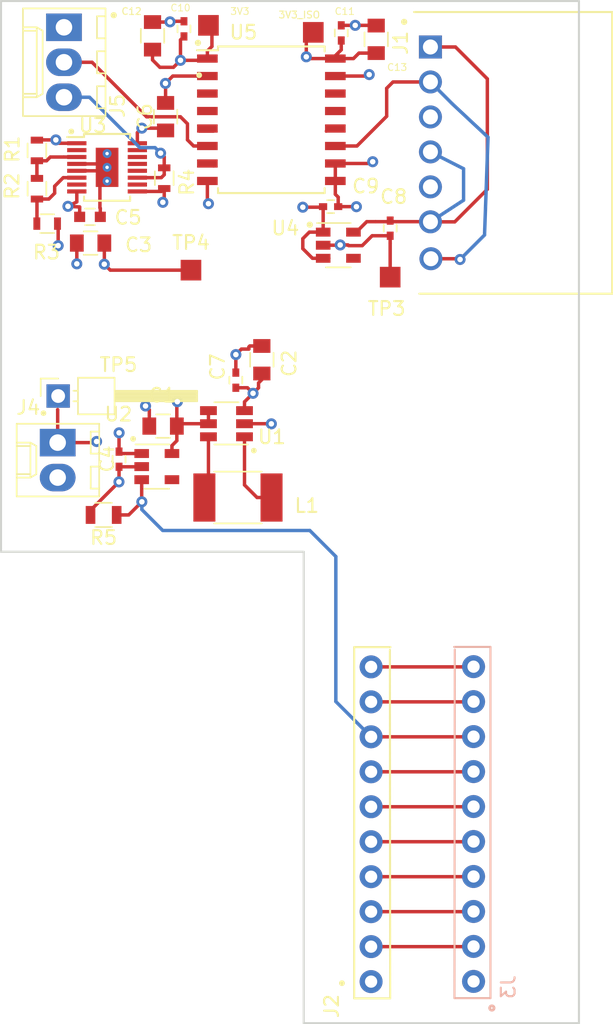
<source format=kicad_pcb>
(kicad_pcb (version 20171130) (host pcbnew 5.0.2-bee76a0~70~ubuntu16.04.1)

  (general
    (thickness 1.6)
    (drawings 17)
    (tracks 260)
    (zones 0)
    (modules 34)
    (nets 37)
  )

  (page A4)
  (layers
    (0 F.Cu signal)
    (1 Ground power)
    (2 Power power hide)
    (31 B.Cu signal)
    (32 B.Adhes user)
    (33 F.Adhes user)
    (34 B.Paste user)
    (35 F.Paste user)
    (36 B.SilkS user)
    (37 F.SilkS user)
    (38 B.Mask user)
    (39 F.Mask user hide)
    (40 Dwgs.User user hide)
    (41 Cmts.User user hide)
    (42 Eco1.User user)
    (43 Eco2.User user hide)
    (44 Edge.Cuts user)
    (45 Margin user hide)
    (46 B.CrtYd user hide)
    (47 F.CrtYd user hide)
    (48 B.Fab user hide)
    (49 F.Fab user hide)
  )

  (setup
    (last_trace_width 0.25)
    (trace_clearance 0.2)
    (zone_clearance 0.508)
    (zone_45_only no)
    (trace_min 0.2)
    (segment_width 0.2)
    (edge_width 0.15)
    (via_size 0.8)
    (via_drill 0.4)
    (via_min_size 0.4)
    (via_min_drill 0.3)
    (uvia_size 0.3)
    (uvia_drill 0.1)
    (uvias_allowed no)
    (uvia_min_size 0.2)
    (uvia_min_drill 0.1)
    (pcb_text_width 0.3)
    (pcb_text_size 1.5 1.5)
    (mod_edge_width 0.15)
    (mod_text_size 1 1)
    (mod_text_width 0.15)
    (pad_size 1.67 1.67)
    (pad_drill 0.889)
    (pad_to_mask_clearance 0.051)
    (solder_mask_min_width 0.25)
    (aux_axis_origin 0 0)
    (visible_elements FFFFFF7F)
    (pcbplotparams
      (layerselection 0x010fc_ffffffff)
      (usegerberextensions false)
      (usegerberattributes false)
      (usegerberadvancedattributes false)
      (creategerberjobfile false)
      (excludeedgelayer true)
      (linewidth 0.100000)
      (plotframeref false)
      (viasonmask false)
      (mode 1)
      (useauxorigin false)
      (hpglpennumber 1)
      (hpglpenspeed 20)
      (hpglpendiameter 15.000000)
      (psnegative false)
      (psa4output false)
      (plotreference true)
      (plotvalue true)
      (plotinvisibletext false)
      (padsonsilk false)
      (subtractmaskfromsilk false)
      (outputformat 1)
      (mirror false)
      (drillshape 0)
      (scaleselection 1)
      (outputdirectory "/home/michael/Documents/dkey/hardware/addon/gebers"))
  )

  (net 0 "")
  (net 1 "Net-(L1-Pad1)")
  (net 2 GND)
  (net 3 "Net-(L1-Pad2)")
  (net 4 "Net-(C8-Pad1)")
  (net 5 "Net-(U4-Pad4)")
  (net 6 3V3_BATT_ISO)
  (net 7 AGND)
  (net 8 BATT_ENABLE)
  (net 9 "Net-(U2-Pad4)")
  (net 10 BATT_ON)
  (net 11 3V3_BATT)
  (net 12 "Net-(R2-Pad2)")
  (net 13 "Net-(R1-Pad2)")
  (net 14 3V3)
  (net 15 "Net-(U5-Pad14)")
  (net 16 "Net-(U5-Pad13)")
  (net 17 "Net-(U5-Pad12)")
  (net 18 TAMPER_SW_ACT_ISO#)
  (net 19 TAMPER_SW_ACT#)
  (net 20 "Net-(U5-Pad5)")
  (net 21 "Net-(U5-Pad4)")
  (net 22 "Net-(U5-Pad3)")
  (net 23 "Net-(U3-Pad14)")
  (net 24 "Net-(U3-Pad13)")
  (net 25 "Net-(U3-Pad12)")
  (net 26 "Net-(J2-Pad2)")
  (net 27 "Net-(J2-Pad3)")
  (net 28 "Net-(J2-Pad4)")
  (net 29 "Net-(J2-Pad5)")
  (net 30 "Net-(J2-Pad6)")
  (net 31 "Net-(J2-Pad7)")
  (net 32 "Net-(J2-Pad9)")
  (net 33 BATT)
  (net 34 BATT_SW)
  (net 35 BATT_REG)
  (net 36 "Net-(U5-Pad7)")

  (net_class Default "This is the default net class."
    (clearance 0.2)
    (trace_width 0.25)
    (via_dia 0.8)
    (via_drill 0.4)
    (uvia_dia 0.3)
    (uvia_drill 0.1)
    (add_net 3V3)
    (add_net 3V3_BATT)
    (add_net 3V3_BATT_ISO)
    (add_net AGND)
    (add_net BATT)
    (add_net BATT_ENABLE)
    (add_net BATT_ON)
    (add_net BATT_REG)
    (add_net BATT_SW)
    (add_net GND)
    (add_net "Net-(C8-Pad1)")
    (add_net "Net-(J2-Pad2)")
    (add_net "Net-(J2-Pad3)")
    (add_net "Net-(J2-Pad4)")
    (add_net "Net-(J2-Pad5)")
    (add_net "Net-(J2-Pad6)")
    (add_net "Net-(J2-Pad7)")
    (add_net "Net-(J2-Pad9)")
    (add_net "Net-(L1-Pad1)")
    (add_net "Net-(L1-Pad2)")
    (add_net "Net-(R1-Pad2)")
    (add_net "Net-(R2-Pad2)")
    (add_net "Net-(U2-Pad4)")
    (add_net "Net-(U3-Pad12)")
    (add_net "Net-(U3-Pad13)")
    (add_net "Net-(U3-Pad14)")
    (add_net "Net-(U4-Pad4)")
    (add_net "Net-(U5-Pad12)")
    (add_net "Net-(U5-Pad13)")
    (add_net "Net-(U5-Pad14)")
    (add_net "Net-(U5-Pad3)")
    (add_net "Net-(U5-Pad4)")
    (add_net "Net-(U5-Pad5)")
    (add_net "Net-(U5-Pad7)")
    (add_net TAMPER_SW_ACT#)
    (add_net TAMPER_SW_ACT_ISO#)
  )

  (module Capacitors_SMD:C_0805 (layer F.Cu) (tedit 5D4D9784) (tstamp 5D4D9CFA)
    (at 165.354 50.038 90)
    (descr "Capacitor SMD 0805, reflow soldering, AVX (see smccp.pdf)")
    (tags "capacitor 0805")
    (path /5D4D93EE)
    (attr smd)
    (fp_text reference C12 (at 1.778 -1.524) (layer F.SilkS)
      (effects (font (size 0.5 0.5) (thickness 0.08)))
    )
    (fp_text value 10uF (at 0 1.75 90) (layer F.Fab)
      (effects (font (size 1 1) (thickness 0.15)))
    )
    (fp_text user %R (at 0 -1.5 90) (layer F.Fab)
      (effects (font (size 1 1) (thickness 0.15)))
    )
    (fp_line (start -1 0.62) (end -1 -0.62) (layer F.Fab) (width 0.1))
    (fp_line (start 1 0.62) (end -1 0.62) (layer F.Fab) (width 0.1))
    (fp_line (start 1 -0.62) (end 1 0.62) (layer F.Fab) (width 0.1))
    (fp_line (start -1 -0.62) (end 1 -0.62) (layer F.Fab) (width 0.1))
    (fp_line (start 0.5 -0.85) (end -0.5 -0.85) (layer F.SilkS) (width 0.12))
    (fp_line (start -0.5 0.85) (end 0.5 0.85) (layer F.SilkS) (width 0.12))
    (fp_line (start -1.75 -0.88) (end 1.75 -0.88) (layer F.CrtYd) (width 0.05))
    (fp_line (start -1.75 -0.88) (end -1.75 0.87) (layer F.CrtYd) (width 0.05))
    (fp_line (start 1.75 0.87) (end 1.75 -0.88) (layer F.CrtYd) (width 0.05))
    (fp_line (start 1.75 0.87) (end -1.75 0.87) (layer F.CrtYd) (width 0.05))
    (pad 1 smd rect (at -1 0 90) (size 1 1.25) (layers F.Cu F.Paste F.Mask)
      (net 11 3V3_BATT))
    (pad 2 smd rect (at 1 0 90) (size 1 1.25) (layers F.Cu F.Paste F.Mask)
      (net 2 GND))
    (model Capacitors_SMD.3dshapes/C_0805.wrl
      (at (xyz 0 0 0))
      (scale (xyz 1 1 1))
      (rotate (xyz 0 0 0))
    )
  )

  (module Capacitors_SMD:C_0805 (layer F.Cu) (tedit 5D4D9EC8) (tstamp 5D4D9CE9)
    (at 181.61 50.292 90)
    (descr "Capacitor SMD 0805, reflow soldering, AVX (see smccp.pdf)")
    (tags "capacitor 0805")
    (path /5D4F21EB)
    (attr smd)
    (fp_text reference C13 (at -2.032 1.524) (layer F.SilkS)
      (effects (font (size 0.5 0.5) (thickness 0.07)))
    )
    (fp_text value 10uF (at 0 1.75 90) (layer F.Fab)
      (effects (font (size 1 1) (thickness 0.15)))
    )
    (fp_line (start 1.75 0.87) (end -1.75 0.87) (layer F.CrtYd) (width 0.05))
    (fp_line (start 1.75 0.87) (end 1.75 -0.88) (layer F.CrtYd) (width 0.05))
    (fp_line (start -1.75 -0.88) (end -1.75 0.87) (layer F.CrtYd) (width 0.05))
    (fp_line (start -1.75 -0.88) (end 1.75 -0.88) (layer F.CrtYd) (width 0.05))
    (fp_line (start -0.5 0.85) (end 0.5 0.85) (layer F.SilkS) (width 0.12))
    (fp_line (start 0.5 -0.85) (end -0.5 -0.85) (layer F.SilkS) (width 0.12))
    (fp_line (start -1 -0.62) (end 1 -0.62) (layer F.Fab) (width 0.1))
    (fp_line (start 1 -0.62) (end 1 0.62) (layer F.Fab) (width 0.1))
    (fp_line (start 1 0.62) (end -1 0.62) (layer F.Fab) (width 0.1))
    (fp_line (start -1 0.62) (end -1 -0.62) (layer F.Fab) (width 0.1))
    (fp_text user %R (at 0 -1.5 90) (layer F.Fab)
      (effects (font (size 1 1) (thickness 0.15)))
    )
    (pad 2 smd rect (at 1 0 90) (size 1 1.25) (layers F.Cu F.Paste F.Mask)
      (net 7 AGND))
    (pad 1 smd rect (at -1 0 90) (size 1 1.25) (layers F.Cu F.Paste F.Mask)
      (net 6 3V3_BATT_ISO))
    (model Capacitors_SMD.3dshapes/C_0805.wrl
      (at (xyz 0 0 0))
      (scale (xyz 1 1 1))
      (rotate (xyz 0 0 0))
    )
  )

  (module Pin_Headers:Pin_Header_Angled_1x01_Pitch2.54mm (layer F.Cu) (tedit 59650532) (tstamp 5D4A096E)
    (at 158.496 76.2)
    (descr "Through hole angled pin header, 1x01, 2.54mm pitch, 6mm pin length, single row")
    (tags "Through hole angled pin header THT 1x01 2.54mm single row")
    (path /5D4A7285)
    (fp_text reference TP5 (at 4.385 -2.27) (layer F.SilkS)
      (effects (font (size 1 1) (thickness 0.15)))
    )
    (fp_text value TestPoint (at 4.385 2.27) (layer F.Fab)
      (effects (font (size 1 1) (thickness 0.15)))
    )
    (fp_text user %R (at 2.77 0 90) (layer F.Fab)
      (effects (font (size 1 1) (thickness 0.15)))
    )
    (fp_line (start 10.55 -1.8) (end -1.8 -1.8) (layer F.CrtYd) (width 0.05))
    (fp_line (start 10.55 1.8) (end 10.55 -1.8) (layer F.CrtYd) (width 0.05))
    (fp_line (start -1.8 1.8) (end 10.55 1.8) (layer F.CrtYd) (width 0.05))
    (fp_line (start -1.8 -1.8) (end -1.8 1.8) (layer F.CrtYd) (width 0.05))
    (fp_line (start -1.27 -1.27) (end 0 -1.27) (layer F.SilkS) (width 0.12))
    (fp_line (start -1.27 0) (end -1.27 -1.27) (layer F.SilkS) (width 0.12))
    (fp_line (start 1.11 0.38) (end 1.44 0.38) (layer F.SilkS) (width 0.12))
    (fp_line (start 1.11 -0.38) (end 1.44 -0.38) (layer F.SilkS) (width 0.12))
    (fp_line (start 4.1 0.28) (end 10.1 0.28) (layer F.SilkS) (width 0.12))
    (fp_line (start 4.1 0.16) (end 10.1 0.16) (layer F.SilkS) (width 0.12))
    (fp_line (start 4.1 0.04) (end 10.1 0.04) (layer F.SilkS) (width 0.12))
    (fp_line (start 4.1 -0.08) (end 10.1 -0.08) (layer F.SilkS) (width 0.12))
    (fp_line (start 4.1 -0.2) (end 10.1 -0.2) (layer F.SilkS) (width 0.12))
    (fp_line (start 4.1 -0.32) (end 10.1 -0.32) (layer F.SilkS) (width 0.12))
    (fp_line (start 10.1 0.38) (end 4.1 0.38) (layer F.SilkS) (width 0.12))
    (fp_line (start 10.1 -0.38) (end 10.1 0.38) (layer F.SilkS) (width 0.12))
    (fp_line (start 4.1 -0.38) (end 10.1 -0.38) (layer F.SilkS) (width 0.12))
    (fp_line (start 4.1 -1.33) (end 1.44 -1.33) (layer F.SilkS) (width 0.12))
    (fp_line (start 4.1 1.33) (end 4.1 -1.33) (layer F.SilkS) (width 0.12))
    (fp_line (start 1.44 1.33) (end 4.1 1.33) (layer F.SilkS) (width 0.12))
    (fp_line (start 1.44 -1.33) (end 1.44 1.33) (layer F.SilkS) (width 0.12))
    (fp_line (start 4.04 0.32) (end 10.04 0.32) (layer F.Fab) (width 0.1))
    (fp_line (start 10.04 -0.32) (end 10.04 0.32) (layer F.Fab) (width 0.1))
    (fp_line (start 4.04 -0.32) (end 10.04 -0.32) (layer F.Fab) (width 0.1))
    (fp_line (start -0.32 0.32) (end 1.5 0.32) (layer F.Fab) (width 0.1))
    (fp_line (start -0.32 -0.32) (end -0.32 0.32) (layer F.Fab) (width 0.1))
    (fp_line (start -0.32 -0.32) (end 1.5 -0.32) (layer F.Fab) (width 0.1))
    (fp_line (start 1.5 -0.635) (end 2.135 -1.27) (layer F.Fab) (width 0.1))
    (fp_line (start 1.5 1.27) (end 1.5 -0.635) (layer F.Fab) (width 0.1))
    (fp_line (start 4.04 1.27) (end 1.5 1.27) (layer F.Fab) (width 0.1))
    (fp_line (start 4.04 -1.27) (end 4.04 1.27) (layer F.Fab) (width 0.1))
    (fp_line (start 2.135 -1.27) (end 4.04 -1.27) (layer F.Fab) (width 0.1))
    (pad 1 thru_hole rect (at 0 0) (size 1.7 1.7) (drill 1) (layers *.Cu *.Mask)
      (net 33 BATT))
    (model ${KISYS3DMOD}/Pin_Headers.3dshapes/Pin_Header_Angled_1x01_Pitch2.54mm.wrl
      (at (xyz 0 0 0))
      (scale (xyz 1 1 1))
      (rotate (xyz 0 0 0))
    )
  )

  (module Measurement_Points:Measurement_Point_Square-SMD-Pad_Small (layer F.Cu) (tedit 5D4D9F97) (tstamp 5D44C0EB)
    (at 177.038 49.784)
    (descr "Mesurement Point, Square, SMD Pad,  1.5mm x 1.5mm,")
    (tags "Mesurement Point Square SMD Pad 1.5x1.5mm")
    (path /5D4FF307)
    (attr virtual)
    (fp_text reference 3V3_ISO (at -1.016 -1.27) (layer F.SilkS)
      (effects (font (size 0.5 0.5) (thickness 0.08)))
    )
    (fp_text value TestPoint (at 0 2) (layer F.Fab)
      (effects (font (size 1 1) (thickness 0.15)))
    )
    (fp_line (start -1 1) (end -1 -1) (layer F.CrtYd) (width 0.05))
    (fp_line (start 1 1) (end -1 1) (layer F.CrtYd) (width 0.05))
    (fp_line (start 1 -1) (end 1 1) (layer F.CrtYd) (width 0.05))
    (fp_line (start -1 -1) (end 1 -1) (layer F.CrtYd) (width 0.05))
    (pad 1 smd rect (at 0 0) (size 1.5 1.5) (layers F.Cu F.Mask)
      (net 6 3V3_BATT_ISO))
  )

  (module Measurement_Points:Measurement_Point_Square-SMD-Pad_Small (layer F.Cu) (tedit 5D4D9F7E) (tstamp 5D44C9DD)
    (at 169.418 49.276)
    (descr "Mesurement Point, Square, SMD Pad,  1.5mm x 1.5mm,")
    (tags "Mesurement Point Square SMD Pad 1.5x1.5mm")
    (path /5D4A76AC)
    (attr virtual)
    (fp_text reference 3V3 (at 2.286 -1.016) (layer F.SilkS)
      (effects (font (size 0.5 0.5) (thickness 0.07)))
    )
    (fp_text value TestPoint (at 0 2) (layer F.Fab)
      (effects (font (size 1 1) (thickness 0.15)))
    )
    (fp_line (start -1 1) (end -1 -1) (layer F.CrtYd) (width 0.05))
    (fp_line (start 1 1) (end -1 1) (layer F.CrtYd) (width 0.05))
    (fp_line (start 1 -1) (end 1 1) (layer F.CrtYd) (width 0.05))
    (fp_line (start -1 -1) (end 1 -1) (layer F.CrtYd) (width 0.05))
    (pad 1 smd rect (at 0 0) (size 1.5 1.5) (layers F.Cu F.Mask)
      (net 11 3V3_BATT))
  )

  (module Measurement_Points:Measurement_Point_Square-SMD-Pad_Small (layer F.Cu) (tedit 56C36007) (tstamp 5D44C9E5)
    (at 182.626 67.564)
    (descr "Mesurement Point, Square, SMD Pad,  1.5mm x 1.5mm,")
    (tags "Mesurement Point Square SMD Pad 1.5x1.5mm")
    (path /5D4A77AB)
    (attr virtual)
    (fp_text reference TP3 (at -0.254 2.286) (layer F.SilkS)
      (effects (font (size 1 1) (thickness 0.15)))
    )
    (fp_text value TestPoint (at 0 2) (layer F.Fab)
      (effects (font (size 1 1) (thickness 0.15)))
    )
    (fp_line (start -1 -1) (end 1 -1) (layer F.CrtYd) (width 0.05))
    (fp_line (start 1 -1) (end 1 1) (layer F.CrtYd) (width 0.05))
    (fp_line (start 1 1) (end -1 1) (layer F.CrtYd) (width 0.05))
    (fp_line (start -1 1) (end -1 -1) (layer F.CrtYd) (width 0.05))
    (pad 1 smd rect (at 0 0) (size 1.5 1.5) (layers F.Cu F.Mask)
      (net 7 AGND))
  )

  (module Measurement_Points:Measurement_Point_Square-SMD-Pad_Small (layer F.Cu) (tedit 56C36007) (tstamp 5D44C9ED)
    (at 168.148 67.056)
    (descr "Mesurement Point, Square, SMD Pad,  1.5mm x 1.5mm,")
    (tags "Mesurement Point Square SMD Pad 1.5x1.5mm")
    (path /5D4B8249)
    (attr virtual)
    (fp_text reference TP4 (at 0 -2) (layer F.SilkS)
      (effects (font (size 1 1) (thickness 0.15)))
    )
    (fp_text value TestPoint (at 0 2) (layer F.Fab)
      (effects (font (size 1 1) (thickness 0.15)))
    )
    (fp_line (start -1 1) (end -1 -1) (layer F.CrtYd) (width 0.05))
    (fp_line (start 1 1) (end -1 1) (layer F.CrtYd) (width 0.05))
    (fp_line (start 1 -1) (end 1 1) (layer F.CrtYd) (width 0.05))
    (fp_line (start -1 -1) (end 1 -1) (layer F.CrtYd) (width 0.05))
    (pad 1 smd rect (at 0 0) (size 1.5 1.5) (layers F.Cu F.Mask)
      (net 2 GND))
  )

  (module Housings_SOIC:SOIC-16W_7.5x10.3mm_Pitch1.27mm (layer F.Cu) (tedit 58CC8F64) (tstamp 5D436262)
    (at 173.99 56.134)
    (descr "16-Lead Plastic Small Outline (SO) - Wide, 7.50 mm Body [SOIC] (see Microchip Packaging Specification 00000049BS.pdf)")
    (tags "SOIC 1.27")
    (path /5D49A79E)
    (attr smd)
    (fp_text reference U5 (at -2.032 -6.35) (layer F.SilkS)
      (effects (font (size 1 1) (thickness 0.15)))
    )
    (fp_text value ISOW7842 (at 0 6.25) (layer F.Fab)
      (effects (font (size 1 1) (thickness 0.15)))
    )
    (fp_line (start -3.875 -5.05) (end -5.4 -5.05) (layer F.SilkS) (width 0.15))
    (fp_line (start -3.875 5.325) (end 3.875 5.325) (layer F.SilkS) (width 0.15))
    (fp_line (start -3.875 -5.325) (end 3.875 -5.325) (layer F.SilkS) (width 0.15))
    (fp_line (start -3.875 5.325) (end -3.875 4.97) (layer F.SilkS) (width 0.15))
    (fp_line (start 3.875 5.325) (end 3.875 4.97) (layer F.SilkS) (width 0.15))
    (fp_line (start 3.875 -5.325) (end 3.875 -4.97) (layer F.SilkS) (width 0.15))
    (fp_line (start -3.875 -5.325) (end -3.875 -5.05) (layer F.SilkS) (width 0.15))
    (fp_line (start -5.65 5.5) (end 5.65 5.5) (layer F.CrtYd) (width 0.05))
    (fp_line (start -5.65 -5.5) (end 5.65 -5.5) (layer F.CrtYd) (width 0.05))
    (fp_line (start 5.65 -5.5) (end 5.65 5.5) (layer F.CrtYd) (width 0.05))
    (fp_line (start -5.65 -5.5) (end -5.65 5.5) (layer F.CrtYd) (width 0.05))
    (fp_line (start -3.75 -4.15) (end -2.75 -5.15) (layer F.Fab) (width 0.15))
    (fp_line (start -3.75 5.15) (end -3.75 -4.15) (layer F.Fab) (width 0.15))
    (fp_line (start 3.75 5.15) (end -3.75 5.15) (layer F.Fab) (width 0.15))
    (fp_line (start 3.75 -5.15) (end 3.75 5.15) (layer F.Fab) (width 0.15))
    (fp_line (start -2.75 -5.15) (end 3.75 -5.15) (layer F.Fab) (width 0.15))
    (fp_text user %R (at 0 0) (layer F.Fab)
      (effects (font (size 1 1) (thickness 0.15)))
    )
    (pad 16 smd rect (at 4.65 -4.445) (size 1.5 0.6) (layers F.Cu F.Paste F.Mask)
      (net 6 3V3_BATT_ISO))
    (pad 15 smd rect (at 4.65 -3.175) (size 1.5 0.6) (layers F.Cu F.Paste F.Mask)
      (net 7 AGND))
    (pad 14 smd rect (at 4.65 -1.905) (size 1.5 0.6) (layers F.Cu F.Paste F.Mask)
      (net 15 "Net-(U5-Pad14)"))
    (pad 13 smd rect (at 4.65 -0.635) (size 1.5 0.6) (layers F.Cu F.Paste F.Mask)
      (net 16 "Net-(U5-Pad13)"))
    (pad 12 smd rect (at 4.65 0.635) (size 1.5 0.6) (layers F.Cu F.Paste F.Mask)
      (net 17 "Net-(U5-Pad12)"))
    (pad 11 smd rect (at 4.65 1.905) (size 1.5 0.6) (layers F.Cu F.Paste F.Mask)
      (net 18 TAMPER_SW_ACT_ISO#))
    (pad 10 smd rect (at 4.65 3.175) (size 1.5 0.6) (layers F.Cu F.Paste F.Mask)
      (net 7 AGND))
    (pad 9 smd rect (at 4.65 4.445) (size 1.5 0.6) (layers F.Cu F.Paste F.Mask)
      (net 7 AGND))
    (pad 8 smd rect (at -4.65 4.445) (size 1.5 0.6) (layers F.Cu F.Paste F.Mask)
      (net 2 GND))
    (pad 7 smd rect (at -4.65 3.175) (size 1.5 0.6) (layers F.Cu F.Paste F.Mask)
      (net 36 "Net-(U5-Pad7)"))
    (pad 6 smd rect (at -4.65 1.905) (size 1.5 0.6) (layers F.Cu F.Paste F.Mask)
      (net 19 TAMPER_SW_ACT#))
    (pad 5 smd rect (at -4.65 0.635) (size 1.5 0.6) (layers F.Cu F.Paste F.Mask)
      (net 20 "Net-(U5-Pad5)"))
    (pad 4 smd rect (at -4.65 -0.635) (size 1.5 0.6) (layers F.Cu F.Paste F.Mask)
      (net 21 "Net-(U5-Pad4)"))
    (pad 3 smd rect (at -4.65 -1.905) (size 1.5 0.6) (layers F.Cu F.Paste F.Mask)
      (net 22 "Net-(U5-Pad3)"))
    (pad 2 smd rect (at -4.65 -3.175) (size 1.5 0.6) (layers F.Cu F.Paste F.Mask)
      (net 2 GND))
    (pad 1 smd rect (at -4.65 -4.445) (size 1.5 0.6) (layers F.Cu F.Paste F.Mask)
      (net 11 3V3_BATT))
    (model ${KISYS3DMOD}/Housings_SOIC.3dshapes/SOIC-16W_7.5x10.3mm_Pitch1.27mm.wrl
      (at (xyz 0 0 0))
      (scale (xyz 1 1 1))
      (rotate (xyz 0 0 0))
    )
  )

  (module "addon:SL 70553-07" (layer F.Cu) (tedit 5CF16591) (tstamp 5CF1E36A)
    (at 187.452 53.848 90)
    (path /5CE40924)
    (fp_text reference J1 (at 3.302 -4.064 90) (layer F.SilkS)
      (effects (font (size 1 1) (thickness 0.15)))
    )
    (fp_text value 70553-0006 (at -7.6454 -6.32968 90) (layer F.Fab)
      (effects (font (size 1 1) (thickness 0.15)))
    )
    (fp_line (start -14.92 11.31) (end 5.54 11.31) (layer F.SilkS) (width 0.15))
    (fp_line (start 5.54 -3.08864) (end 5.54 11.31) (layer F.SilkS) (width 0.15))
    (fp_line (start -14.92 -2.70764) (end -14.92 11.31) (layer F.SilkS) (width 0.15))
    (pad 1 thru_hole rect (at 3 -1.9 90) (size 1.67 1.67) (drill 1.09) (layers *.Cu *.Mask)
      (net 4 "Net-(C8-Pad1)"))
    (pad 2 thru_hole circle (at 0.46 -1.9 90) (size 1.67 1.67) (drill 1.09) (layers *.Cu *.Mask)
      (net 18 TAMPER_SW_ACT_ISO#))
    (pad 3 thru_hole circle (at -2.08 -1.9 90) (size 1.67 1.67) (drill 1.09) (layers *.Cu *.Mask)
      (net 7 AGND))
    (pad 4 thru_hole circle (at -4.62 -1.9 90) (size 1.67 1.67) (drill 1.09) (layers *.Cu *.Mask)
      (net 4 "Net-(C8-Pad1)"))
    (pad 5 thru_hole circle (at -7.16 -1.9 90) (size 1.67 1.67) (drill 1.09) (layers *.Cu *.Mask)
      (net 7 AGND))
    (pad 6 thru_hole circle (at -9.7 -1.9 90) (size 1.67 1.67) (drill 1.09) (layers *.Cu *.Mask)
      (net 4 "Net-(C8-Pad1)"))
    (pad 7 thru_hole circle (at -12.37996 -1.86436 90) (size 1.67 1.67) (drill 1.09) (layers *.Cu *.Mask)
      (net 18 TAMPER_SW_ACT_ISO#))
  )

  (module Resistors_SMD:R_0805 (layer F.Cu) (tedit 58E0A804) (tstamp 5D420CA4)
    (at 161.798 84.836 180)
    (descr "Resistor SMD 0805, reflow soldering, Vishay (see dcrcw.pdf)")
    (tags "resistor 0805")
    (path /5D425ED5)
    (attr smd)
    (fp_text reference R5 (at 0 -1.65 180) (layer F.SilkS)
      (effects (font (size 1 1) (thickness 0.15)))
    )
    (fp_text value 10k (at 0 1.75 180) (layer F.Fab)
      (effects (font (size 1 1) (thickness 0.15)))
    )
    (fp_line (start 1.55 0.9) (end -1.55 0.9) (layer F.CrtYd) (width 0.05))
    (fp_line (start 1.55 0.9) (end 1.55 -0.9) (layer F.CrtYd) (width 0.05))
    (fp_line (start -1.55 -0.9) (end -1.55 0.9) (layer F.CrtYd) (width 0.05))
    (fp_line (start -1.55 -0.9) (end 1.55 -0.9) (layer F.CrtYd) (width 0.05))
    (fp_line (start -0.6 -0.88) (end 0.6 -0.88) (layer F.SilkS) (width 0.12))
    (fp_line (start 0.6 0.88) (end -0.6 0.88) (layer F.SilkS) (width 0.12))
    (fp_line (start -1 -0.62) (end 1 -0.62) (layer F.Fab) (width 0.1))
    (fp_line (start 1 -0.62) (end 1 0.62) (layer F.Fab) (width 0.1))
    (fp_line (start 1 0.62) (end -1 0.62) (layer F.Fab) (width 0.1))
    (fp_line (start -1 0.62) (end -1 -0.62) (layer F.Fab) (width 0.1))
    (fp_text user %R (at 0 0 180) (layer F.Fab)
      (effects (font (size 0.5 0.5) (thickness 0.075)))
    )
    (pad 2 smd rect (at 0.95 0 180) (size 0.7 1.3) (layers F.Cu F.Paste F.Mask)
      (net 2 GND))
    (pad 1 smd rect (at -0.95 0 180) (size 0.7 1.3) (layers F.Cu F.Paste F.Mask)
      (net 8 BATT_ENABLE))
    (model ${KISYS3DMOD}/Resistors_SMD.3dshapes/R_0805.wrl
      (at (xyz 0 0 0))
      (scale (xyz 1 1 1))
      (rotate (xyz 0 0 0))
    )
  )

  (module Connectors_Molex:Molex_KK-6410-03_03x2.54mm_Straight (layer F.Cu) (tedit 58EE6EE6) (tstamp 5CF22D88)
    (at 158.91764 49.41824 270)
    (descr "Connector Headers with Friction Lock, 22-27-2031, http://www.molex.com/pdm_docs/sd/022272021_sd.pdf")
    (tags "connector molex kk_6410 22-27-2031")
    (path /5D139FD9)
    (fp_text reference J5 (at 5.69976 -3.89636 270) (layer F.SilkS)
      (effects (font (size 1 1) (thickness 0.15)))
    )
    (fp_text value 70553-0002 (at 2.54 4.5 270) (layer F.Fab)
      (effects (font (size 1 1) (thickness 0.15)))
    )
    (fp_text user %R (at 2.54 0 270) (layer F.Fab)
      (effects (font (size 1 1) (thickness 0.15)))
    )
    (fp_line (start 7 3.5) (end -1.9 3.5) (layer F.CrtYd) (width 0.05))
    (fp_line (start 7 -3.55) (end 7 3.5) (layer F.CrtYd) (width 0.05))
    (fp_line (start -1.9 -3.55) (end 7 -3.55) (layer F.CrtYd) (width 0.05))
    (fp_line (start -1.9 3.5) (end -1.9 -3.55) (layer F.CrtYd) (width 0.05))
    (fp_line (start 5.88 -2.4) (end 5.88 -3.02) (layer F.SilkS) (width 0.12))
    (fp_line (start 4.28 -2.4) (end 5.88 -2.4) (layer F.SilkS) (width 0.12))
    (fp_line (start 4.28 -3.02) (end 4.28 -2.4) (layer F.SilkS) (width 0.12))
    (fp_line (start 3.34 -2.4) (end 3.34 -3.02) (layer F.SilkS) (width 0.12))
    (fp_line (start 1.74 -2.4) (end 3.34 -2.4) (layer F.SilkS) (width 0.12))
    (fp_line (start 1.74 -3.02) (end 1.74 -2.4) (layer F.SilkS) (width 0.12))
    (fp_line (start 0.8 -2.4) (end 0.8 -3.02) (layer F.SilkS) (width 0.12))
    (fp_line (start -0.8 -2.4) (end 0.8 -2.4) (layer F.SilkS) (width 0.12))
    (fp_line (start -0.8 -3.02) (end -0.8 -2.4) (layer F.SilkS) (width 0.12))
    (fp_line (start 4.83 2.98) (end 4.83 1.98) (layer F.SilkS) (width 0.12))
    (fp_line (start 0.25 2.98) (end 0.25 1.98) (layer F.SilkS) (width 0.12))
    (fp_line (start 4.83 1.55) (end 5.08 1.98) (layer F.SilkS) (width 0.12))
    (fp_line (start 0.25 1.55) (end 4.83 1.55) (layer F.SilkS) (width 0.12))
    (fp_line (start 0 1.98) (end 0.25 1.55) (layer F.SilkS) (width 0.12))
    (fp_line (start 5.08 1.98) (end 5.08 2.98) (layer F.SilkS) (width 0.12))
    (fp_line (start 0 1.98) (end 5.08 1.98) (layer F.SilkS) (width 0.12))
    (fp_line (start 0 2.98) (end 0 1.98) (layer F.SilkS) (width 0.12))
    (fp_line (start 6.45 -3.02) (end -1.37 -3.02) (layer F.SilkS) (width 0.12))
    (fp_line (start 6.45 2.98) (end 6.45 -3.02) (layer F.SilkS) (width 0.12))
    (fp_line (start -1.37 2.98) (end 6.45 2.98) (layer F.SilkS) (width 0.12))
    (fp_line (start -1.37 -3.02) (end -1.37 2.98) (layer F.SilkS) (width 0.12))
    (fp_line (start 6.55 -3.12) (end -1.47 -3.12) (layer F.Fab) (width 0.12))
    (fp_line (start 6.55 3.08) (end 6.55 -3.12) (layer F.Fab) (width 0.12))
    (fp_line (start -1.47 3.08) (end 6.55 3.08) (layer F.Fab) (width 0.12))
    (fp_line (start -1.47 -3.12) (end -1.47 3.08) (layer F.Fab) (width 0.12))
    (pad 3 thru_hole oval (at 5.08 0 270) (size 2 2.6) (drill 1.2) (layers *.Cu *.Mask)
      (net 10 BATT_ON))
    (pad 2 thru_hole oval (at 2.54 0 270) (size 2 2.6) (drill 1.2) (layers *.Cu *.Mask)
      (net 19 TAMPER_SW_ACT#))
    (pad 1 thru_hole rect (at 0 0 270) (size 2 2.6) (drill 1.2) (layers *.Cu *.Mask)
      (net 11 3V3_BATT))
    (model ${KISYS3DMOD}/Connectors_Molex.3dshapes/Molex_KK-6410-03_03x2.54mm_Straight.wrl
      (at (xyz 0 0 0))
      (scale (xyz 1 1 1))
      (rotate (xyz 0 0 0))
    )
  )

  (module addon:75915 (layer F.Cu) (tedit 5CF5994E) (tstamp 5CF1EE48)
    (at 181.23916 106.19232 270)
    (path /5D0C847C)
    (fp_text reference J2 (at 14.31798 2.86766 270) (layer F.SilkS)
      (effects (font (size 1 1) (thickness 0.15)))
    )
    (fp_text value 68016-210HLF (at -0.37592 3.91668 270) (layer F.Fab)
      (effects (font (size 1 1) (thickness 0.15)))
    )
    (fp_line (start -11.75512 1.22936) (end -11.75512 -1.40716) (layer F.SilkS) (width 0.15))
    (fp_line (start 13.75664 1.22936) (end -11.75512 1.22936) (layer F.SilkS) (width 0.15))
    (fp_line (start 13.75664 -1.38684) (end 13.75664 1.22936) (layer F.SilkS) (width 0.15))
    (fp_line (start -11.557 -1.36652) (end 13.75664 -1.38684) (layer F.SilkS) (width 0.15))
    (pad 10 thru_hole circle (at -10.32 0 270) (size 1.67 1.67) (drill 0.889) (layers *.Cu *.Mask)
      (net 2 GND))
    (pad 9 thru_hole circle (at -7.78 0 270) (size 1.67 1.67) (drill 0.889) (layers *.Cu *.Mask)
      (net 32 "Net-(J2-Pad9)"))
    (pad 8 thru_hole circle (at -5.24 0 270) (size 1.67 1.67) (drill 0.889) (layers *.Cu *.Mask)
      (net 8 BATT_ENABLE))
    (pad 7 thru_hole circle (at -2.7 0 270) (size 1.67 1.67) (drill 0.889) (layers *.Cu *.Mask)
      (net 31 "Net-(J2-Pad7)"))
    (pad 6 thru_hole circle (at -0.16 0 270) (size 1.67 1.67) (drill 0.889) (layers *.Cu *.Mask)
      (net 30 "Net-(J2-Pad6)"))
    (pad 5 thru_hole circle (at 2.38 0 270) (size 1.67 1.67) (drill 0.889) (layers *.Cu *.Mask)
      (net 29 "Net-(J2-Pad5)"))
    (pad 4 thru_hole circle (at 4.92 0 270) (size 1.67 1.67) (drill 0.889) (layers *.Cu *.Mask)
      (net 28 "Net-(J2-Pad4)"))
    (pad 3 thru_hole circle (at 7.46 0 270) (size 1.67 1.67) (drill 0.889) (layers *.Cu *.Mask)
      (net 27 "Net-(J2-Pad3)"))
    (pad 2 thru_hole circle (at 10 0 270) (size 1.67 1.67) (drill 0.889) (layers *.Cu *.Mask)
      (net 26 "Net-(J2-Pad2)"))
    (pad 1 thru_hole circle (at 12.54 0 270) (size 1.67 1.67) (drill 0.889) (layers *.Cu *.Mask)
      (net 14 3V3))
  )

  (module addon:75915 (layer B.Cu) (tedit 5CF1341E) (tstamp 5CF1EE36)
    (at 188.6861 106.177 270)
    (path /5D0CBC9D)
    (fp_text reference J3 (at 12.949 -2.5251 270) (layer B.SilkS)
      (effects (font (size 1 1) (thickness 0.15)) (justify mirror))
    )
    (fp_text value 75915-310LF (at -0.37592 -3.91668 270) (layer B.Fab)
      (effects (font (size 1 1) (thickness 0.15)) (justify mirror))
    )
    (fp_line (start -11.557 1.36652) (end 13.75664 1.38684) (layer B.SilkS) (width 0.15))
    (fp_line (start 13.75664 1.38684) (end 13.75664 -1.22936) (layer B.SilkS) (width 0.15))
    (fp_line (start 13.75664 -1.22936) (end -11.75512 -1.22936) (layer B.SilkS) (width 0.15))
    (fp_line (start -11.75512 -1.22936) (end -11.75512 1.40716) (layer B.SilkS) (width 0.15))
    (pad 1 thru_hole circle (at 12.54 0 270) (size 1.67 1.67) (drill 0.889) (layers *.Cu *.Mask)
      (net 14 3V3))
    (pad 2 thru_hole circle (at 10 0 270) (size 1.67 1.67) (drill 0.889) (layers *.Cu *.Mask)
      (net 26 "Net-(J2-Pad2)"))
    (pad 3 thru_hole circle (at 7.46 0 270) (size 1.67 1.67) (drill 0.889) (layers *.Cu *.Mask)
      (net 27 "Net-(J2-Pad3)"))
    (pad 4 thru_hole circle (at 4.92 0 270) (size 1.67 1.67) (drill 0.889) (layers *.Cu *.Mask)
      (net 28 "Net-(J2-Pad4)"))
    (pad 5 thru_hole circle (at 2.38 0 270) (size 1.67 1.67) (drill 0.889) (layers *.Cu *.Mask)
      (net 29 "Net-(J2-Pad5)"))
    (pad 6 thru_hole circle (at -0.16 0 270) (size 1.67 1.67) (drill 0.889) (layers *.Cu *.Mask)
      (net 30 "Net-(J2-Pad6)"))
    (pad 7 thru_hole circle (at -2.7 0 270) (size 1.67 1.67) (drill 0.889) (layers *.Cu *.Mask)
      (net 31 "Net-(J2-Pad7)"))
    (pad 8 thru_hole circle (at -5.24 0 270) (size 1.67 1.67) (drill 0.889) (layers *.Cu *.Mask)
      (net 8 BATT_ENABLE))
    (pad 9 thru_hole circle (at -7.78 0 270) (size 1.67 1.67) (drill 0.889) (layers *.Cu *.Mask)
      (net 32 "Net-(J2-Pad9)"))
    (pad 10 thru_hole circle (at -10.32 0 270) (size 1.67 1.67) (drill 0.889) (layers *.Cu *.Mask)
      (net 2 GND))
  )

  (module Capacitors_SMD:C_0402 (layer F.Cu) (tedit 58AA841A) (tstamp 5CF01DCC)
    (at 162.92068 80.7886 270)
    (descr "Capacitor SMD 0402, reflow soldering, AVX (see smccp.pdf)")
    (tags "capacitor 0402")
    (path /5CE4491F)
    (attr smd)
    (fp_text reference C4 (at -0.0166 0.86868 270) (layer F.SilkS)
      (effects (font (size 1 1) (thickness 0.15)))
    )
    (fp_text value 0.33uF (at 0 1.27 270) (layer F.Fab)
      (effects (font (size 1 1) (thickness 0.15)))
    )
    (fp_text user %R (at 0 -1.27 270) (layer F.Fab)
      (effects (font (size 1 1) (thickness 0.15)))
    )
    (fp_line (start -0.5 0.25) (end -0.5 -0.25) (layer F.Fab) (width 0.1))
    (fp_line (start 0.5 0.25) (end -0.5 0.25) (layer F.Fab) (width 0.1))
    (fp_line (start 0.5 -0.25) (end 0.5 0.25) (layer F.Fab) (width 0.1))
    (fp_line (start -0.5 -0.25) (end 0.5 -0.25) (layer F.Fab) (width 0.1))
    (fp_line (start 0.25 -0.47) (end -0.25 -0.47) (layer F.SilkS) (width 0.12))
    (fp_line (start -0.25 0.47) (end 0.25 0.47) (layer F.SilkS) (width 0.12))
    (fp_line (start -1 -0.4) (end 1 -0.4) (layer F.CrtYd) (width 0.05))
    (fp_line (start -1 -0.4) (end -1 0.4) (layer F.CrtYd) (width 0.05))
    (fp_line (start 1 0.4) (end 1 -0.4) (layer F.CrtYd) (width 0.05))
    (fp_line (start 1 0.4) (end -1 0.4) (layer F.CrtYd) (width 0.05))
    (pad 1 smd rect (at -0.55 0 270) (size 0.6 0.5) (layers F.Cu F.Paste F.Mask)
      (net 33 BATT))
    (pad 2 smd rect (at 0.55 0 270) (size 0.6 0.5) (layers F.Cu F.Paste F.Mask)
      (net 2 GND))
    (model Capacitors_SMD.3dshapes/C_0402.wrl
      (at (xyz 0 0 0))
      (scale (xyz 1 1 1))
      (rotate (xyz 0 0 0))
    )
  )

  (module Capacitors_SMD:C_0402 (layer F.Cu) (tedit 58AA841A) (tstamp 5CF01DBB)
    (at 171.40936 75.0482 90)
    (descr "Capacitor SMD 0402, reflow soldering, AVX (see smccp.pdf)")
    (tags "capacitor 0402")
    (path /5CF6BB02)
    (attr smd)
    (fp_text reference C7 (at 0.9691 -1.33096 90) (layer F.SilkS)
      (effects (font (size 1 1) (thickness 0.15)))
    )
    (fp_text value 0.1uF (at 0 1.27 90) (layer F.Fab)
      (effects (font (size 1 1) (thickness 0.15)))
    )
    (fp_line (start 1 0.4) (end -1 0.4) (layer F.CrtYd) (width 0.05))
    (fp_line (start 1 0.4) (end 1 -0.4) (layer F.CrtYd) (width 0.05))
    (fp_line (start -1 -0.4) (end -1 0.4) (layer F.CrtYd) (width 0.05))
    (fp_line (start -1 -0.4) (end 1 -0.4) (layer F.CrtYd) (width 0.05))
    (fp_line (start -0.25 0.47) (end 0.25 0.47) (layer F.SilkS) (width 0.12))
    (fp_line (start 0.25 -0.47) (end -0.25 -0.47) (layer F.SilkS) (width 0.12))
    (fp_line (start -0.5 -0.25) (end 0.5 -0.25) (layer F.Fab) (width 0.1))
    (fp_line (start 0.5 -0.25) (end 0.5 0.25) (layer F.Fab) (width 0.1))
    (fp_line (start 0.5 0.25) (end -0.5 0.25) (layer F.Fab) (width 0.1))
    (fp_line (start -0.5 0.25) (end -0.5 -0.25) (layer F.Fab) (width 0.1))
    (fp_text user %R (at 0 -1.27 90) (layer F.Fab)
      (effects (font (size 1 1) (thickness 0.15)))
    )
    (pad 2 smd rect (at 0.55 0 90) (size 0.6 0.5) (layers F.Cu F.Paste F.Mask)
      (net 2 GND))
    (pad 1 smd rect (at -0.55 0 90) (size 0.6 0.5) (layers F.Cu F.Paste F.Mask)
      (net 35 BATT_REG))
    (model Capacitors_SMD.3dshapes/C_0402.wrl
      (at (xyz 0 0 0))
      (scale (xyz 1 1 1))
      (rotate (xyz 0 0 0))
    )
  )

  (module Capacitors_SMD:C_0402 (layer F.Cu) (tedit 58AA841A) (tstamp 5CF01DAA)
    (at 182.626 64.008 270)
    (descr "Capacitor SMD 0402, reflow soldering, AVX (see smccp.pdf)")
    (tags "capacitor 0402")
    (path /5CF82E58)
    (attr smd)
    (fp_text reference C8 (at -2.286 -0.254 180) (layer F.SilkS)
      (effects (font (size 1 1) (thickness 0.15)))
    )
    (fp_text value 0.1uF (at 0 1.27 270) (layer F.Fab)
      (effects (font (size 1 1) (thickness 0.15)))
    )
    (fp_text user %R (at 0 -1.27 270) (layer F.Fab)
      (effects (font (size 1 1) (thickness 0.15)))
    )
    (fp_line (start -0.5 0.25) (end -0.5 -0.25) (layer F.Fab) (width 0.1))
    (fp_line (start 0.5 0.25) (end -0.5 0.25) (layer F.Fab) (width 0.1))
    (fp_line (start 0.5 -0.25) (end 0.5 0.25) (layer F.Fab) (width 0.1))
    (fp_line (start -0.5 -0.25) (end 0.5 -0.25) (layer F.Fab) (width 0.1))
    (fp_line (start 0.25 -0.47) (end -0.25 -0.47) (layer F.SilkS) (width 0.12))
    (fp_line (start -0.25 0.47) (end 0.25 0.47) (layer F.SilkS) (width 0.12))
    (fp_line (start -1 -0.4) (end 1 -0.4) (layer F.CrtYd) (width 0.05))
    (fp_line (start -1 -0.4) (end -1 0.4) (layer F.CrtYd) (width 0.05))
    (fp_line (start 1 0.4) (end 1 -0.4) (layer F.CrtYd) (width 0.05))
    (fp_line (start 1 0.4) (end -1 0.4) (layer F.CrtYd) (width 0.05))
    (pad 1 smd rect (at -0.55 0 270) (size 0.6 0.5) (layers F.Cu F.Paste F.Mask)
      (net 4 "Net-(C8-Pad1)"))
    (pad 2 smd rect (at 0.55 0 270) (size 0.6 0.5) (layers F.Cu F.Paste F.Mask)
      (net 7 AGND))
    (model Capacitors_SMD.3dshapes/C_0402.wrl
      (at (xyz 0 0 0))
      (scale (xyz 1 1 1))
      (rotate (xyz 0 0 0))
    )
  )

  (module Capacitors_SMD:C_0402 (layer F.Cu) (tedit 58AA841A) (tstamp 5CF01D99)
    (at 178.2992 62.44336)
    (descr "Capacitor SMD 0402, reflow soldering, AVX (see smccp.pdf)")
    (tags "capacitor 0402")
    (path /5CF82F78)
    (attr smd)
    (fp_text reference C9 (at 2.5488 -1.48336) (layer F.SilkS)
      (effects (font (size 1 1) (thickness 0.15)))
    )
    (fp_text value 0.1uF (at 0 1.27) (layer F.Fab)
      (effects (font (size 1 1) (thickness 0.15)))
    )
    (fp_line (start 1 0.4) (end -1 0.4) (layer F.CrtYd) (width 0.05))
    (fp_line (start 1 0.4) (end 1 -0.4) (layer F.CrtYd) (width 0.05))
    (fp_line (start -1 -0.4) (end -1 0.4) (layer F.CrtYd) (width 0.05))
    (fp_line (start -1 -0.4) (end 1 -0.4) (layer F.CrtYd) (width 0.05))
    (fp_line (start -0.25 0.47) (end 0.25 0.47) (layer F.SilkS) (width 0.12))
    (fp_line (start 0.25 -0.47) (end -0.25 -0.47) (layer F.SilkS) (width 0.12))
    (fp_line (start -0.5 -0.25) (end 0.5 -0.25) (layer F.Fab) (width 0.1))
    (fp_line (start 0.5 -0.25) (end 0.5 0.25) (layer F.Fab) (width 0.1))
    (fp_line (start 0.5 0.25) (end -0.5 0.25) (layer F.Fab) (width 0.1))
    (fp_line (start -0.5 0.25) (end -0.5 -0.25) (layer F.Fab) (width 0.1))
    (fp_text user %R (at 0 -1.27) (layer F.Fab)
      (effects (font (size 1 1) (thickness 0.15)))
    )
    (pad 2 smd rect (at 0.55 0) (size 0.6 0.5) (layers F.Cu F.Paste F.Mask)
      (net 7 AGND))
    (pad 1 smd rect (at -0.55 0) (size 0.6 0.5) (layers F.Cu F.Paste F.Mask)
      (net 6 3V3_BATT_ISO))
    (model Capacitors_SMD.3dshapes/C_0402.wrl
      (at (xyz 0 0 0))
      (scale (xyz 1 1 1))
      (rotate (xyz 0 0 0))
    )
  )

  (module Capacitors_SMD:C_0402 (layer F.Cu) (tedit 5D4D970D) (tstamp 5CF01D88)
    (at 167.64 49.53 90)
    (descr "Capacitor SMD 0402, reflow soldering, AVX (see smccp.pdf)")
    (tags "capacitor 0402")
    (path /5CF51A5B)
    (attr smd)
    (fp_text reference C10 (at 1.524 -0.254) (layer F.SilkS)
      (effects (font (size 0.5 0.5) (thickness 0.0625)))
    )
    (fp_text value 0.1uF (at 0 1.27 90) (layer F.Fab)
      (effects (font (size 1 1) (thickness 0.15)))
    )
    (fp_text user %R (at 0 -1.27 90) (layer F.Fab)
      (effects (font (size 1 1) (thickness 0.15)))
    )
    (fp_line (start -0.5 0.25) (end -0.5 -0.25) (layer F.Fab) (width 0.1))
    (fp_line (start 0.5 0.25) (end -0.5 0.25) (layer F.Fab) (width 0.1))
    (fp_line (start 0.5 -0.25) (end 0.5 0.25) (layer F.Fab) (width 0.1))
    (fp_line (start -0.5 -0.25) (end 0.5 -0.25) (layer F.Fab) (width 0.1))
    (fp_line (start 0.25 -0.47) (end -0.25 -0.47) (layer F.SilkS) (width 0.12))
    (fp_line (start -0.25 0.47) (end 0.25 0.47) (layer F.SilkS) (width 0.12))
    (fp_line (start -1 -0.4) (end 1 -0.4) (layer F.CrtYd) (width 0.05))
    (fp_line (start -1 -0.4) (end -1 0.4) (layer F.CrtYd) (width 0.05))
    (fp_line (start 1 0.4) (end 1 -0.4) (layer F.CrtYd) (width 0.05))
    (fp_line (start 1 0.4) (end -1 0.4) (layer F.CrtYd) (width 0.05))
    (pad 1 smd rect (at -0.55 0 90) (size 0.6 0.5) (layers F.Cu F.Paste F.Mask)
      (net 11 3V3_BATT))
    (pad 2 smd rect (at 0.55 0 90) (size 0.6 0.5) (layers F.Cu F.Paste F.Mask)
      (net 2 GND))
    (model Capacitors_SMD.3dshapes/C_0402.wrl
      (at (xyz 0 0 0))
      (scale (xyz 1 1 1))
      (rotate (xyz 0 0 0))
    )
  )

  (module Capacitors_SMD:C_0402 (layer F.Cu) (tedit 5D4D9DFE) (tstamp 5CF01D77)
    (at 179.07 49.826 90)
    (descr "Capacitor SMD 0402, reflow soldering, AVX (see smccp.pdf)")
    (tags "capacitor 0402")
    (path /5CF29C78)
    (attr smd)
    (fp_text reference C11 (at 1.566 0.254) (layer F.SilkS)
      (effects (font (size 0.5 0.5) (thickness 0.07)))
    )
    (fp_text value 0.1uF (at 0 1.27 90) (layer F.Fab)
      (effects (font (size 1 1) (thickness 0.15)))
    )
    (fp_line (start 1 0.4) (end -1 0.4) (layer F.CrtYd) (width 0.05))
    (fp_line (start 1 0.4) (end 1 -0.4) (layer F.CrtYd) (width 0.05))
    (fp_line (start -1 -0.4) (end -1 0.4) (layer F.CrtYd) (width 0.05))
    (fp_line (start -1 -0.4) (end 1 -0.4) (layer F.CrtYd) (width 0.05))
    (fp_line (start -0.25 0.47) (end 0.25 0.47) (layer F.SilkS) (width 0.12))
    (fp_line (start 0.25 -0.47) (end -0.25 -0.47) (layer F.SilkS) (width 0.12))
    (fp_line (start -0.5 -0.25) (end 0.5 -0.25) (layer F.Fab) (width 0.1))
    (fp_line (start 0.5 -0.25) (end 0.5 0.25) (layer F.Fab) (width 0.1))
    (fp_line (start 0.5 0.25) (end -0.5 0.25) (layer F.Fab) (width 0.1))
    (fp_line (start -0.5 0.25) (end -0.5 -0.25) (layer F.Fab) (width 0.1))
    (fp_text user %R (at 0 -1.27 90) (layer F.Fab)
      (effects (font (size 1 1) (thickness 0.15)))
    )
    (pad 2 smd rect (at 0.55 0 90) (size 0.6 0.5) (layers F.Cu F.Paste F.Mask)
      (net 7 AGND))
    (pad 1 smd rect (at -0.55 0 90) (size 0.6 0.5) (layers F.Cu F.Paste F.Mask)
      (net 6 3V3_BATT_ISO))
    (model Capacitors_SMD.3dshapes/C_0402.wrl
      (at (xyz 0 0 0))
      (scale (xyz 1 1 1))
      (rotate (xyz 0 0 0))
    )
  )

  (module Capacitors_SMD:C_0603 (layer F.Cu) (tedit 59958EE7) (tstamp 5CF01D66)
    (at 160.80924 63.18504)
    (descr "Capacitor SMD 0603, reflow soldering, AVX (see smccp.pdf)")
    (tags "capacitor 0603")
    (path /5CE46994)
    (attr smd)
    (fp_text reference C5 (at 2.77184 0.04572) (layer F.SilkS)
      (effects (font (size 1 1) (thickness 0.15)))
    )
    (fp_text value 1uF (at 0 1.5) (layer F.Fab)
      (effects (font (size 1 1) (thickness 0.15)))
    )
    (fp_text user %R (at 0 0) (layer F.Fab)
      (effects (font (size 0.3 0.3) (thickness 0.075)))
    )
    (fp_line (start -0.8 0.4) (end -0.8 -0.4) (layer F.Fab) (width 0.1))
    (fp_line (start 0.8 0.4) (end -0.8 0.4) (layer F.Fab) (width 0.1))
    (fp_line (start 0.8 -0.4) (end 0.8 0.4) (layer F.Fab) (width 0.1))
    (fp_line (start -0.8 -0.4) (end 0.8 -0.4) (layer F.Fab) (width 0.1))
    (fp_line (start -0.35 -0.6) (end 0.35 -0.6) (layer F.SilkS) (width 0.12))
    (fp_line (start 0.35 0.6) (end -0.35 0.6) (layer F.SilkS) (width 0.12))
    (fp_line (start -1.4 -0.65) (end 1.4 -0.65) (layer F.CrtYd) (width 0.05))
    (fp_line (start -1.4 -0.65) (end -1.4 0.65) (layer F.CrtYd) (width 0.05))
    (fp_line (start 1.4 0.65) (end 1.4 -0.65) (layer F.CrtYd) (width 0.05))
    (fp_line (start 1.4 0.65) (end -1.4 0.65) (layer F.CrtYd) (width 0.05))
    (pad 1 smd rect (at -0.75 0) (size 0.8 0.75) (layers F.Cu F.Paste F.Mask)
      (net 35 BATT_REG))
    (pad 2 smd rect (at 0.75 0) (size 0.8 0.75) (layers F.Cu F.Paste F.Mask)
      (net 2 GND))
    (model Capacitors_SMD.3dshapes/C_0603.wrl
      (at (xyz 0 0 0))
      (scale (xyz 1 1 1))
      (rotate (xyz 0 0 0))
    )
  )

  (module Capacitors_SMD:C_0805 (layer F.Cu) (tedit 58AA8463) (tstamp 5CF20213)
    (at 173.29912 73.56424 90)
    (descr "Capacitor SMD 0805, reflow soldering, AVX (see smccp.pdf)")
    (tags "capacitor 0805")
    (path /5CE406AD)
    (attr smd)
    (fp_text reference C2 (at -0.26492 1.98628 90) (layer F.SilkS)
      (effects (font (size 1 1) (thickness 0.15)))
    )
    (fp_text value 10uF (at 0 1.75 90) (layer F.Fab)
      (effects (font (size 1 1) (thickness 0.15)))
    )
    (fp_text user %R (at 0 -1.5 90) (layer F.Fab)
      (effects (font (size 1 1) (thickness 0.15)))
    )
    (fp_line (start -1 0.62) (end -1 -0.62) (layer F.Fab) (width 0.1))
    (fp_line (start 1 0.62) (end -1 0.62) (layer F.Fab) (width 0.1))
    (fp_line (start 1 -0.62) (end 1 0.62) (layer F.Fab) (width 0.1))
    (fp_line (start -1 -0.62) (end 1 -0.62) (layer F.Fab) (width 0.1))
    (fp_line (start 0.5 -0.85) (end -0.5 -0.85) (layer F.SilkS) (width 0.12))
    (fp_line (start -0.5 0.85) (end 0.5 0.85) (layer F.SilkS) (width 0.12))
    (fp_line (start -1.75 -0.88) (end 1.75 -0.88) (layer F.CrtYd) (width 0.05))
    (fp_line (start -1.75 -0.88) (end -1.75 0.87) (layer F.CrtYd) (width 0.05))
    (fp_line (start 1.75 0.87) (end 1.75 -0.88) (layer F.CrtYd) (width 0.05))
    (fp_line (start 1.75 0.87) (end -1.75 0.87) (layer F.CrtYd) (width 0.05))
    (pad 1 smd rect (at -1 0 90) (size 1 1.25) (layers F.Cu F.Paste F.Mask)
      (net 35 BATT_REG))
    (pad 2 smd rect (at 1 0 90) (size 1 1.25) (layers F.Cu F.Paste F.Mask)
      (net 2 GND))
    (model Capacitors_SMD.3dshapes/C_0805.wrl
      (at (xyz 0 0 0))
      (scale (xyz 1 1 1))
      (rotate (xyz 0 0 0))
    )
  )

  (module Capacitors_SMD:C_0805 (layer F.Cu) (tedit 58AA8463) (tstamp 5CF58119)
    (at 160.85236 65.09004)
    (descr "Capacitor SMD 0805, reflow soldering, AVX (see smccp.pdf)")
    (tags "capacitor 0805")
    (path /5CE44863)
    (attr smd)
    (fp_text reference C3 (at 3.48996 0.13284) (layer F.SilkS)
      (effects (font (size 1 1) (thickness 0.15)))
    )
    (fp_text value 10uF (at 0 1.75) (layer F.Fab)
      (effects (font (size 1 1) (thickness 0.15)))
    )
    (fp_line (start 1.75 0.87) (end -1.75 0.87) (layer F.CrtYd) (width 0.05))
    (fp_line (start 1.75 0.87) (end 1.75 -0.88) (layer F.CrtYd) (width 0.05))
    (fp_line (start -1.75 -0.88) (end -1.75 0.87) (layer F.CrtYd) (width 0.05))
    (fp_line (start -1.75 -0.88) (end 1.75 -0.88) (layer F.CrtYd) (width 0.05))
    (fp_line (start -0.5 0.85) (end 0.5 0.85) (layer F.SilkS) (width 0.12))
    (fp_line (start 0.5 -0.85) (end -0.5 -0.85) (layer F.SilkS) (width 0.12))
    (fp_line (start -1 -0.62) (end 1 -0.62) (layer F.Fab) (width 0.1))
    (fp_line (start 1 -0.62) (end 1 0.62) (layer F.Fab) (width 0.1))
    (fp_line (start 1 0.62) (end -1 0.62) (layer F.Fab) (width 0.1))
    (fp_line (start -1 0.62) (end -1 -0.62) (layer F.Fab) (width 0.1))
    (fp_text user %R (at 0 -1.5) (layer F.Fab)
      (effects (font (size 1 1) (thickness 0.15)))
    )
    (pad 2 smd rect (at 1 0) (size 1 1.25) (layers F.Cu F.Paste F.Mask)
      (net 2 GND))
    (pad 1 smd rect (at -1 0) (size 1 1.25) (layers F.Cu F.Paste F.Mask)
      (net 35 BATT_REG))
    (model Capacitors_SMD.3dshapes/C_0805.wrl
      (at (xyz 0 0 0))
      (scale (xyz 1 1 1))
      (rotate (xyz 0 0 0))
    )
  )

  (module Capacitors_SMD:C_0805 (layer F.Cu) (tedit 58AA8463) (tstamp 5CF01D33)
    (at 166.30396 55.90972 90)
    (descr "Capacitor SMD 0805, reflow soldering, AVX (see smccp.pdf)")
    (tags "capacitor 0805")
    (path /5CE40733)
    (attr smd)
    (fp_text reference C6 (at 0 -1.5 90) (layer F.SilkS)
      (effects (font (size 1 1) (thickness 0.15)))
    )
    (fp_text value 4.7uF (at 0 1.75 90) (layer F.Fab)
      (effects (font (size 1 1) (thickness 0.15)))
    )
    (fp_text user %R (at 0 -1.5 90) (layer F.Fab)
      (effects (font (size 1 1) (thickness 0.15)))
    )
    (fp_line (start -1 0.62) (end -1 -0.62) (layer F.Fab) (width 0.1))
    (fp_line (start 1 0.62) (end -1 0.62) (layer F.Fab) (width 0.1))
    (fp_line (start 1 -0.62) (end 1 0.62) (layer F.Fab) (width 0.1))
    (fp_line (start -1 -0.62) (end 1 -0.62) (layer F.Fab) (width 0.1))
    (fp_line (start 0.5 -0.85) (end -0.5 -0.85) (layer F.SilkS) (width 0.12))
    (fp_line (start -0.5 0.85) (end 0.5 0.85) (layer F.SilkS) (width 0.12))
    (fp_line (start -1.75 -0.88) (end 1.75 -0.88) (layer F.CrtYd) (width 0.05))
    (fp_line (start -1.75 -0.88) (end -1.75 0.87) (layer F.CrtYd) (width 0.05))
    (fp_line (start 1.75 0.87) (end 1.75 -0.88) (layer F.CrtYd) (width 0.05))
    (fp_line (start 1.75 0.87) (end -1.75 0.87) (layer F.CrtYd) (width 0.05))
    (pad 1 smd rect (at -1 0 90) (size 1 1.25) (layers F.Cu F.Paste F.Mask)
      (net 11 3V3_BATT))
    (pad 2 smd rect (at 1 0 90) (size 1 1.25) (layers F.Cu F.Paste F.Mask)
      (net 2 GND))
    (model Capacitors_SMD.3dshapes/C_0805.wrl
      (at (xyz 0 0 0))
      (scale (xyz 1 1 1))
      (rotate (xyz 0 0 0))
    )
  )

  (module Capacitors_SMD:C_0805 (layer F.Cu) (tedit 58AA8463) (tstamp 5CF01D22)
    (at 166.12108 78.38364 180)
    (descr "Capacitor SMD 0805, reflow soldering, AVX (see smccp.pdf)")
    (tags "capacitor 0805")
    (path /5CE40660)
    (attr smd)
    (fp_text reference C1 (at 0.05588 2.23444 180) (layer F.SilkS)
      (effects (font (size 1 1) (thickness 0.15)))
    )
    (fp_text value 2.2uF (at 0 1.75 180) (layer F.Fab)
      (effects (font (size 1 1) (thickness 0.15)))
    )
    (fp_line (start 1.75 0.87) (end -1.75 0.87) (layer F.CrtYd) (width 0.05))
    (fp_line (start 1.75 0.87) (end 1.75 -0.88) (layer F.CrtYd) (width 0.05))
    (fp_line (start -1.75 -0.88) (end -1.75 0.87) (layer F.CrtYd) (width 0.05))
    (fp_line (start -1.75 -0.88) (end 1.75 -0.88) (layer F.CrtYd) (width 0.05))
    (fp_line (start -0.5 0.85) (end 0.5 0.85) (layer F.SilkS) (width 0.12))
    (fp_line (start 0.5 -0.85) (end -0.5 -0.85) (layer F.SilkS) (width 0.12))
    (fp_line (start -1 -0.62) (end 1 -0.62) (layer F.Fab) (width 0.1))
    (fp_line (start 1 -0.62) (end 1 0.62) (layer F.Fab) (width 0.1))
    (fp_line (start 1 0.62) (end -1 0.62) (layer F.Fab) (width 0.1))
    (fp_line (start -1 0.62) (end -1 -0.62) (layer F.Fab) (width 0.1))
    (fp_text user %R (at 0 -1.5 180) (layer F.Fab)
      (effects (font (size 1 1) (thickness 0.15)))
    )
    (pad 2 smd rect (at 1 0 180) (size 1 1.25) (layers F.Cu F.Paste F.Mask)
      (net 2 GND))
    (pad 1 smd rect (at -1 0 180) (size 1 1.25) (layers F.Cu F.Paste F.Mask)
      (net 34 BATT_SW))
    (model Capacitors_SMD.3dshapes/C_0805.wrl
      (at (xyz 0 0 0))
      (scale (xyz 1 1 1))
      (rotate (xyz 0 0 0))
    )
  )

  (module Connectors_Molex:Molex_KK-6410-02_02x2.54mm_Straight (layer F.Cu) (tedit 5CF57B46) (tstamp 5CF58032)
    (at 158.46044 79.58328 270)
    (descr "Connector Headers with Friction Lock, 22-27-2021, http://www.molex.com/pdm_docs/sd/022272021_sd.pdf")
    (tags "connector molex kk_6410 22-27-2021")
    (path /5CF3D6C8)
    (fp_text reference J4 (at -2.54508 2.13614) (layer F.SilkS)
      (effects (font (size 1 1) (thickness 0.15)))
    )
    (fp_text value 70553-0001 (at 1.27 4.5 270) (layer F.Fab)
      (effects (font (size 1 1) (thickness 0.15)))
    )
    (fp_text user %R (at 1.27 0 270) (layer F.Fab)
      (effects (font (size 1 1) (thickness 0.15)))
    )
    (fp_line (start 4.45 3.5) (end -1.9 3.5) (layer F.CrtYd) (width 0.05))
    (fp_line (start 4.45 -3.55) (end 4.45 3.5) (layer F.CrtYd) (width 0.05))
    (fp_line (start -1.9 -3.55) (end 4.45 -3.55) (layer F.CrtYd) (width 0.05))
    (fp_line (start -1.9 3.5) (end -1.9 -3.55) (layer F.CrtYd) (width 0.05))
    (fp_line (start 3.34 -2.4) (end 3.34 -3.02) (layer F.SilkS) (width 0.12))
    (fp_line (start 1.74 -2.4) (end 3.34 -2.4) (layer F.SilkS) (width 0.12))
    (fp_line (start 1.74 -3.02) (end 1.74 -2.4) (layer F.SilkS) (width 0.12))
    (fp_line (start 0.8 -2.4) (end 0.8 -3.02) (layer F.SilkS) (width 0.12))
    (fp_line (start -0.8 -2.4) (end 0.8 -2.4) (layer F.SilkS) (width 0.12))
    (fp_line (start -0.8 -3.02) (end -0.8 -2.4) (layer F.SilkS) (width 0.12))
    (fp_line (start 2.29 2.98) (end 2.29 1.98) (layer F.SilkS) (width 0.12))
    (fp_line (start 0.25 2.98) (end 0.25 1.98) (layer F.SilkS) (width 0.12))
    (fp_line (start 2.29 1.55) (end 2.54 1.98) (layer F.SilkS) (width 0.12))
    (fp_line (start 0.25 1.55) (end 2.29 1.55) (layer F.SilkS) (width 0.12))
    (fp_line (start 0 1.98) (end 0.25 1.55) (layer F.SilkS) (width 0.12))
    (fp_line (start 2.54 1.98) (end 2.54 2.98) (layer F.SilkS) (width 0.12))
    (fp_line (start 0 1.98) (end 2.54 1.98) (layer F.SilkS) (width 0.12))
    (fp_line (start 0 2.98) (end 0 1.98) (layer F.SilkS) (width 0.12))
    (fp_line (start 3.91 -3.02) (end -1.37 -3.02) (layer F.SilkS) (width 0.12))
    (fp_line (start 3.91 2.98) (end 3.91 -3.02) (layer F.SilkS) (width 0.12))
    (fp_line (start -1.37 2.98) (end 3.91 2.98) (layer F.SilkS) (width 0.12))
    (fp_line (start -1.37 -3.02) (end -1.37 2.98) (layer F.SilkS) (width 0.12))
    (fp_line (start 4.01 -3.12) (end -1.47 -3.12) (layer F.Fab) (width 0.12))
    (fp_line (start 4.01 3.08) (end 4.01 -3.12) (layer F.Fab) (width 0.12))
    (fp_line (start -1.47 3.08) (end 4.01 3.08) (layer F.Fab) (width 0.12))
    (fp_line (start -1.47 -3.12) (end -1.47 3.08) (layer F.Fab) (width 0.12))
    (pad 2 thru_hole oval (at 2.54 0 270) (size 2 2.6) (drill 1.2) (layers *.Cu *.Mask)
      (net 2 GND))
    (pad 1 thru_hole rect (at 0 0 270) (size 2 2.6) (drill 1.2) (layers *.Cu *.Mask)
      (net 33 BATT))
    (model ${KISYS3DMOD}/Connectors_Molex.3dshapes/Molex_KK-6410-02_02x2.54mm_Straight.wrl
      (at (xyz 0 0 0))
      (scale (xyz 1 1 1))
      (rotate (xyz 0 0 0))
    )
  )

  (module Housings_SSOP:MSOP-16-1EP-VIA_3x4mm_Pitch0.5mm (layer F.Cu) (tedit 5CF57D86) (tstamp 5CF01C49)
    (at 162.050985 59.589789)
    (descr "10-Lead Plastic Micro Small Outline Package (MS) [MSOP] (see Microchip Packaging Specification 00000049BS.pdf)")
    (tags "SSOP 0.5")
    (path /5CE3278D)
    (attr smd)
    (fp_text reference U3 (at -1.040385 -3.036689) (layer F.SilkS)
      (effects (font (size 1 1) (thickness 0.15)))
    )
    (fp_text value LTC4415 (at 0 3.5) (layer F.Fab)
      (effects (font (size 1 1) (thickness 0.15)))
    )
    (fp_text user %R (at 0 0) (layer F.Fab)
      (effects (font (size 0.6 0.6) (thickness 0.15)))
    )
    (fp_line (start -1.675 -2.2) (end -2.9 -2.2) (layer F.SilkS) (width 0.15))
    (fp_line (start -1.675 2.425) (end 1.675 2.425) (layer F.SilkS) (width 0.15))
    (fp_line (start -1.675 -2.425) (end 1.675 -2.425) (layer F.SilkS) (width 0.15))
    (fp_line (start -1.675 2.425) (end -1.675 2.125) (layer F.SilkS) (width 0.15))
    (fp_line (start 1.675 2.425) (end 1.675 2.125) (layer F.SilkS) (width 0.15))
    (fp_line (start 1.675 -2.425) (end 1.675 -2.125) (layer F.SilkS) (width 0.15))
    (fp_line (start -1.675 -2.425) (end -1.675 -2.2) (layer F.SilkS) (width 0.15))
    (fp_line (start -3.15 2.6) (end 3.15 2.6) (layer F.CrtYd) (width 0.05))
    (fp_line (start -3.15 -2.6) (end 3.15 -2.6) (layer F.CrtYd) (width 0.05))
    (fp_line (start 3.15 -2.6) (end 3.15 2.6) (layer F.CrtYd) (width 0.05))
    (fp_line (start -3.15 -2.6) (end -3.15 2.6) (layer F.CrtYd) (width 0.05))
    (fp_line (start -1.5 -1) (end -0.5 -2) (layer F.Fab) (width 0.15))
    (fp_line (start -1.5 2) (end -1.5 -1) (layer F.Fab) (width 0.15))
    (fp_line (start 1.5 2) (end -1.5 2) (layer F.Fab) (width 0.15))
    (fp_line (start 1.5 -2) (end 1.5 2) (layer F.Fab) (width 0.15))
    (fp_line (start -0.5 -2) (end 1.5 -2) (layer F.Fab) (width 0.15))
    (pad 17 thru_hole circle (at 0 -1) (size 0.65 0.65) (drill 0.25) (layers *.Cu *.Mask)
      (net 2 GND))
    (pad 17 thru_hole circle (at 0 1) (size 0.65 0.65) (drill 0.25) (layers *.Cu *.Paste *.Mask)
      (net 2 GND))
    (pad 17 thru_hole circle (at 0 0) (size 0.65 0.65) (drill 0.25) (layers *.Cu *.Paste *.Mask)
      (net 2 GND))
    (pad 17 smd rect (at 0 0) (size 1.65 2.85) (layers F.Cu F.Paste F.Mask)
      (net 2 GND))
    (pad 9 smd rect (at 2.2 1.75) (size 1.4 0.3) (layers F.Cu F.Paste F.Mask)
      (net 11 3V3_BATT))
    (pad 10 smd rect (at 2.2 1.25) (size 1.4 0.3) (layers F.Cu F.Paste F.Mask))
    (pad 11 smd rect (at 2.2 0.75) (size 1.4 0.3) (layers F.Cu F.Paste F.Mask)
      (net 10 BATT_ON))
    (pad 8 smd rect (at -2.2 1.75) (size 1.4 0.3) (layers F.Cu F.Paste F.Mask)
      (net 35 BATT_REG))
    (pad 7 smd rect (at -2.2 1.25) (size 1.4 0.3) (layers F.Cu F.Paste F.Mask))
    (pad 6 smd rect (at -2.2 0.75) (size 1.4 0.3) (layers F.Cu F.Paste F.Mask)
      (net 12 "Net-(R2-Pad2)"))
    (pad 16 smd rect (at 2.2 -1.75) (size 1.4 0.3) (layers F.Cu F.Paste F.Mask)
      (net 11 3V3_BATT))
    (pad 15 smd rect (at 2.2 -1.25) (size 1.4 0.3) (layers F.Cu F.Paste F.Mask))
    (pad 14 smd rect (at 2.2 -0.75) (size 1.4 0.3) (layers F.Cu F.Paste F.Mask)
      (net 23 "Net-(U3-Pad14)"))
    (pad 13 smd rect (at 2.2 -0.25) (size 1.4 0.3) (layers F.Cu F.Paste F.Mask)
      (net 24 "Net-(U3-Pad13)"))
    (pad 12 smd rect (at 2.2 0.25) (size 1.4 0.3) (layers F.Cu F.Paste F.Mask)
      (net 25 "Net-(U3-Pad12)"))
    (pad 5 smd rect (at -2.2 0.25) (size 1.4 0.3) (layers F.Cu F.Paste F.Mask)
      (net 2 GND))
    (pad 4 smd rect (at -2.2 -0.25) (size 1.4 0.3) (layers F.Cu F.Paste F.Mask)
      (net 2 GND))
    (pad 3 smd rect (at -2.2 -0.75) (size 1.4 0.3) (layers F.Cu F.Paste F.Mask)
      (net 13 "Net-(R1-Pad2)"))
    (pad 2 smd rect (at -2.2 -1.25) (size 1.4 0.3) (layers F.Cu F.Paste F.Mask))
    (pad 1 smd rect (at -2.2 -1.75) (size 1.4 0.3) (layers F.Cu F.Paste F.Mask)
      (net 14 3V3))
    (model ${KISYS3DMOD}/Housings_SSOP.3dshapes/MSOP-16-1EP_3x4mm_Pitch0.5mm.wrl
      (at (xyz 0 0 0))
      (scale (xyz 1 1 1))
      (rotate (xyz 0 0 0))
    )
  )

  (module Inductors_SMD:L_1812 (layer F.Cu) (tedit 58307CF5) (tstamp 5CF01C00)
    (at 171.56336 83.57108)
    (descr "Resistor SMD 1812, flow soldering, Panasonic (see ERJ12)")
    (tags "resistor 1812")
    (path /5CE402B4)
    (attr smd)
    (fp_text reference L1 (at 5.0022 0.58928) (layer F.SilkS)
      (effects (font (size 1 1) (thickness 0.15)))
    )
    (fp_text value 10uH (at 0 3.17) (layer F.Fab)
      (effects (font (size 1 1) (thickness 0.15)))
    )
    (fp_line (start -1.73 -1.88) (end 1.73 -1.88) (layer F.SilkS) (width 0.12))
    (fp_line (start -1.73 1.88) (end 1.73 1.88) (layer F.SilkS) (width 0.12))
    (fp_line (start -3.51 2.24) (end -3.51 -2.24) (layer F.CrtYd) (width 0.05))
    (fp_line (start 3.51 2.24) (end -3.51 2.24) (layer F.CrtYd) (width 0.05))
    (fp_line (start 3.51 -2.24) (end 3.51 2.24) (layer F.CrtYd) (width 0.05))
    (fp_line (start -3.51 -2.24) (end 3.51 -2.24) (layer F.CrtYd) (width 0.05))
    (fp_line (start -2.25 -1.6) (end 2.25 -1.6) (layer F.Fab) (width 0.1))
    (fp_line (start 2.25 -1.6) (end 2.25 1.6) (layer F.Fab) (width 0.1))
    (fp_line (start 2.25 1.6) (end -2.25 1.6) (layer F.Fab) (width 0.1))
    (fp_line (start -2.25 1.6) (end -2.25 -1.6) (layer F.Fab) (width 0.1))
    (fp_text user %R (at 0 0) (layer F.Fab)
      (effects (font (size 1 1) (thickness 0.15)))
    )
    (pad 2 smd rect (at 2.44 0) (size 1.6 3.5) (layers F.Cu F.Paste F.Mask)
      (net 3 "Net-(L1-Pad2)"))
    (pad 1 smd rect (at -2.44 0) (size 1.6 3.5) (layers F.Cu F.Paste F.Mask)
      (net 1 "Net-(L1-Pad1)"))
    (model ${KISYS3DMOD}/Inductors_SMD.3dshapes/L_1812.wrl
      (at (xyz 0 0 0))
      (scale (xyz 1 1 1))
      (rotate (xyz 0 0 0))
    )
  )

  (module Resistors_SMD:R_0603 (layer F.Cu) (tedit 58E0A804) (tstamp 5CF01BEF)
    (at 156.95168 58.36228 270)
    (descr "Resistor SMD 0603, reflow soldering, Vishay (see dcrcw.pdf)")
    (tags "resistor 0603")
    (path /5CE40ADF)
    (attr smd)
    (fp_text reference R1 (at -0.08636 1.7914 270) (layer F.SilkS)
      (effects (font (size 1 1) (thickness 0.15)))
    )
    (fp_text value 450k (at 0 1.5 270) (layer F.Fab)
      (effects (font (size 1 1) (thickness 0.15)))
    )
    (fp_text user %R (at 0 0 270) (layer F.Fab)
      (effects (font (size 0.4 0.4) (thickness 0.075)))
    )
    (fp_line (start -0.8 0.4) (end -0.8 -0.4) (layer F.Fab) (width 0.1))
    (fp_line (start 0.8 0.4) (end -0.8 0.4) (layer F.Fab) (width 0.1))
    (fp_line (start 0.8 -0.4) (end 0.8 0.4) (layer F.Fab) (width 0.1))
    (fp_line (start -0.8 -0.4) (end 0.8 -0.4) (layer F.Fab) (width 0.1))
    (fp_line (start 0.5 0.68) (end -0.5 0.68) (layer F.SilkS) (width 0.12))
    (fp_line (start -0.5 -0.68) (end 0.5 -0.68) (layer F.SilkS) (width 0.12))
    (fp_line (start -1.25 -0.7) (end 1.25 -0.7) (layer F.CrtYd) (width 0.05))
    (fp_line (start -1.25 -0.7) (end -1.25 0.7) (layer F.CrtYd) (width 0.05))
    (fp_line (start 1.25 0.7) (end 1.25 -0.7) (layer F.CrtYd) (width 0.05))
    (fp_line (start 1.25 0.7) (end -1.25 0.7) (layer F.CrtYd) (width 0.05))
    (pad 1 smd rect (at -0.75 0 270) (size 0.5 0.9) (layers F.Cu F.Paste F.Mask)
      (net 14 3V3))
    (pad 2 smd rect (at 0.75 0 270) (size 0.5 0.9) (layers F.Cu F.Paste F.Mask)
      (net 13 "Net-(R1-Pad2)"))
    (model ${KISYS3DMOD}/Resistors_SMD.3dshapes/R_0603.wrl
      (at (xyz 0 0 0))
      (scale (xyz 1 1 1))
      (rotate (xyz 0 0 0))
    )
  )

  (module Resistors_SMD:R_0603 (layer F.Cu) (tedit 58E0A804) (tstamp 5CF01BDE)
    (at 156.955385 61.141669 270)
    (descr "Resistor SMD 0603, reflow soldering, Vishay (see dcrcw.pdf)")
    (tags "resistor 0603")
    (path /5CE40B62)
    (attr smd)
    (fp_text reference R2 (at -0.18796 1.80848 270) (layer F.SilkS)
      (effects (font (size 1 1) (thickness 0.15)))
    )
    (fp_text value 100k (at 0 1.5 270) (layer F.Fab)
      (effects (font (size 1 1) (thickness 0.15)))
    )
    (fp_line (start 1.25 0.7) (end -1.25 0.7) (layer F.CrtYd) (width 0.05))
    (fp_line (start 1.25 0.7) (end 1.25 -0.7) (layer F.CrtYd) (width 0.05))
    (fp_line (start -1.25 -0.7) (end -1.25 0.7) (layer F.CrtYd) (width 0.05))
    (fp_line (start -1.25 -0.7) (end 1.25 -0.7) (layer F.CrtYd) (width 0.05))
    (fp_line (start -0.5 -0.68) (end 0.5 -0.68) (layer F.SilkS) (width 0.12))
    (fp_line (start 0.5 0.68) (end -0.5 0.68) (layer F.SilkS) (width 0.12))
    (fp_line (start -0.8 -0.4) (end 0.8 -0.4) (layer F.Fab) (width 0.1))
    (fp_line (start 0.8 -0.4) (end 0.8 0.4) (layer F.Fab) (width 0.1))
    (fp_line (start 0.8 0.4) (end -0.8 0.4) (layer F.Fab) (width 0.1))
    (fp_line (start -0.8 0.4) (end -0.8 -0.4) (layer F.Fab) (width 0.1))
    (fp_text user %R (at 0 0 270) (layer F.Fab)
      (effects (font (size 0.4 0.4) (thickness 0.075)))
    )
    (pad 2 smd rect (at 0.75 0 270) (size 0.5 0.9) (layers F.Cu F.Paste F.Mask)
      (net 12 "Net-(R2-Pad2)"))
    (pad 1 smd rect (at -0.75 0 270) (size 0.5 0.9) (layers F.Cu F.Paste F.Mask)
      (net 13 "Net-(R1-Pad2)"))
    (model ${KISYS3DMOD}/Resistors_SMD.3dshapes/R_0603.wrl
      (at (xyz 0 0 0))
      (scale (xyz 1 1 1))
      (rotate (xyz 0 0 0))
    )
  )

  (module Resistors_SMD:R_0603 (layer F.Cu) (tedit 58E0A804) (tstamp 5CF01BCD)
    (at 157.6966 63.6778)
    (descr "Resistor SMD 0603, reflow soldering, Vishay (see dcrcw.pdf)")
    (tags "resistor 0603")
    (path /5CE40C31)
    (attr smd)
    (fp_text reference R3 (at -0.04756 2.07772) (layer F.SilkS)
      (effects (font (size 1 1) (thickness 0.15)))
    )
    (fp_text value 200k (at 0 1.5) (layer F.Fab)
      (effects (font (size 1 1) (thickness 0.15)))
    )
    (fp_text user %R (at 0 0) (layer F.Fab)
      (effects (font (size 0.4 0.4) (thickness 0.075)))
    )
    (fp_line (start -0.8 0.4) (end -0.8 -0.4) (layer F.Fab) (width 0.1))
    (fp_line (start 0.8 0.4) (end -0.8 0.4) (layer F.Fab) (width 0.1))
    (fp_line (start 0.8 -0.4) (end 0.8 0.4) (layer F.Fab) (width 0.1))
    (fp_line (start -0.8 -0.4) (end 0.8 -0.4) (layer F.Fab) (width 0.1))
    (fp_line (start 0.5 0.68) (end -0.5 0.68) (layer F.SilkS) (width 0.12))
    (fp_line (start -0.5 -0.68) (end 0.5 -0.68) (layer F.SilkS) (width 0.12))
    (fp_line (start -1.25 -0.7) (end 1.25 -0.7) (layer F.CrtYd) (width 0.05))
    (fp_line (start -1.25 -0.7) (end -1.25 0.7) (layer F.CrtYd) (width 0.05))
    (fp_line (start 1.25 0.7) (end 1.25 -0.7) (layer F.CrtYd) (width 0.05))
    (fp_line (start 1.25 0.7) (end -1.25 0.7) (layer F.CrtYd) (width 0.05))
    (pad 1 smd rect (at -0.75 0) (size 0.5 0.9) (layers F.Cu F.Paste F.Mask)
      (net 12 "Net-(R2-Pad2)"))
    (pad 2 smd rect (at 0.75 0) (size 0.5 0.9) (layers F.Cu F.Paste F.Mask)
      (net 2 GND))
    (model ${KISYS3DMOD}/Resistors_SMD.3dshapes/R_0603.wrl
      (at (xyz 0 0 0))
      (scale (xyz 1 1 1))
      (rotate (xyz 0 0 0))
    )
  )

  (module Resistors_SMD:R_0603 (layer F.Cu) (tedit 58E0A804) (tstamp 5CF01BBC)
    (at 166.2049 60.3765 90)
    (descr "Resistor SMD 0603, reflow soldering, Vishay (see dcrcw.pdf)")
    (tags "resistor 0603")
    (path /5CE48C73)
    (attr smd)
    (fp_text reference R4 (at -0.29464 1.64408 90) (layer F.SilkS)
      (effects (font (size 1 1) (thickness 0.15)))
    )
    (fp_text value 470k (at 0 1.5 90) (layer F.Fab)
      (effects (font (size 1 1) (thickness 0.15)))
    )
    (fp_line (start 1.25 0.7) (end -1.25 0.7) (layer F.CrtYd) (width 0.05))
    (fp_line (start 1.25 0.7) (end 1.25 -0.7) (layer F.CrtYd) (width 0.05))
    (fp_line (start -1.25 -0.7) (end -1.25 0.7) (layer F.CrtYd) (width 0.05))
    (fp_line (start -1.25 -0.7) (end 1.25 -0.7) (layer F.CrtYd) (width 0.05))
    (fp_line (start -0.5 -0.68) (end 0.5 -0.68) (layer F.SilkS) (width 0.12))
    (fp_line (start 0.5 0.68) (end -0.5 0.68) (layer F.SilkS) (width 0.12))
    (fp_line (start -0.8 -0.4) (end 0.8 -0.4) (layer F.Fab) (width 0.1))
    (fp_line (start 0.8 -0.4) (end 0.8 0.4) (layer F.Fab) (width 0.1))
    (fp_line (start 0.8 0.4) (end -0.8 0.4) (layer F.Fab) (width 0.1))
    (fp_line (start -0.8 0.4) (end -0.8 -0.4) (layer F.Fab) (width 0.1))
    (fp_text user %R (at 0 0 90) (layer F.Fab)
      (effects (font (size 0.4 0.4) (thickness 0.075)))
    )
    (pad 2 smd rect (at 0.75 0 90) (size 0.5 0.9) (layers F.Cu F.Paste F.Mask)
      (net 10 BATT_ON))
    (pad 1 smd rect (at -0.75 0 90) (size 0.5 0.9) (layers F.Cu F.Paste F.Mask)
      (net 11 3V3_BATT))
    (model ${KISYS3DMOD}/Resistors_SMD.3dshapes/R_0603.wrl
      (at (xyz 0 0 0))
      (scale (xyz 1 1 1))
      (rotate (xyz 0 0 0))
    )
  )

  (module TO_SOT_Packages_SMD:SOT-23-5 (layer F.Cu) (tedit 58CE4E7E) (tstamp 5CF01BAB)
    (at 165.6666 81.32576)
    (descr "5-pin SOT23 package")
    (tags SOT-23-5)
    (path /5CEF5523)
    (attr smd)
    (fp_text reference U2 (at -2.7891 -3.80496) (layer F.SilkS)
      (effects (font (size 1 1) (thickness 0.15)))
    )
    (fp_text value MAX40200 (at 0 2.9) (layer F.Fab)
      (effects (font (size 1 1) (thickness 0.15)))
    )
    (fp_text user %R (at 0 0 90) (layer F.Fab)
      (effects (font (size 0.5 0.5) (thickness 0.075)))
    )
    (fp_line (start -0.9 1.61) (end 0.9 1.61) (layer F.SilkS) (width 0.12))
    (fp_line (start 0.9 -1.61) (end -1.55 -1.61) (layer F.SilkS) (width 0.12))
    (fp_line (start -1.9 -1.8) (end 1.9 -1.8) (layer F.CrtYd) (width 0.05))
    (fp_line (start 1.9 -1.8) (end 1.9 1.8) (layer F.CrtYd) (width 0.05))
    (fp_line (start 1.9 1.8) (end -1.9 1.8) (layer F.CrtYd) (width 0.05))
    (fp_line (start -1.9 1.8) (end -1.9 -1.8) (layer F.CrtYd) (width 0.05))
    (fp_line (start -0.9 -0.9) (end -0.25 -1.55) (layer F.Fab) (width 0.1))
    (fp_line (start 0.9 -1.55) (end -0.25 -1.55) (layer F.Fab) (width 0.1))
    (fp_line (start -0.9 -0.9) (end -0.9 1.55) (layer F.Fab) (width 0.1))
    (fp_line (start 0.9 1.55) (end -0.9 1.55) (layer F.Fab) (width 0.1))
    (fp_line (start 0.9 -1.55) (end 0.9 1.55) (layer F.Fab) (width 0.1))
    (pad 1 smd rect (at -1.1 -0.95) (size 1.06 0.65) (layers F.Cu F.Paste F.Mask)
      (net 33 BATT))
    (pad 2 smd rect (at -1.1 0) (size 1.06 0.65) (layers F.Cu F.Paste F.Mask)
      (net 2 GND))
    (pad 3 smd rect (at -1.1 0.95) (size 1.06 0.65) (layers F.Cu F.Paste F.Mask)
      (net 8 BATT_ENABLE))
    (pad 4 smd rect (at 1.1 0.95) (size 1.06 0.65) (layers F.Cu F.Paste F.Mask)
      (net 9 "Net-(U2-Pad4)"))
    (pad 5 smd rect (at 1.1 -0.95) (size 1.06 0.65) (layers F.Cu F.Paste F.Mask)
      (net 34 BATT_SW))
    (model ${KISYS3DMOD}/TO_SOT_Packages_SMD.3dshapes/SOT-23-5.wrl
      (at (xyz 0 0 0))
      (scale (xyz 1 1 1))
      (rotate (xyz 0 0 0))
    )
  )

  (module TO_SOT_Packages_SMD:SOT-23-5 (layer F.Cu) (tedit 58CE4E7E) (tstamp 5CF01B96)
    (at 178.85668 65.24516)
    (descr "5-pin SOT23 package")
    (tags SOT-23-5)
    (path /5CF56061)
    (attr smd)
    (fp_text reference U4 (at -3.85068 -1.23716) (layer F.SilkS)
      (effects (font (size 1 1) (thickness 0.15)))
    )
    (fp_text value MAX40200 (at 0 2.9) (layer F.Fab)
      (effects (font (size 1 1) (thickness 0.15)))
    )
    (fp_line (start 0.9 -1.55) (end 0.9 1.55) (layer F.Fab) (width 0.1))
    (fp_line (start 0.9 1.55) (end -0.9 1.55) (layer F.Fab) (width 0.1))
    (fp_line (start -0.9 -0.9) (end -0.9 1.55) (layer F.Fab) (width 0.1))
    (fp_line (start 0.9 -1.55) (end -0.25 -1.55) (layer F.Fab) (width 0.1))
    (fp_line (start -0.9 -0.9) (end -0.25 -1.55) (layer F.Fab) (width 0.1))
    (fp_line (start -1.9 1.8) (end -1.9 -1.8) (layer F.CrtYd) (width 0.05))
    (fp_line (start 1.9 1.8) (end -1.9 1.8) (layer F.CrtYd) (width 0.05))
    (fp_line (start 1.9 -1.8) (end 1.9 1.8) (layer F.CrtYd) (width 0.05))
    (fp_line (start -1.9 -1.8) (end 1.9 -1.8) (layer F.CrtYd) (width 0.05))
    (fp_line (start 0.9 -1.61) (end -1.55 -1.61) (layer F.SilkS) (width 0.12))
    (fp_line (start -0.9 1.61) (end 0.9 1.61) (layer F.SilkS) (width 0.12))
    (fp_text user %R (at 0 0 90) (layer F.Fab)
      (effects (font (size 0.5 0.5) (thickness 0.075)))
    )
    (pad 5 smd rect (at 1.1 -0.95) (size 1.06 0.65) (layers F.Cu F.Paste F.Mask)
      (net 4 "Net-(C8-Pad1)"))
    (pad 4 smd rect (at 1.1 0.95) (size 1.06 0.65) (layers F.Cu F.Paste F.Mask)
      (net 5 "Net-(U4-Pad4)"))
    (pad 3 smd rect (at -1.1 0.95) (size 1.06 0.65) (layers F.Cu F.Paste F.Mask)
      (net 6 3V3_BATT_ISO))
    (pad 2 smd rect (at -1.1 0) (size 1.06 0.65) (layers F.Cu F.Paste F.Mask)
      (net 7 AGND))
    (pad 1 smd rect (at -1.1 -0.95) (size 1.06 0.65) (layers F.Cu F.Paste F.Mask)
      (net 6 3V3_BATT_ISO))
    (model ${KISYS3DMOD}/TO_SOT_Packages_SMD.3dshapes/SOT-23-5.wrl
      (at (xyz 0 0 0))
      (scale (xyz 1 1 1))
      (rotate (xyz 0 0 0))
    )
  )

  (module TO_SOT_Packages_SMD:TSOT-23-6 (layer F.Cu) (tedit 58CE4E80) (tstamp 5CF01B81)
    (at 170.72864 78.21104 180)
    (descr "6-pin TSOT23 package, http://cds.linear.com/docs/en/packaging/SOT_6_05-08-1636.pdf")
    (tags "TSOT-23-6 MK06A TSOT-6")
    (path /5CE3FEB3)
    (attr smd)
    (fp_text reference U1 (at -3.29692 -0.96076 180) (layer F.SilkS)
      (effects (font (size 1 1) (thickness 0.15)))
    )
    (fp_text value LTC3531 (at 5.13016 0.2286 180) (layer F.Fab)
      (effects (font (size 1 1) (thickness 0.15)))
    )
    (fp_line (start 2.17 1.7) (end -2.17 1.7) (layer F.CrtYd) (width 0.05))
    (fp_line (start 2.17 1.7) (end 2.17 -1.7) (layer F.CrtYd) (width 0.05))
    (fp_line (start -2.17 -1.7) (end -2.17 1.7) (layer F.CrtYd) (width 0.05))
    (fp_line (start -2.17 -1.7) (end 2.17 -1.7) (layer F.CrtYd) (width 0.05))
    (fp_line (start 0.88 -1.45) (end 0.88 1.45) (layer F.Fab) (width 0.1))
    (fp_line (start 0.88 1.45) (end -0.88 1.45) (layer F.Fab) (width 0.1))
    (fp_line (start -0.88 -1) (end -0.88 1.45) (layer F.Fab) (width 0.1))
    (fp_line (start 0.88 -1.45) (end -0.43 -1.45) (layer F.Fab) (width 0.1))
    (fp_line (start -0.88 -1) (end -0.43 -1.45) (layer F.Fab) (width 0.1))
    (fp_line (start 0.88 -1.51) (end -1.55 -1.51) (layer F.SilkS) (width 0.12))
    (fp_line (start -0.88 1.56) (end 0.88 1.56) (layer F.SilkS) (width 0.12))
    (fp_text user %R (at 0 0 270) (layer F.Fab)
      (effects (font (size 0.5 0.5) (thickness 0.075)))
    )
    (pad 6 smd rect (at 1.31 -0.95 180) (size 1.22 0.65) (layers F.Cu F.Paste F.Mask)
      (net 1 "Net-(L1-Pad1)"))
    (pad 5 smd rect (at 1.31 0 180) (size 1.22 0.65) (layers F.Cu F.Paste F.Mask)
      (net 34 BATT_SW))
    (pad 4 smd rect (at 1.31 0.95 180) (size 1.22 0.65) (layers F.Cu F.Paste F.Mask)
      (net 34 BATT_SW))
    (pad 3 smd rect (at -1.31 0.95 180) (size 1.22 0.65) (layers F.Cu F.Paste F.Mask)
      (net 35 BATT_REG))
    (pad 2 smd rect (at -1.31 0 180) (size 1.22 0.65) (layers F.Cu F.Paste F.Mask)
      (net 2 GND))
    (pad 1 smd rect (at -1.31 -0.95 180) (size 1.22 0.65) (layers F.Cu F.Paste F.Mask)
      (net 3 "Net-(L1-Pad2)"))
    (model ${KISYS3DMOD}/TO_SOT_Packages_SMD.3dshapes/TSOT-23-6.wrl
      (at (xyz 0 0 0))
      (scale (xyz 1 1 1))
      (rotate (xyz 0 0 0))
    )
  )

  (gr_circle (center 176.784 63.754) (end 176.8983 63.7032) (layer F.SilkS) (width 0.2) (tstamp 5D4DA9E3))
  (gr_circle (center 183.642 49.022) (end 183.7563 48.9712) (layer F.SilkS) (width 0.2) (tstamp 5D4DA1D3))
  (gr_circle (center 168.656 50.546) (end 168.7703 50.4952) (layer F.SilkS) (width 0.2) (tstamp 5D4DA1D1))
  (gr_circle (center 168.7449 52.8955) (end 168.8338 52.832) (layer F.SilkS) (width 0.2))
  (gr_circle (center 159.4485 56.9849) (end 159.5374 56.9214) (layer F.SilkS) (width 0.2))
  (gr_circle (center 162.5346 48.5394) (end 162.6489 48.4886) (layer F.SilkS) (width 0.2))
  (gr_circle (center 190.0174 120.65) (end 190.0936 120.7897) (layer B.SilkS) (width 0.2))
  (gr_circle (center 179.1208 118.8466) (end 179.1589 118.745) (layer F.SilkS) (width 0.2))
  (gr_circle (center 172.72 80.1624) (end 172.8216 80.1624) (layer F.SilkS) (width 0.2))
  (gr_circle (center 163.9443 79.3115) (end 164.0459 79.3369) (layer F.SilkS) (width 0.2))
  (gr_circle (center 157.4292 77.4446) (end 157.5181 77.4954) (layer F.SilkS) (width 0.2))
  (gr_line (start 176.344 121.75236) (end 196.344 121.75236) (layer Edge.Cuts) (width 0.15))
  (gr_line (start 154.344 47.51) (end 154.344 87.51) (layer Edge.Cuts) (width 0.15))
  (gr_line (start 176.344 87.51) (end 154.344 87.51) (layer Edge.Cuts) (width 0.15))
  (gr_line (start 176.344 121.75236) (end 176.344 87.51) (layer Edge.Cuts) (width 0.15))
  (gr_line (start 196.344 47.51) (end 196.344 121.75236) (layer Edge.Cuts) (width 0.15))
  (gr_line (start 196.344 47.51) (end 154.344 47.51) (layer Edge.Cuts) (width 0.15))

  (segment (start 169.41864 83.2758) (end 169.12336 83.57108) (width 0.25) (layer F.Cu) (net 1))
  (segment (start 169.41864 79.16104) (end 169.41864 83.2758) (width 0.25) (layer F.Cu) (net 1))
  (via (at 166.624 49.022) (size 0.8) (drill 0.4) (layers F.Cu B.Cu) (net 2))
  (via (at 162.9156 82.4357) (size 0.8) (drill 0.4) (layers F.Cu B.Cu) (net 2))
  (segment (start 162.92068 82.43062) (end 162.9156 82.4357) (width 0.25) (layer F.Cu) (net 2))
  (segment (start 162.92068 81.3386) (end 162.92068 82.43062) (width 0.25) (layer F.Cu) (net 2))
  (segment (start 164.55376 81.3386) (end 164.5666 81.32576) (width 0.25) (layer F.Cu) (net 2))
  (segment (start 162.92068 81.3386) (end 164.55376 81.3386) (width 0.25) (layer F.Cu) (net 2))
  (via (at 173.99 78.2193) (size 0.8) (drill 0.4) (layers F.Cu B.Cu) (net 2))
  (via (at 171.4119 73.1901) (size 0.8) (drill 0.4) (layers F.Cu B.Cu) (net 2))
  (segment (start 173.98174 78.21104) (end 173.99 78.2193) (width 0.25) (layer F.Cu) (net 2))
  (segment (start 172.03864 78.21104) (end 173.98174 78.21104) (width 0.25) (layer F.Cu) (net 2))
  (segment (start 171.40936 73.19264) (end 171.4119 73.1901) (width 0.25) (layer F.Cu) (net 2))
  (segment (start 171.40936 74.4982) (end 171.40936 73.19264) (width 0.25) (layer F.Cu) (net 2))
  (segment (start 171.811899 72.790101) (end 172.358101 72.790101) (width 0.25) (layer F.Cu) (net 2))
  (segment (start 171.4119 73.1901) (end 171.811899 72.790101) (width 0.25) (layer F.Cu) (net 2))
  (segment (start 172.42412 72.56424) (end 173.29912 72.56424) (width 0.25) (layer F.Cu) (net 2))
  (segment (start 172.358101 72.630259) (end 172.42412 72.56424) (width 0.25) (layer F.Cu) (net 2))
  (segment (start 172.358101 72.790101) (end 172.358101 72.630259) (width 0.25) (layer F.Cu) (net 2))
  (segment (start 161.800985 59.339789) (end 162.050985 59.589789) (width 0.25) (layer F.Cu) (net 2))
  (segment (start 159.850985 59.339789) (end 161.800985 59.339789) (width 0.25) (layer F.Cu) (net 2))
  (segment (start 161.800985 59.839789) (end 162.050985 59.589789) (width 0.25) (layer F.Cu) (net 2))
  (segment (start 159.850985 59.839789) (end 161.800985 59.839789) (width 0.25) (layer F.Cu) (net 2))
  (segment (start 161.55924 62.56004) (end 161.5313 62.5321) (width 0.25) (layer F.Cu) (net 2))
  (segment (start 161.55924 63.18504) (end 161.55924 62.56004) (width 0.25) (layer F.Cu) (net 2))
  (segment (start 161.725986 59.914788) (end 162.050985 59.589789) (width 0.25) (layer F.Cu) (net 2))
  (segment (start 161.5313 60.109474) (end 161.725986 59.914788) (width 0.25) (layer F.Cu) (net 2))
  (segment (start 161.5313 62.5321) (end 161.5313 60.109474) (width 0.25) (layer F.Cu) (net 2))
  (via (at 161.8488 66.6242) (size 0.8) (drill 0.4) (layers F.Cu B.Cu) (net 2))
  (segment (start 161.85236 66.62064) (end 161.8488 66.6242) (width 0.25) (layer F.Cu) (net 2))
  (segment (start 161.85236 65.09004) (end 161.85236 66.62064) (width 0.25) (layer F.Cu) (net 2))
  (segment (start 188.67078 95.87232) (end 188.6861 95.857) (width 0.25) (layer F.Cu) (net 2))
  (segment (start 181.23916 95.87232) (end 188.67078 95.87232) (width 0.25) (layer F.Cu) (net 2))
  (via (at 166.2938 53.4924) (size 0.8) (drill 0.4) (layers F.Cu B.Cu) (net 2))
  (segment (start 166.30396 53.50256) (end 166.2938 53.4924) (width 0.25) (layer F.Cu) (net 2))
  (segment (start 166.30396 54.90972) (end 166.30396 53.50256) (width 0.25) (layer F.Cu) (net 2))
  (via (at 164.846 76.9239) (size 0.8) (drill 0.4) (layers F.Cu B.Cu) (net 2))
  (segment (start 165.12108 77.19898) (end 164.846 76.9239) (width 0.25) (layer F.Cu) (net 2))
  (segment (start 165.12108 78.38364) (end 165.12108 77.19898) (width 0.25) (layer F.Cu) (net 2))
  (segment (start 169.79646 52.97424) (end 169.8371 52.9336) (width 0.25) (layer F.Cu) (net 2))
  (via (at 158.496 65.278) (size 0.8) (drill 0.4) (layers F.Cu B.Cu) (net 2) (tstamp 5D437844))
  (segment (start 158.496 63.7272) (end 158.4466 63.6778) (width 0.25) (layer F.Cu) (net 2))
  (segment (start 158.496 65.278) (end 158.496 63.7272) (width 0.25) (layer F.Cu) (net 2))
  (segment (start 166.8272 52.959) (end 166.2938 53.4924) (width 0.25) (layer F.Cu) (net 2))
  (segment (start 169.34 52.959) (end 166.8272 52.959) (width 0.25) (layer F.Cu) (net 2))
  (segment (start 162.515601 82.835699) (end 162.9156 82.4357) (width 0.25) (layer F.Cu) (net 2))
  (segment (start 160.848 84.5033) (end 162.515601 82.835699) (width 0.25) (layer F.Cu) (net 2))
  (segment (start 160.848 84.836) (end 160.848 84.5033) (width 0.25) (layer F.Cu) (net 2))
  (segment (start 162.2806 67.056) (end 161.8488 66.6242) (width 0.25) (layer F.Cu) (net 2))
  (segment (start 168.148 67.056) (end 162.2806 67.056) (width 0.25) (layer F.Cu) (net 2))
  (via (at 169.418 62.23) (size 0.8) (drill 0.4) (layers F.Cu B.Cu) (net 2) (tstamp 5D49DA62))
  (segment (start 169.34 62.152) (end 169.418 62.23) (width 0.25) (layer F.Cu) (net 2))
  (segment (start 169.34 60.579) (end 169.34 62.152) (width 0.25) (layer F.Cu) (net 2))
  (segment (start 166.608 49.038) (end 166.624 49.022) (width 0.25) (layer F.Cu) (net 2))
  (segment (start 165.354 49.038) (end 166.608 49.038) (width 0.25) (layer F.Cu) (net 2))
  (segment (start 166.666 48.98) (end 166.624 49.022) (width 0.25) (layer F.Cu) (net 2))
  (segment (start 167.64 48.98) (end 166.666 48.98) (width 0.25) (layer F.Cu) (net 2))
  (segment (start 172.95336 83.57108) (end 174.00336 83.57108) (width 0.25) (layer F.Cu) (net 3))
  (segment (start 172.03864 82.65636) (end 172.95336 83.57108) (width 0.25) (layer F.Cu) (net 3))
  (segment (start 172.03864 79.16104) (end 172.03864 82.65636) (width 0.25) (layer F.Cu) (net 3))
  (segment (start 180.92128 63.53556) (end 181.56428 63.53556) (width 0.25) (layer F.Cu) (net 4))
  (segment (start 180.16168 64.29516) (end 180.92128 63.53556) (width 0.25) (layer F.Cu) (net 4))
  (segment (start 179.95668 64.29516) (end 180.16168 64.29516) (width 0.25) (layer F.Cu) (net 4))
  (segment (start 185.31044 58.70956) (end 185.552 58.468) (width 0.25) (layer F.Cu) (net 4))
  (segment (start 185.552 63.548) (end 187.3222 63.548) (width 0.25) (layer F.Cu) (net 4))
  (segment (start 187.3222 63.548) (end 189.6872 61.183) (width 0.25) (layer F.Cu) (net 4))
  (segment (start 189.6872 61.183) (end 189.6872 53.1622) (width 0.25) (layer F.Cu) (net 4))
  (segment (start 187.373 50.848) (end 185.552 50.848) (width 0.25) (layer F.Cu) (net 4))
  (segment (start 189.6872 53.1622) (end 187.373 50.848) (width 0.25) (layer F.Cu) (net 4))
  (segment (start 187.96 59.69) (end 185.552 58.468) (width 0.25) (layer B.Cu) (net 4))
  (segment (start 187.96 61.976) (end 187.96 59.69) (width 0.25) (layer B.Cu) (net 4))
  (segment (start 185.552 63.548) (end 187.96 61.976) (width 0.25) (layer B.Cu) (net 4))
  (segment (start 185.53956 63.53556) (end 185.552 63.548) (width 0.25) (layer F.Cu) (net 4))
  (segment (start 181.56428 63.53556) (end 185.53956 63.53556) (width 0.25) (layer F.Cu) (net 4))
  (segment (start 177.75668 62.45084) (end 177.7492 62.44336) (width 0.25) (layer F.Cu) (net 6))
  (segment (start 177.75668 64.29516) (end 177.75668 62.45084) (width 0.25) (layer F.Cu) (net 6))
  (via (at 176.276 62.484) (size 0.8) (drill 0.4) (layers F.Cu B.Cu) (net 6))
  (segment (start 177.75668 66.19516) (end 178.17106 66.19516) (width 0.25) (layer F.Cu) (net 6))
  (segment (start 177.7492 62.44336) (end 177.7492 62.4078) (width 0.25) (layer F.Cu) (net 6))
  (segment (start 176.97668 66.19516) (end 176.276 65.49448) (width 0.25) (layer F.Cu) (net 6))
  (segment (start 177.75668 66.19516) (end 176.97668 66.19516) (width 0.25) (layer F.Cu) (net 6))
  (segment (start 176.276 65.49448) (end 176.276 64.77) (width 0.25) (layer F.Cu) (net 6))
  (segment (start 176.75084 64.29516) (end 177.75668 64.29516) (width 0.25) (layer F.Cu) (net 6))
  (segment (start 176.276 64.77) (end 176.75084 64.29516) (width 0.25) (layer F.Cu) (net 6))
  (segment (start 177.70856 62.484) (end 177.7492 62.44336) (width 0.25) (layer F.Cu) (net 6))
  (segment (start 176.276 62.484) (end 177.70856 62.484) (width 0.25) (layer F.Cu) (net 6))
  (via (at 176.53 51.562) (size 0.8) (drill 0.4) (layers F.Cu B.Cu) (net 6) (tstamp 5D49DC06))
  (segment (start 176.657 51.689) (end 176.53 51.562) (width 0.25) (layer F.Cu) (net 6))
  (segment (start 178.64 51.689) (end 176.657 51.689) (width 0.25) (layer F.Cu) (net 6))
  (segment (start 176.53 50.292) (end 177.038 49.784) (width 0.25) (layer F.Cu) (net 6))
  (segment (start 176.53 51.562) (end 176.53 50.292) (width 0.25) (layer F.Cu) (net 6))
  (segment (start 178.64 51.689) (end 178.64 51.484) (width 0.25) (layer F.Cu) (net 6))
  (segment (start 179.07 51.054) (end 179.07 50.376) (width 0.25) (layer F.Cu) (net 6))
  (segment (start 178.64 51.484) (end 179.07 51.054) (width 0.25) (layer F.Cu) (net 6))
  (segment (start 178.64 51.689) (end 179.959 51.689) (width 0.25) (layer F.Cu) (net 6))
  (segment (start 180.356 51.292) (end 181.61 51.292) (width 0.25) (layer F.Cu) (net 6))
  (segment (start 179.959 51.689) (end 180.356 51.292) (width 0.25) (layer F.Cu) (net 6))
  (via (at 181.356 59.182) (size 0.8) (drill 0.4) (layers F.Cu B.Cu) (net 7))
  (via (at 180.17236 62.44844) (size 0.8) (drill 0.4) (layers F.Cu B.Cu) (net 7))
  (segment (start 180.16728 62.44336) (end 180.17236 62.44844) (width 0.25) (layer F.Cu) (net 7))
  (segment (start 178.8492 62.44336) (end 180.16728 62.44336) (width 0.25) (layer F.Cu) (net 7))
  (via (at 178.9938 65.2272) (size 0.8) (drill 0.4) (layers F.Cu B.Cu) (net 7))
  (segment (start 178.97584 65.24516) (end 178.9938 65.2272) (width 0.25) (layer F.Cu) (net 7))
  (segment (start 177.75668 65.24516) (end 178.97584 65.24516) (width 0.25) (layer F.Cu) (net 7))
  (via (at 181.102 52.85232) (size 0.8) (drill 0.4) (layers F.Cu B.Cu) (net 7))
  (segment (start 179.559485 65.2272) (end 179.610285 65.278) (width 0.25) (layer F.Cu) (net 7))
  (segment (start 178.9938 65.2272) (end 179.559485 65.2272) (width 0.25) (layer F.Cu) (net 7))
  (segment (start 179.610285 65.278) (end 180.594 65.278) (width 0.25) (layer F.Cu) (net 7))
  (segment (start 181.314 64.558) (end 182.626 64.558) (width 0.25) (layer F.Cu) (net 7))
  (segment (start 180.594 65.278) (end 181.314 64.558) (width 0.25) (layer F.Cu) (net 7))
  (segment (start 182.626 65.108) (end 182.626 67.564) (width 0.25) (layer F.Cu) (net 7))
  (segment (start 182.626 64.558) (end 182.626 65.108) (width 0.25) (layer F.Cu) (net 7))
  (segment (start 178.64 60.579) (end 178.64 61.546) (width 0.25) (layer F.Cu) (net 7))
  (segment (start 178.8492 61.7552) (end 178.8492 62.44336) (width 0.25) (layer F.Cu) (net 7))
  (segment (start 178.64 61.546) (end 178.8492 61.7552) (width 0.25) (layer F.Cu) (net 7))
  (segment (start 180.99532 52.959) (end 181.102 52.85232) (width 0.25) (layer F.Cu) (net 7))
  (segment (start 178.64 52.959) (end 180.99532 52.959) (width 0.25) (layer F.Cu) (net 7))
  (segment (start 178.64 60.579) (end 178.64 59.309) (width 0.25) (layer F.Cu) (net 7))
  (segment (start 181.229 59.309) (end 181.356 59.182) (width 0.25) (layer F.Cu) (net 7))
  (segment (start 178.64 59.309) (end 181.229 59.309) (width 0.25) (layer F.Cu) (net 7))
  (via (at 180.086 49.276) (size 0.8) (drill 0.4) (layers F.Cu B.Cu) (net 7) (tstamp 5D49DD86))
  (segment (start 179.07 49.276) (end 180.086 49.276) (width 0.25) (layer F.Cu) (net 7))
  (segment (start 181.594 49.276) (end 181.61 49.292) (width 0.25) (layer F.Cu) (net 7))
  (segment (start 180.086 49.276) (end 181.594 49.276) (width 0.25) (layer F.Cu) (net 7))
  (via (at 164.5793 83.8835) (size 0.8) (drill 0.4) (layers F.Cu B.Cu) (net 8))
  (segment (start 164.5666 83.8708) (end 164.5793 83.8835) (width 0.25) (layer F.Cu) (net 8))
  (segment (start 164.5666 82.27576) (end 164.5666 83.8708) (width 0.25) (layer F.Cu) (net 8))
  (segment (start 164.5793 84.449185) (end 166.096415 85.9663) (width 0.25) (layer B.Cu) (net 8))
  (segment (start 164.5793 83.8835) (end 164.5793 84.449185) (width 0.25) (layer B.Cu) (net 8))
  (segment (start 166.096415 85.9663) (end 176.784 85.9663) (width 0.25) (layer B.Cu) (net 8))
  (segment (start 176.784 85.9663) (end 178.6763 87.8586) (width 0.25) (layer B.Cu) (net 8))
  (segment (start 178.6763 98.38946) (end 181.23916 100.95232) (width 0.25) (layer B.Cu) (net 8))
  (segment (start 178.6763 87.8586) (end 178.6763 98.38946) (width 0.25) (layer B.Cu) (net 8))
  (segment (start 188.67078 100.95232) (end 188.6861 100.937) (width 0.25) (layer F.Cu) (net 8))
  (segment (start 181.23916 100.95232) (end 188.67078 100.95232) (width 0.25) (layer F.Cu) (net 8))
  (segment (start 163.6268 84.836) (end 164.5793 83.8835) (width 0.25) (layer F.Cu) (net 8))
  (segment (start 162.748 84.836) (end 163.6268 84.836) (width 0.25) (layer F.Cu) (net 8))
  (via (at 165.9382 58.5597) (size 0.8) (drill 0.4) (layers F.Cu B.Cu) (net 10))
  (segment (start 165.94328 58.56478) (end 165.9382 58.5597) (width 0.25) (layer F.Cu) (net 10))
  (segment (start 165.538201 58.159701) (end 164.433301 58.159701) (width 0.25) (layer B.Cu) (net 10))
  (segment (start 165.9382 58.5597) (end 165.538201 58.159701) (width 0.25) (layer B.Cu) (net 10))
  (segment (start 160.77184 54.49824) (end 158.91764 54.49824) (width 0.25) (layer B.Cu) (net 10))
  (segment (start 164.433301 58.159701) (end 160.77184 54.49824) (width 0.25) (layer B.Cu) (net 10))
  (segment (start 166.2049 60.1265) (end 166.2049 59.6265) (width 0.25) (layer F.Cu) (net 10))
  (segment (start 165.991611 60.339789) (end 166.2049 60.1265) (width 0.25) (layer F.Cu) (net 10))
  (segment (start 164.250985 60.339789) (end 165.991611 60.339789) (width 0.25) (layer F.Cu) (net 10))
  (segment (start 166.2049 58.8264) (end 165.9382 58.5597) (width 0.25) (layer F.Cu) (net 10))
  (segment (start 166.2049 59.6265) (end 166.2049 58.8264) (width 0.25) (layer F.Cu) (net 10))
  (via (at 164.5793 56.7436) (size 0.8) (drill 0.4) (layers F.Cu B.Cu) (net 11))
  (segment (start 164.250985 57.071915) (end 164.5793 56.7436) (width 0.25) (layer F.Cu) (net 11))
  (segment (start 164.250985 57.839789) (end 164.250985 57.071915) (width 0.25) (layer F.Cu) (net 11))
  (segment (start 166.13784 56.7436) (end 166.30396 56.90972) (width 0.25) (layer F.Cu) (net 11))
  (segment (start 164.5793 56.7436) (end 166.13784 56.7436) (width 0.25) (layer F.Cu) (net 11))
  (via (at 167.386 51.816) (size 0.8) (drill 0.4) (layers F.Cu B.Cu) (net 11))
  (segment (start 164.933689 61.339789) (end 164.250985 61.339789) (width 0.25) (layer F.Cu) (net 11))
  (via (at 166.1033 62.1284) (size 0.8) (drill 0.4) (layers F.Cu B.Cu) (net 11))
  (segment (start 165.991611 61.339789) (end 166.2049 61.1265) (width 0.25) (layer F.Cu) (net 11))
  (segment (start 164.250985 61.339789) (end 165.991611 61.339789) (width 0.25) (layer F.Cu) (net 11))
  (segment (start 166.2049 62.0268) (end 166.1033 62.1284) (width 0.25) (layer F.Cu) (net 11))
  (segment (start 166.2049 61.1265) (end 166.2049 62.0268) (width 0.25) (layer F.Cu) (net 11))
  (segment (start 169.34 51.139) (end 169.672 50.807) (width 0.25) (layer F.Cu) (net 11))
  (segment (start 169.34 51.689) (end 169.34 51.139) (width 0.25) (layer F.Cu) (net 11))
  (segment (start 169.672 50.807) (end 169.672 49.53) (width 0.25) (layer F.Cu) (net 11))
  (segment (start 169.213 51.816) (end 169.34 51.689) (width 0.25) (layer F.Cu) (net 11))
  (segment (start 167.386 51.816) (end 169.213 51.816) (width 0.25) (layer F.Cu) (net 11))
  (segment (start 167.386 50.334) (end 167.64 50.08) (width 0.25) (layer F.Cu) (net 11))
  (segment (start 167.386 51.816) (end 167.386 50.334) (width 0.25) (layer F.Cu) (net 11))
  (segment (start 165.354 51.788) (end 165.89 52.324) (width 0.25) (layer F.Cu) (net 11))
  (segment (start 165.354 51.038) (end 165.354 51.788) (width 0.25) (layer F.Cu) (net 11))
  (segment (start 166.878 52.324) (end 167.386 51.816) (width 0.25) (layer F.Cu) (net 11))
  (segment (start 165.89 52.324) (end 166.878 52.324) (width 0.25) (layer F.Cu) (net 11))
  (segment (start 156.955385 63.669015) (end 156.9466 63.6778) (width 0.25) (layer F.Cu) (net 12))
  (segment (start 156.955385 61.891669) (end 156.955385 63.669015) (width 0.25) (layer F.Cu) (net 12))
  (segment (start 159.850985 60.339789) (end 158.862211 60.339789) (width 0.25) (layer F.Cu) (net 12))
  (segment (start 158.862211 60.339789) (end 158.242 60.96) (width 0.25) (layer F.Cu) (net 12))
  (segment (start 158.242 60.96) (end 158.242 61.468) (width 0.25) (layer F.Cu) (net 12))
  (segment (start 157.818331 61.891669) (end 156.955385 61.891669) (width 0.25) (layer F.Cu) (net 12))
  (segment (start 158.242 61.468) (end 157.818331 61.891669) (width 0.25) (layer F.Cu) (net 12))
  (segment (start 157.924171 58.839789) (end 158.900985 58.839789) (width 0.25) (layer F.Cu) (net 13))
  (segment (start 158.900985 58.839789) (end 159.850985 58.839789) (width 0.25) (layer F.Cu) (net 13))
  (segment (start 157.65168 59.11228) (end 157.924171 58.839789) (width 0.25) (layer F.Cu) (net 13))
  (segment (start 156.95168 59.11228) (end 157.65168 59.11228) (width 0.25) (layer F.Cu) (net 13))
  (segment (start 156.95168 60.387964) (end 156.955385 60.391669) (width 0.25) (layer F.Cu) (net 13))
  (segment (start 156.95168 59.11228) (end 156.95168 60.387964) (width 0.25) (layer F.Cu) (net 13))
  (via (at 158.32836 57.59704) (size 0.8) (drill 0.4) (layers F.Cu B.Cu) (net 14))
  (segment (start 158.571109 57.839789) (end 158.32836 57.59704) (width 0.25) (layer F.Cu) (net 14))
  (segment (start 159.850985 57.839789) (end 158.571109 57.839789) (width 0.25) (layer F.Cu) (net 14))
  (segment (start 156.96692 57.59704) (end 156.95168 57.61228) (width 0.25) (layer F.Cu) (net 14))
  (segment (start 158.32836 57.59704) (end 156.96692 57.59704) (width 0.25) (layer F.Cu) (net 14))
  (segment (start 177.9905 56.9595) (end 178.26 56.69) (width 0.25) (layer F.Cu) (net 17))
  (via (at 187.706 66.2813) (size 0.8) (drill 0.4) (layers F.Cu B.Cu) (net 18))
  (segment (start 187.65266 66.22796) (end 187.706 66.2813) (width 0.25) (layer F.Cu) (net 18))
  (segment (start 185.58764 66.22796) (end 187.65266 66.22796) (width 0.25) (layer F.Cu) (net 18))
  (segment (start 178.64 58.039) (end 180.213 58.039) (width 0.25) (layer F.Cu) (net 18))
  (segment (start 180.213 58.039) (end 182.372 55.88) (width 0.25) (layer F.Cu) (net 18))
  (segment (start 182.832 53.388) (end 185.552 53.388) (width 0.25) (layer F.Cu) (net 18))
  (segment (start 182.372 55.88) (end 182.372 53.848) (width 0.25) (layer F.Cu) (net 18))
  (segment (start 182.372 53.848) (end 182.832 53.388) (width 0.25) (layer F.Cu) (net 18))
  (segment (start 187.1296 54.9656) (end 185.552 53.388) (width 0.25) (layer B.Cu) (net 18))
  (segment (start 189.738 57.404) (end 187.1296 54.9656) (width 0.25) (layer B.Cu) (net 18))
  (segment (start 189.484 64.5033) (end 189.738 57.404) (width 0.25) (layer B.Cu) (net 18))
  (segment (start 187.706 66.2813) (end 189.484 64.5033) (width 0.25) (layer B.Cu) (net 18))
  (segment (start 160.96234 51.95824) (end 158.91764 51.95824) (width 0.25) (layer F.Cu) (net 19))
  (segment (start 164.9222 55.9181) (end 160.96234 51.95824) (width 0.25) (layer F.Cu) (net 19))
  (segment (start 167.386 55.9181) (end 164.9222 55.9181) (width 0.25) (layer F.Cu) (net 19))
  (segment (start 168.34 58.039) (end 167.894 57.593) (width 0.25) (layer F.Cu) (net 19))
  (segment (start 169.34 58.039) (end 168.34 58.039) (width 0.25) (layer F.Cu) (net 19))
  (segment (start 167.894 56.4261) (end 167.386 55.9181) (width 0.25) (layer F.Cu) (net 19))
  (segment (start 167.894 57.593) (end 167.894 56.4261) (width 0.25) (layer F.Cu) (net 19))
  (segment (start 169.79646 56.9595) (end 168.74646 56.9595) (width 0.25) (layer F.Cu) (net 20))
  (segment (start 188.67078 116.19232) (end 188.6861 116.177) (width 0.25) (layer F.Cu) (net 26))
  (segment (start 181.23916 116.19232) (end 188.67078 116.19232) (width 0.25) (layer F.Cu) (net 26))
  (segment (start 188.67078 113.65232) (end 188.6861 113.637) (width 0.25) (layer F.Cu) (net 27))
  (segment (start 181.23916 113.65232) (end 188.67078 113.65232) (width 0.25) (layer F.Cu) (net 27))
  (segment (start 188.67078 111.11232) (end 188.6861 111.097) (width 0.25) (layer F.Cu) (net 28))
  (segment (start 181.23916 111.11232) (end 188.67078 111.11232) (width 0.25) (layer F.Cu) (net 28))
  (segment (start 188.67078 108.57232) (end 188.6861 108.557) (width 0.25) (layer F.Cu) (net 29))
  (segment (start 181.23916 108.57232) (end 188.67078 108.57232) (width 0.25) (layer F.Cu) (net 29))
  (segment (start 188.67078 106.03232) (end 188.6861 106.017) (width 0.25) (layer F.Cu) (net 30))
  (segment (start 181.23916 106.03232) (end 188.67078 106.03232) (width 0.25) (layer F.Cu) (net 30))
  (segment (start 188.67078 103.49232) (end 188.6861 103.477) (width 0.25) (layer F.Cu) (net 31))
  (segment (start 181.23916 103.49232) (end 188.67078 103.49232) (width 0.25) (layer F.Cu) (net 31))
  (segment (start 188.67078 98.41232) (end 188.6861 98.397) (width 0.25) (layer F.Cu) (net 32))
  (segment (start 181.23916 98.41232) (end 188.67078 98.41232) (width 0.25) (layer F.Cu) (net 32))
  (via (at 162.92576 78.87208) (size 0.8) (drill 0.4) (layers F.Cu B.Cu) (net 33))
  (via (at 161.29 79.502) (size 0.8) (drill 0.4) (layers F.Cu B.Cu) (net 33))
  (segment (start 158.46044 77.19568) (end 158.45536 77.1906) (width 0.25) (layer F.Cu) (net 33))
  (segment (start 158.46044 79.58328) (end 158.46044 77.19568) (width 0.25) (layer F.Cu) (net 33))
  (segment (start 162.92068 78.87716) (end 162.92576 78.87208) (width 0.25) (layer F.Cu) (net 33))
  (segment (start 162.92068 80.2386) (end 162.92068 78.87716) (width 0.25) (layer F.Cu) (net 33))
  (segment (start 163.05784 80.37576) (end 162.92068 80.2386) (width 0.25) (layer F.Cu) (net 33))
  (segment (start 164.5666 80.37576) (end 163.05784 80.37576) (width 0.25) (layer F.Cu) (net 33))
  (segment (start 161.20872 79.58328) (end 161.29 79.502) (width 0.25) (layer F.Cu) (net 33))
  (segment (start 158.46044 79.58328) (end 161.20872 79.58328) (width 0.25) (layer F.Cu) (net 33))
  (via (at 167.1574 76.61148) (size 0.8) (drill 0.4) (layers F.Cu B.Cu) (net 34))
  (segment (start 167.12108 76.6478) (end 167.1574 76.61148) (width 0.25) (layer F.Cu) (net 34))
  (segment (start 167.12108 78.38364) (end 167.12108 76.6478) (width 0.25) (layer F.Cu) (net 34))
  (segment (start 166.7666 79.80076) (end 167.12108 79.44628) (width 0.25) (layer F.Cu) (net 34))
  (segment (start 167.12108 79.44628) (end 167.12108 78.38364) (width 0.25) (layer F.Cu) (net 34))
  (segment (start 166.7666 80.37576) (end 166.7666 79.80076) (width 0.25) (layer F.Cu) (net 34))
  (segment (start 167.29368 78.21104) (end 167.12108 78.38364) (width 0.25) (layer F.Cu) (net 34))
  (segment (start 169.41864 78.21104) (end 167.29368 78.21104) (width 0.25) (layer F.Cu) (net 34))
  (segment (start 169.41864 77.26104) (end 169.41864 78.21104) (width 0.25) (layer F.Cu) (net 34))
  (via (at 172.65904 76.00188) (size 0.8) (drill 0.4) (layers F.Cu B.Cu) (net 35))
  (via (at 159.85236 66.5988) (size 0.8) (drill 0.4) (layers F.Cu B.Cu) (net 35))
  (segment (start 159.85236 65.09004) (end 159.85236 66.5988) (width 0.25) (layer F.Cu) (net 35))
  (segment (start 172.03864 76.62228) (end 172.65904 76.00188) (width 0.25) (layer F.Cu) (net 35))
  (segment (start 172.03864 77.26104) (end 172.03864 76.62228) (width 0.25) (layer F.Cu) (net 35))
  (segment (start 172.25536 75.5982) (end 172.65904 76.00188) (width 0.25) (layer F.Cu) (net 35))
  (segment (start 171.40936 75.5982) (end 172.25536 75.5982) (width 0.25) (layer F.Cu) (net 35))
  (segment (start 173.059039 75.601881) (end 173.059039 75.248719) (width 0.25) (layer F.Cu) (net 35))
  (segment (start 172.65904 76.00188) (end 173.059039 75.601881) (width 0.25) (layer F.Cu) (net 35))
  (segment (start 173.29912 75.008638) (end 173.29912 74.56424) (width 0.25) (layer F.Cu) (net 35))
  (segment (start 173.059039 75.248719) (end 173.29912 75.008638) (width 0.25) (layer F.Cu) (net 35))
  (segment (start 160.05924 62.46736) (end 160.05924 63.18504) (width 0.25) (layer F.Cu) (net 35))
  (segment (start 159.850985 62.099295) (end 159.850985 61.339789) (width 0.25) (layer F.Cu) (net 35))
  (segment (start 159.2072 62.4205) (end 160.05924 62.46736) (width 0.25) (layer F.Cu) (net 35))
  (via (at 159.2072 62.4205) (size 0.8) (drill 0.4) (layers F.Cu B.Cu) (net 35))
  (segment (start 159.2072 62.4205) (end 159.850985 62.099295) (width 0.25) (layer F.Cu) (net 35))
  (segment (start 169.79646 59.48426) (end 169.79392 59.4868) (width 0.25) (layer F.Cu) (net 36))

  (zone (net 33) (net_name BATT) (layer Power) (tstamp 5D4A0CC8) (hatch edge 0.508)
    (connect_pads (clearance 0.508))
    (min_thickness 0.254)
    (fill yes (arc_segments 16) (thermal_gap 0.508) (thermal_bridge_width 0.508))
    (polygon
      (pts
        (xy 154.84856 74.81316) (xy 165.41496 74.87412) (xy 165.41496 86.75624) (xy 154.75712 86.90356)
      )
    )
    (filled_polygon
      (pts
        (xy 157.144566 74.953408) (xy 157.107673 74.990301) (xy 157.011 75.22369) (xy 157.011 75.91425) (xy 157.16975 76.073)
        (xy 158.369 76.073) (xy 158.369 76.053) (xy 158.623 76.053) (xy 158.623 76.073) (xy 159.82225 76.073)
        (xy 159.981 75.91425) (xy 159.981 75.22369) (xy 159.884327 74.990301) (xy 159.863118 74.969092) (xy 165.28796 75.00039)
        (xy 165.28796 75.98669) (xy 165.051874 75.8889) (xy 164.640126 75.8889) (xy 164.25972 76.046469) (xy 163.968569 76.33762)
        (xy 163.811 76.718026) (xy 163.811 77.129774) (xy 163.968569 77.51018) (xy 164.25972 77.801331) (xy 164.640126 77.9589)
        (xy 165.051874 77.9589) (xy 165.28796 77.86111) (xy 165.28796 83.128449) (xy 165.16558 83.006069) (xy 164.785174 82.8485)
        (xy 164.373426 82.8485) (xy 163.99302 83.006069) (xy 163.701869 83.29722) (xy 163.5443 83.677626) (xy 163.5443 84.089374)
        (xy 163.701869 84.46978) (xy 163.99302 84.760931) (xy 164.373426 84.9185) (xy 164.785174 84.9185) (xy 165.16558 84.760931)
        (xy 165.28796 84.638551) (xy 165.28796 86.630983) (xy 155.054 86.772444) (xy 155.054 82.12328) (xy 156.493409 82.12328)
        (xy 156.620304 82.761225) (xy 156.981671 83.302049) (xy 157.522495 83.663416) (xy 157.999409 83.75828) (xy 158.921471 83.75828)
        (xy 159.398385 83.663416) (xy 159.939209 83.302049) (xy 160.300576 82.761225) (xy 160.406277 82.229826) (xy 161.8806 82.229826)
        (xy 161.8806 82.641574) (xy 162.038169 83.02198) (xy 162.32932 83.313131) (xy 162.709726 83.4707) (xy 163.121474 83.4707)
        (xy 163.50188 83.313131) (xy 163.793031 83.02198) (xy 163.9506 82.641574) (xy 163.9506 82.229826) (xy 163.793031 81.84942)
        (xy 163.50188 81.558269) (xy 163.121474 81.4007) (xy 162.709726 81.4007) (xy 162.32932 81.558269) (xy 162.038169 81.84942)
        (xy 161.8806 82.229826) (xy 160.406277 82.229826) (xy 160.427471 82.12328) (xy 160.300576 81.485335) (xy 160.07111 81.141915)
        (xy 160.120139 81.121607) (xy 160.298767 80.942978) (xy 160.39544 80.709589) (xy 160.39544 79.86903) (xy 160.23669 79.71028)
        (xy 158.58744 79.71028) (xy 158.58744 79.73028) (xy 158.33344 79.73028) (xy 158.33344 79.71028) (xy 156.68419 79.71028)
        (xy 156.52544 79.86903) (xy 156.52544 80.709589) (xy 156.622113 80.942978) (xy 156.800741 81.121607) (xy 156.84977 81.141915)
        (xy 156.620304 81.485335) (xy 156.493409 82.12328) (xy 155.054 82.12328) (xy 155.054 78.456971) (xy 156.52544 78.456971)
        (xy 156.52544 79.29753) (xy 156.68419 79.45628) (xy 158.33344 79.45628) (xy 158.33344 78.10703) (xy 158.58744 78.10703)
        (xy 158.58744 79.45628) (xy 160.23669 79.45628) (xy 160.39544 79.29753) (xy 160.39544 78.456971) (xy 160.298767 78.223582)
        (xy 160.120139 78.044953) (xy 159.88675 77.94828) (xy 158.74619 77.94828) (xy 158.58744 78.10703) (xy 158.33344 78.10703)
        (xy 158.17469 77.94828) (xy 157.03413 77.94828) (xy 156.800741 78.044953) (xy 156.622113 78.223582) (xy 156.52544 78.456971)
        (xy 155.054 78.456971) (xy 155.054 76.48575) (xy 157.011 76.48575) (xy 157.011 77.17631) (xy 157.107673 77.409699)
        (xy 157.286302 77.588327) (xy 157.519691 77.685) (xy 158.21025 77.685) (xy 158.369 77.52625) (xy 158.369 76.327)
        (xy 158.623 76.327) (xy 158.623 77.52625) (xy 158.78175 77.685) (xy 159.472309 77.685) (xy 159.705698 77.588327)
        (xy 159.884327 77.409699) (xy 159.981 77.17631) (xy 159.981 76.48575) (xy 159.82225 76.327) (xy 158.623 76.327)
        (xy 158.369 76.327) (xy 157.16975 76.327) (xy 157.011 76.48575) (xy 155.054 76.48575) (xy 155.054 74.941347)
      )
    )
  )
  (zone (net 2) (net_name GND) (layer Ground) (tstamp 5D4A0CC5) (hatch edge 0.508)
    (connect_pads (clearance 0.508))
    (min_thickness 0.254)
    (fill yes (arc_segments 16) (thermal_gap 0.508) (thermal_bridge_width 0.508))
    (polygon
      (pts
        (xy 160.71088 57.4802) (xy 163.25088 57.4802) (xy 163.20008 61.74232) (xy 160.69564 61.6966)
      )
    )
    (filled_polygon
      (pts
        (xy 163.074612 61.613008) (xy 160.823091 61.571905) (xy 160.824245 61.252464) (xy 161.567915 61.252464) (xy 161.583264 61.449616)
        (xy 161.947909 61.563155) (xy 162.328247 61.528506) (xy 162.518706 61.449616) (xy 162.534055 61.252464) (xy 162.050985 60.769394)
        (xy 161.567915 61.252464) (xy 160.824245 61.252464) (xy 160.834242 58.486713) (xy 161.077619 58.486713) (xy 161.112268 58.867051)
        (xy 161.191158 59.05751) (xy 161.351588 59.07) (xy 161.371377 59.089789) (xy 161.351588 59.109578) (xy 161.191158 59.122068)
        (xy 161.077619 59.486713) (xy 161.112268 59.867051) (xy 161.191158 60.05751) (xy 161.351588 60.07) (xy 161.371377 60.089789)
        (xy 161.351588 60.109578) (xy 161.191158 60.122068) (xy 161.077619 60.486713) (xy 161.112268 60.867051) (xy 161.191158 61.05751)
        (xy 161.38831 61.072859) (xy 161.87138 60.589789) (xy 161.857238 60.575647) (xy 161.888292 60.544592) (xy 161.947909 60.563155)
        (xy 162.208501 60.539415) (xy 162.244733 60.575647) (xy 162.23059 60.589789) (xy 162.71366 61.072859) (xy 162.910812 61.05751)
        (xy 163.024351 60.692865) (xy 162.989702 60.312527) (xy 162.910812 60.122068) (xy 162.750382 60.109578) (xy 162.730593 60.089789)
        (xy 162.750382 60.07) (xy 162.910812 60.05751) (xy 163.024351 59.692865) (xy 162.989702 59.312527) (xy 162.910812 59.122068)
        (xy 162.750382 59.109578) (xy 162.730593 59.089789) (xy 162.750382 59.07) (xy 162.910812 59.05751) (xy 163.024351 58.692865)
        (xy 162.989702 58.312527) (xy 162.910812 58.122068) (xy 162.71366 58.106719) (xy 162.23059 58.589789) (xy 162.244733 58.603932)
        (xy 162.213678 58.634986) (xy 162.154061 58.616423) (xy 161.893469 58.640163) (xy 161.857238 58.603932) (xy 161.87138 58.589789)
        (xy 161.38831 58.106719) (xy 161.191158 58.122068) (xy 161.077619 58.486713) (xy 160.834242 58.486713) (xy 160.836265 57.927114)
        (xy 161.567915 57.927114) (xy 162.050985 58.410184) (xy 162.534055 57.927114) (xy 162.518706 57.729962) (xy 162.154061 57.616423)
        (xy 161.773723 57.651072) (xy 161.583264 57.729962) (xy 161.567915 57.927114) (xy 160.836265 57.927114) (xy 160.837422 57.6072)
        (xy 163.122357 57.6072)
      )
    )
    (filled_polygon
      (pts
        (xy 162.244733 59.575647) (xy 162.23059 59.589789) (xy 162.244733 59.603932) (xy 162.213678 59.634986) (xy 162.154061 59.616423)
        (xy 161.893469 59.640163) (xy 161.857238 59.603932) (xy 161.87138 59.589789) (xy 161.857238 59.575647) (xy 161.888292 59.544592)
        (xy 161.947909 59.563155) (xy 162.208501 59.539415)
      )
    )
  )
  (zone (net 34) (net_name BATT_SW) (layer Power) (tstamp 5D4A0CC2) (hatch edge 0.508)
    (connect_pads (clearance 0.508))
    (min_thickness 0.254)
    (fill yes (arc_segments 16) (thermal_gap 0.508) (thermal_bridge_width 0.508))
    (polygon
      (pts
        (xy 166.1414 75.8444) (xy 168.03624 75.819) (xy 170.3197 77.4446) (xy 170.53052 86.95436) (xy 166.02964 86.8934)
      )
    )
    (filled_polygon
      (pts
        (xy 170.194143 77.511111) (xy 170.400067 86.8) (xy 168.511256 86.8) (xy 166.157914 86.768126) (xy 166.267139 75.969726)
        (xy 167.996417 75.946546)
      )
    )
  )
  (zone (net 35) (net_name BATT_REG) (layer Power) (tstamp 5D4A0CBF) (hatch edge 0.508)
    (connect_pads (clearance 0.508))
    (min_thickness 0.254)
    (fill yes (arc_segments 16) (thermal_gap 0.508) (thermal_bridge_width 0.508))
    (polygon
      (pts
        (xy 159.769745 62.020196) (xy 159.766 61.976) (xy 159.817965 62.022338) (xy 159.9184 62.0268) (xy 159.926353 62.11899)
        (xy 174.1932 74.8411) (xy 174.49292 81.68132) (xy 171.2214 81.5848) (xy 171.23156 77.0636) (xy 166.4462 74.0029)
        (xy 160.782 73.9648) (xy 160.780924 73.9521) (xy 154.9019 73.9521) (xy 154.77236 61.7982)
      )
    )
    (filled_polygon
      (pts
        (xy 159.764109 62.147071) (xy 159.78475 62.14391) (xy 159.805018 62.147807) (xy 159.813632 62.177495) (xy 159.841829 62.213777)
        (xy 171.058684 72.216131) (xy 170.82562 72.312669) (xy 170.534469 72.60382) (xy 170.3769 72.984226) (xy 170.3769 73.395974)
        (xy 170.534469 73.77638) (xy 170.82562 74.067531) (xy 171.206026 74.2251) (xy 171.617774 74.2251) (xy 171.99818 74.067531)
        (xy 172.289331 73.77638) (xy 172.429336 73.438377) (xy 174.068669 74.900211) (xy 174.168751 77.1843) (xy 173.784126 77.1843)
        (xy 173.40372 77.341869) (xy 173.112569 77.63302) (xy 172.955 78.013426) (xy 172.955 78.425174) (xy 173.112569 78.80558)
        (xy 173.40372 79.096731) (xy 173.784126 79.2543) (xy 174.195874 79.2543) (xy 174.258319 79.228434) (xy 174.360059 81.550345)
        (xy 171.348678 81.4615) (xy 171.35856 77.063885) (xy 171.349002 77.015263) (xy 171.321564 76.973999) (xy 171.299989 76.956612)
        (xy 166.514629 73.895912) (xy 166.447054 73.875903) (xy 160.832217 73.838135) (xy 160.819446 73.831083) (xy 160.780924 73.8251)
        (xy 155.054 73.8251) (xy 155.054 66.418326) (xy 160.8138 66.418326) (xy 160.8138 66.830074) (xy 160.971369 67.21048)
        (xy 161.26252 67.501631) (xy 161.642926 67.6592) (xy 162.054674 67.6592) (xy 162.43508 67.501631) (xy 162.726231 67.21048)
        (xy 162.8838 66.830074) (xy 162.8838 66.418326) (xy 162.726231 66.03792) (xy 162.43508 65.746769) (xy 162.054674 65.5892)
        (xy 161.642926 65.5892) (xy 161.26252 65.746769) (xy 160.971369 66.03792) (xy 160.8138 66.418326) (xy 155.054 66.418326)
        (xy 155.054 65.072126) (xy 157.461 65.072126) (xy 157.461 65.483874) (xy 157.618569 65.86428) (xy 157.90972 66.155431)
        (xy 158.290126 66.313) (xy 158.701874 66.313) (xy 159.08228 66.155431) (xy 159.373431 65.86428) (xy 159.531 65.483874)
        (xy 159.531 65.072126) (xy 159.373431 64.69172) (xy 159.08228 64.400569) (xy 158.701874 64.243) (xy 158.290126 64.243)
        (xy 157.90972 64.400569) (xy 157.618569 64.69172) (xy 157.461 65.072126) (xy 155.054 65.072126) (xy 155.054 61.937836)
      )
    )
  )
  (zone (net 14) (net_name 3V3) (layer Power) (tstamp 5D4A0CBC) (hatch edge 0.508)
    (connect_pads (clearance 0.508))
    (min_thickness 0.254)
    (fill yes (arc_segments 16) (thermal_gap 0.508) (thermal_bridge_width 0.508))
    (polygon
      (pts
        (xy 195.29044 120.71604) (xy 177.41392 120.74144) (xy 177.09388 74.4728) (xy 195.17868 74.4728)
      )
    )
    (filled_polygon
      (pts
        (xy 195.163133 120.589221) (xy 177.540043 120.614261) (xy 177.534172 119.765415) (xy 180.38567 119.765415) (xy 180.464102 120.015162)
        (xy 181.014021 120.214113) (xy 181.598217 120.187476) (xy 182.014218 120.015162) (xy 182.09265 119.765415) (xy 182.07733 119.750095)
        (xy 187.83261 119.750095) (xy 187.911042 119.999842) (xy 188.460961 120.198793) (xy 189.045157 120.172156) (xy 189.461158 119.999842)
        (xy 189.53959 119.750095) (xy 188.6861 118.896605) (xy 187.83261 119.750095) (xy 182.07733 119.750095) (xy 181.23916 118.911925)
        (xy 180.38567 119.765415) (xy 177.534172 119.765415) (xy 177.525469 118.507181) (xy 179.757367 118.507181) (xy 179.784004 119.091377)
        (xy 179.956318 119.507378) (xy 180.206065 119.58581) (xy 181.059555 118.73232) (xy 181.418765 118.73232) (xy 182.272255 119.58581)
        (xy 182.522002 119.507378) (xy 182.720953 118.957459) (xy 182.699724 118.491861) (xy 187.204307 118.491861) (xy 187.230944 119.076057)
        (xy 187.403258 119.492058) (xy 187.653005 119.57049) (xy 188.506495 118.717) (xy 188.865705 118.717) (xy 189.719195 119.57049)
        (xy 189.968942 119.492058) (xy 190.167893 118.942139) (xy 190.141256 118.357943) (xy 189.968942 117.941942) (xy 189.719195 117.86351)
        (xy 188.865705 118.717) (xy 188.506495 118.717) (xy 187.653005 117.86351) (xy 187.403258 117.941942) (xy 187.204307 118.491861)
        (xy 182.699724 118.491861) (xy 182.694316 118.373263) (xy 182.522002 117.957262) (xy 182.272255 117.87883) (xy 181.418765 118.73232)
        (xy 181.059555 118.73232) (xy 180.206065 117.87883) (xy 179.956318 117.957262) (xy 179.757367 118.507181) (xy 177.525469 118.507181)
        (xy 177.366882 95.579919) (xy 179.76916 95.579919) (xy 179.76916 96.164721) (xy 179.992954 96.705008) (xy 180.406472 97.118526)
        (xy 180.463916 97.14232) (xy 180.406472 97.166114) (xy 179.992954 97.579632) (xy 179.76916 98.119919) (xy 179.76916 98.704721)
        (xy 179.992954 99.245008) (xy 180.406472 99.658526) (xy 180.463916 99.68232) (xy 180.406472 99.706114) (xy 179.992954 100.119632)
        (xy 179.76916 100.659919) (xy 179.76916 101.244721) (xy 179.992954 101.785008) (xy 180.406472 102.198526) (xy 180.463916 102.22232)
        (xy 180.406472 102.246114) (xy 179.992954 102.659632) (xy 179.76916 103.199919) (xy 179.76916 103.784721) (xy 179.992954 104.325008)
        (xy 180.406472 104.738526) (xy 180.463916 104.76232) (xy 180.406472 104.786114) (xy 179.992954 105.199632) (xy 179.76916 105.739919)
        (xy 179.76916 106.324721) (xy 179.992954 106.865008) (xy 180.406472 107.278526) (xy 180.463916 107.30232) (xy 180.406472 107.326114)
        (xy 179.992954 107.739632) (xy 179.76916 108.279919) (xy 179.76916 108.864721) (xy 179.992954 109.405008) (xy 180.406472 109.818526)
        (xy 180.463916 109.84232) (xy 180.406472 109.866114) (xy 179.992954 110.279632) (xy 179.76916 110.819919) (xy 179.76916 111.404721)
        (xy 179.992954 111.945008) (xy 180.406472 112.358526) (xy 180.463916 112.38232) (xy 180.406472 112.406114) (xy 179.992954 112.819632)
        (xy 179.76916 113.359919) (xy 179.76916 113.944721) (xy 179.992954 114.485008) (xy 180.406472 114.898526) (xy 180.463916 114.92232)
        (xy 180.406472 114.946114) (xy 179.992954 115.359632) (xy 179.76916 115.899919) (xy 179.76916 116.484721) (xy 179.992954 117.025008)
        (xy 180.406472 117.438526) (xy 180.460512 117.46091) (xy 180.38567 117.699225) (xy 181.23916 118.552715) (xy 182.09265 117.699225)
        (xy 182.017808 117.46091) (xy 182.071848 117.438526) (xy 182.485366 117.025008) (xy 182.70916 116.484721) (xy 182.70916 115.899919)
        (xy 182.485366 115.359632) (xy 182.071848 114.946114) (xy 182.014404 114.92232) (xy 182.071848 114.898526) (xy 182.485366 114.485008)
        (xy 182.70916 113.944721) (xy 182.70916 113.359919) (xy 182.485366 112.819632) (xy 182.071848 112.406114) (xy 182.014404 112.38232)
        (xy 182.071848 112.358526) (xy 182.485366 111.945008) (xy 182.70916 111.404721) (xy 182.70916 110.819919) (xy 182.485366 110.279632)
        (xy 182.071848 109.866114) (xy 182.014404 109.84232) (xy 182.071848 109.818526) (xy 182.485366 109.405008) (xy 182.70916 108.864721)
        (xy 182.70916 108.279919) (xy 182.485366 107.739632) (xy 182.071848 107.326114) (xy 182.014404 107.30232) (xy 182.071848 107.278526)
        (xy 182.485366 106.865008) (xy 182.70916 106.324721) (xy 182.70916 105.739919) (xy 182.485366 105.199632) (xy 182.071848 104.786114)
        (xy 182.014404 104.76232) (xy 182.071848 104.738526) (xy 182.485366 104.325008) (xy 182.70916 103.784721) (xy 182.70916 103.199919)
        (xy 182.485366 102.659632) (xy 182.071848 102.246114) (xy 182.014404 102.22232) (xy 182.071848 102.198526) (xy 182.485366 101.785008)
        (xy 182.70916 101.244721) (xy 182.70916 100.659919) (xy 182.485366 100.119632) (xy 182.071848 99.706114) (xy 182.014404 99.68232)
        (xy 182.071848 99.658526) (xy 182.485366 99.245008) (xy 182.70916 98.704721) (xy 182.70916 98.119919) (xy 182.485366 97.579632)
        (xy 182.071848 97.166114) (xy 182.014404 97.14232) (xy 182.071848 97.118526) (xy 182.485366 96.705008) (xy 182.70916 96.164721)
        (xy 182.70916 95.579919) (xy 182.702815 95.564599) (xy 187.2161 95.564599) (xy 187.2161 96.149401) (xy 187.439894 96.689688)
        (xy 187.853412 97.103206) (xy 187.910856 97.127) (xy 187.853412 97.150794) (xy 187.439894 97.564312) (xy 187.2161 98.104599)
        (xy 187.2161 98.689401) (xy 187.439894 99.229688) (xy 187.853412 99.643206) (xy 187.910856 99.667) (xy 187.853412 99.690794)
        (xy 187.439894 100.104312) (xy 187.2161 100.644599) (xy 187.2161 101.229401) (xy 187.439894 101.769688) (xy 187.853412 102.183206)
        (xy 187.910856 102.207) (xy 187.853412 102.230794) (xy 187.439894 102.644312) (xy 187.2161 103.184599) (xy 187.2161 103.769401)
        (xy 187.439894 104.309688) (xy 187.853412 104.723206) (xy 187.910856 104.747) (xy 187.853412 104.770794) (xy 187.439894 105.184312)
        (xy 187.2161 105.724599) (xy 187.2161 106.309401) (xy 187.439894 106.849688) (xy 187.853412 107.263206) (xy 187.910856 107.287)
        (xy 187.853412 107.310794) (xy 187.439894 107.724312) (xy 187.2161 108.264599) (xy 187.2161 108.849401) (xy 187.439894 109.389688)
        (xy 187.853412 109.803206) (xy 187.910856 109.827) (xy 187.853412 109.850794) (xy 187.439894 110.264312) (xy 187.2161 110.804599)
        (xy 187.2161 111.389401) (xy 187.439894 111.929688) (xy 187.853412 112.343206) (xy 187.910856 112.367) (xy 187.853412 112.390794)
        (xy 187.439894 112.804312) (xy 187.2161 113.344599) (xy 187.2161 113.929401) (xy 187.439894 114.469688) (xy 187.853412 114.883206)
        (xy 187.910856 114.907) (xy 187.853412 114.930794) (xy 187.439894 115.344312) (xy 187.2161 115.884599) (xy 187.2161 116.469401)
        (xy 187.439894 117.009688) (xy 187.853412 117.423206) (xy 187.907452 117.44559) (xy 187.83261 117.683905) (xy 188.6861 118.537395)
        (xy 189.53959 117.683905) (xy 189.464748 117.44559) (xy 189.518788 117.423206) (xy 189.932306 117.009688) (xy 190.1561 116.469401)
        (xy 190.1561 115.884599) (xy 189.932306 115.344312) (xy 189.518788 114.930794) (xy 189.461344 114.907) (xy 189.518788 114.883206)
        (xy 189.932306 114.469688) (xy 190.1561 113.929401) (xy 190.1561 113.344599) (xy 189.932306 112.804312) (xy 189.518788 112.390794)
        (xy 189.461344 112.367) (xy 189.518788 112.343206) (xy 189.932306 111.929688) (xy 190.1561 111.389401) (xy 190.1561 110.804599)
        (xy 189.932306 110.264312) (xy 189.518788 109.850794) (xy 189.461344 109.827) (xy 189.518788 109.803206) (xy 189.932306 109.389688)
        (xy 190.1561 108.849401) (xy 190.1561 108.264599) (xy 189.932306 107.724312) (xy 189.518788 107.310794) (xy 189.461344 107.287)
        (xy 189.518788 107.263206) (xy 189.932306 106.849688) (xy 190.1561 106.309401) (xy 190.1561 105.724599) (xy 189.932306 105.184312)
        (xy 189.518788 104.770794) (xy 189.461344 104.747) (xy 189.518788 104.723206) (xy 189.932306 104.309688) (xy 190.1561 103.769401)
        (xy 190.1561 103.184599) (xy 189.932306 102.644312) (xy 189.518788 102.230794) (xy 189.461344 102.207) (xy 189.518788 102.183206)
        (xy 189.932306 101.769688) (xy 190.1561 101.229401) (xy 190.1561 100.644599) (xy 189.932306 100.104312) (xy 189.518788 99.690794)
        (xy 189.461344 99.667) (xy 189.518788 99.643206) (xy 189.932306 99.229688) (xy 190.1561 98.689401) (xy 190.1561 98.104599)
        (xy 189.932306 97.564312) (xy 189.518788 97.150794) (xy 189.461344 97.127) (xy 189.518788 97.103206) (xy 189.932306 96.689688)
        (xy 190.1561 96.149401) (xy 190.1561 95.564599) (xy 189.932306 95.024312) (xy 189.518788 94.610794) (xy 188.978501 94.387)
        (xy 188.393699 94.387) (xy 187.853412 94.610794) (xy 187.439894 95.024312) (xy 187.2161 95.564599) (xy 182.702815 95.564599)
        (xy 182.485366 95.039632) (xy 182.071848 94.626114) (xy 181.531561 94.40232) (xy 180.946759 94.40232) (xy 180.406472 94.626114)
        (xy 179.992954 95.039632) (xy 179.76916 95.579919) (xy 177.366882 95.579919) (xy 177.221762 74.5998) (xy 195.051986 74.5998)
      )
    )
  )
  (zone (net 14) (net_name 3V3) (layer Power) (tstamp 5D4A0CB9) (hatch edge 0.508)
    (connect_pads (clearance 0.508))
    (min_thickness 0.254)
    (fill yes (arc_segments 16) (thermal_gap 0.508) (thermal_bridge_width 0.508))
    (polygon
      (pts
        (xy 154.8765 57.2389) (xy 160.6169 57.15) (xy 160.6169 60.7695) (xy 154.84348 60.77712)
      )
    )
    (filled_polygon
      (pts
        (xy 160.4899 60.642667) (xy 155.054 60.649842) (xy 155.054 57.363167) (xy 160.4899 57.278982)
      )
    )
  )
  (zone (net 14) (net_name 3V3) (layer Power) (tstamp 5D4A0CB6) (hatch edge 0.508)
    (connect_pads (clearance 0.508))
    (min_thickness 0.254)
    (fill yes (arc_segments 16) (thermal_gap 0.508) (thermal_bridge_width 0.508))
    (polygon
      (pts
        (xy 159.2326 60.67044) (xy 177.23104 76.21016) (xy 180.7972 75.76312) (xy 179.832 73.406) (xy 159.8549 60.6552)
      )
    )
    (filled_polygon
      (pts
        (xy 179.72973 73.491388) (xy 180.616813 75.657738) (xy 177.271285 76.077121) (xy 159.564653 60.789346) (xy 159.819253 60.783111)
      )
    )
  )
  (zone (net 11) (net_name 3V3_BATT) (layer Power) (tstamp 5D4A0CB3) (hatch edge 0.508)
    (connect_pads (clearance 0.508))
    (min_thickness 0.254)
    (fill yes (arc_segments 16) (thermal_gap 0.508) (thermal_bridge_width 0.508))
    (polygon
      (pts
        (xy 170.6118 48.2092) (xy 170.5864 60.93968) (xy 169.538503 60.931965) (xy 169.4434 64.8462) (xy 163.140137 60.884861)
        (xy 162.306 60.87872) (xy 162.18916 56.48452) (xy 154.85872 56.24576) (xy 154.88412 48.11268)
      )
    )
    (filled_polygon
      (pts
        (xy 156.998906 48.252661) (xy 156.98264 48.291931) (xy 156.98264 49.13249) (xy 157.14139 49.29124) (xy 158.79064 49.29124)
        (xy 158.79064 49.27124) (xy 159.04464 49.27124) (xy 159.04464 49.29124) (xy 160.69389 49.29124) (xy 160.85264 49.13249)
        (xy 160.85264 48.291931) (xy 160.846154 48.276272) (xy 165.875155 48.307134) (xy 165.746569 48.43572) (xy 165.589 48.816126)
        (xy 165.589 49.227874) (xy 165.746569 49.60828) (xy 166.03772 49.899431) (xy 166.418126 50.057) (xy 166.829874 50.057)
        (xy 167.21028 49.899431) (xy 167.501431 49.60828) (xy 167.659 49.227874) (xy 167.659 48.816126) (xy 167.501431 48.43572)
        (xy 167.382093 48.316382) (xy 170.484548 48.335422) (xy 170.459655 60.811743) (xy 169.539438 60.804968) (xy 169.490767 60.814278)
        (xy 169.449364 60.841504) (xy 169.421531 60.882502) (xy 169.41154 60.92888) (xy 169.405074 61.195) (xy 169.212126 61.195)
        (xy 168.83172 61.352569) (xy 168.540569 61.64372) (xy 168.383 62.024126) (xy 168.383 62.435874) (xy 168.540569 62.81628)
        (xy 168.83172 63.107431) (xy 169.212126 63.265) (xy 169.35478 63.265) (xy 169.321862 64.619821) (xy 163.207714 60.777333)
        (xy 163.141072 60.757864) (xy 163.010985 60.756906) (xy 163.010985 60.398833) (xy 162.882975 60.089789) (xy 163.010985 59.780745)
        (xy 163.010985 59.398833) (xy 162.882975 59.089789) (xy 163.010985 58.780745) (xy 163.010985 58.398833) (xy 162.992343 58.353826)
        (xy 164.9032 58.353826) (xy 164.9032 58.765574) (xy 165.060769 59.14598) (xy 165.35192 59.437131) (xy 165.732326 59.5947)
        (xy 166.144074 59.5947) (xy 166.52448 59.437131) (xy 166.815631 59.14598) (xy 166.9732 58.765574) (xy 166.9732 58.353826)
        (xy 166.815631 57.97342) (xy 166.52448 57.682269) (xy 166.144074 57.5247) (xy 165.732326 57.5247) (xy 165.35192 57.682269)
        (xy 165.060769 57.97342) (xy 164.9032 58.353826) (xy 162.992343 58.353826) (xy 162.864834 58.045992) (xy 162.594782 57.77594)
        (xy 162.347823 57.673647) (xy 162.316115 56.481144) (xy 162.305159 56.432818) (xy 162.276544 56.392362) (xy 162.234625 56.365937)
        (xy 162.193294 56.357587) (xy 155.054 56.125052) (xy 155.054 51.95824) (xy 156.950609 51.95824) (xy 157.077504 52.596185)
        (xy 157.438871 53.137009) (xy 157.575408 53.22824) (xy 157.438871 53.319471) (xy 157.077504 53.860295) (xy 156.950609 54.49824)
        (xy 157.077504 55.136185) (xy 157.438871 55.677009) (xy 157.979695 56.038376) (xy 158.456609 56.13324) (xy 159.378671 56.13324)
        (xy 159.855585 56.038376) (xy 160.396409 55.677009) (xy 160.757776 55.136185) (xy 160.884671 54.49824) (xy 160.757776 53.860295)
        (xy 160.396409 53.319471) (xy 160.347104 53.286526) (xy 165.2588 53.286526) (xy 165.2588 53.698274) (xy 165.416369 54.07868)
        (xy 165.70752 54.369831) (xy 166.087926 54.5274) (xy 166.499674 54.5274) (xy 166.88008 54.369831) (xy 167.171231 54.07868)
        (xy 167.3288 53.698274) (xy 167.3288 53.286526) (xy 167.171231 52.90612) (xy 166.88008 52.614969) (xy 166.499674 52.4574)
        (xy 166.087926 52.4574) (xy 165.70752 52.614969) (xy 165.416369 52.90612) (xy 165.2588 53.286526) (xy 160.347104 53.286526)
        (xy 160.259872 53.22824) (xy 160.396409 53.137009) (xy 160.757776 52.596185) (xy 160.884671 51.95824) (xy 160.757776 51.320295)
        (xy 160.52831 50.976875) (xy 160.577339 50.956567) (xy 160.755967 50.777938) (xy 160.85264 50.544549) (xy 160.85264 49.70399)
        (xy 160.69389 49.54524) (xy 159.04464 49.54524) (xy 159.04464 49.56524) (xy 158.79064 49.56524) (xy 158.79064 49.54524)
        (xy 157.14139 49.54524) (xy 156.98264 49.70399) (xy 156.98264 50.544549) (xy 157.079313 50.777938) (xy 157.257941 50.956567)
        (xy 157.30697 50.976875) (xy 157.077504 51.320295) (xy 156.950609 51.95824) (xy 155.054 51.95824) (xy 155.054 48.240726)
      )
    )
  )
  (zone (net 6) (net_name 3V3_BATT_ISO) (layer Power) (tstamp 5D4A0CB0) (hatch edge 0.508)
    (connect_pads (clearance 0.508))
    (min_thickness 0.254)
    (fill yes (arc_segments 32) (thermal_gap 0.508) (thermal_bridge_width 0.508))
    (polygon
      (pts
        (xy 175.514 48.768) (xy 195.18884 48.7426) (xy 195.326 68.326) (xy 192.278 68.326) (xy 175.78324 66.57848)
      )
    )
    (filled_polygon
      (pts
        (xy 195.198107 68.199) (xy 192.284707 68.199) (xy 186.221275 67.556616) (xy 186.283946 67.530657) (xy 186.524711 67.369784)
        (xy 186.729464 67.165031) (xy 186.890337 66.924266) (xy 186.890527 66.923808) (xy 186.902063 66.941074) (xy 187.046226 67.085237)
        (xy 187.215744 67.198505) (xy 187.404102 67.276526) (xy 187.604061 67.3163) (xy 187.807939 67.3163) (xy 188.007898 67.276526)
        (xy 188.196256 67.198505) (xy 188.365774 67.085237) (xy 188.509937 66.941074) (xy 188.623205 66.771556) (xy 188.701226 66.583198)
        (xy 188.741 66.383239) (xy 188.741 66.179361) (xy 188.701226 65.979402) (xy 188.623205 65.791044) (xy 188.509937 65.621526)
        (xy 188.365774 65.477363) (xy 188.196256 65.364095) (xy 188.007898 65.286074) (xy 187.807939 65.2463) (xy 187.604061 65.2463)
        (xy 187.404102 65.286074) (xy 187.215744 65.364095) (xy 187.046226 65.477363) (xy 186.920094 65.603495) (xy 186.890337 65.531654)
        (xy 186.729464 65.290889) (xy 186.524711 65.086136) (xy 186.283946 64.925263) (xy 186.176117 64.880599) (xy 186.248306 64.850697)
        (xy 186.489071 64.689824) (xy 186.693824 64.485071) (xy 186.854697 64.244306) (xy 186.965509 63.976783) (xy 187.022 63.692782)
        (xy 187.022 63.403218) (xy 186.965509 63.119217) (xy 186.854697 62.851694) (xy 186.693824 62.610929) (xy 186.489071 62.406176)
        (xy 186.297241 62.278) (xy 186.489071 62.149824) (xy 186.693824 61.945071) (xy 186.854697 61.704306) (xy 186.965509 61.436783)
        (xy 187.022 61.152782) (xy 187.022 60.863218) (xy 186.965509 60.579217) (xy 186.854697 60.311694) (xy 186.693824 60.070929)
        (xy 186.489071 59.866176) (xy 186.297241 59.738) (xy 186.489071 59.609824) (xy 186.693824 59.405071) (xy 186.854697 59.164306)
        (xy 186.965509 58.896783) (xy 187.022 58.612782) (xy 187.022 58.323218) (xy 186.965509 58.039217) (xy 186.854697 57.771694)
        (xy 186.693824 57.530929) (xy 186.489071 57.326176) (xy 186.297241 57.198) (xy 186.489071 57.069824) (xy 186.693824 56.865071)
        (xy 186.854697 56.624306) (xy 186.965509 56.356783) (xy 187.022 56.072782) (xy 187.022 55.783218) (xy 186.965509 55.499217)
        (xy 186.854697 55.231694) (xy 186.693824 54.990929) (xy 186.489071 54.786176) (xy 186.297241 54.658) (xy 186.489071 54.529824)
        (xy 186.693824 54.325071) (xy 186.854697 54.084306) (xy 186.965509 53.816783) (xy 187.022 53.532782) (xy 187.022 53.243218)
        (xy 186.965509 52.959217) (xy 186.854697 52.691694) (xy 186.693824 52.450929) (xy 186.542345 52.29945) (xy 186.63118 52.272502)
        (xy 186.741494 52.213537) (xy 186.838185 52.134185) (xy 186.917537 52.037494) (xy 186.976502 51.92718) (xy 187.012812 51.807482)
        (xy 187.025072 51.683) (xy 187.025072 50.013) (xy 187.012812 49.888518) (xy 186.976502 49.76882) (xy 186.917537 49.658506)
        (xy 186.838185 49.561815) (xy 186.741494 49.482463) (xy 186.63118 49.423498) (xy 186.511482 49.387188) (xy 186.387 49.374928)
        (xy 184.717 49.374928) (xy 184.592518 49.387188) (xy 184.47282 49.423498) (xy 184.362506 49.482463) (xy 184.265815 49.561815)
        (xy 184.186463 49.658506) (xy 184.127498 49.76882) (xy 184.091188 49.888518) (xy 184.078928 50.013) (xy 184.078928 51.683)
        (xy 184.091188 51.807482) (xy 184.127498 51.92718) (xy 184.186463 52.037494) (xy 184.265815 52.134185) (xy 184.362506 52.213537)
        (xy 184.47282 52.272502) (xy 184.561655 52.29945) (xy 184.410176 52.450929) (xy 184.249303 52.691694) (xy 184.138491 52.959217)
        (xy 184.082 53.243218) (xy 184.082 53.532782) (xy 184.138491 53.816783) (xy 184.249303 54.084306) (xy 184.410176 54.325071)
        (xy 184.614929 54.529824) (xy 184.806759 54.658) (xy 184.614929 54.786176) (xy 184.410176 54.990929) (xy 184.249303 55.231694)
        (xy 184.138491 55.499217) (xy 184.082 55.783218) (xy 184.082 56.072782) (xy 184.138491 56.356783) (xy 184.249303 56.624306)
        (xy 184.410176 56.865071) (xy 184.614929 57.069824) (xy 184.806759 57.198) (xy 184.614929 57.326176) (xy 184.410176 57.530929)
        (xy 184.249303 57.771694) (xy 184.138491 58.039217) (xy 184.082 58.323218) (xy 184.082 58.612782) (xy 184.138491 58.896783)
        (xy 184.249303 59.164306) (xy 184.410176 59.405071) (xy 184.614929 59.609824) (xy 184.806759 59.738) (xy 184.614929 59.866176)
        (xy 184.410176 60.070929) (xy 184.249303 60.311694) (xy 184.138491 60.579217) (xy 184.082 60.863218) (xy 184.082 61.152782)
        (xy 184.138491 61.436783) (xy 184.249303 61.704306) (xy 184.410176 61.945071) (xy 184.614929 62.149824) (xy 184.806759 62.278)
        (xy 184.614929 62.406176) (xy 184.410176 62.610929) (xy 184.249303 62.851694) (xy 184.138491 63.119217) (xy 184.082 63.403218)
        (xy 184.082 63.692782) (xy 184.138491 63.976783) (xy 184.249303 64.244306) (xy 184.410176 64.485071) (xy 184.614929 64.689824)
        (xy 184.855694 64.850697) (xy 184.963523 64.895361) (xy 184.891334 64.925263) (xy 184.650569 65.086136) (xy 184.445816 65.290889)
        (xy 184.284943 65.531654) (xy 184.174131 65.799177) (xy 184.11764 66.083178) (xy 184.11764 66.372742) (xy 184.174131 66.656743)
        (xy 184.284943 66.924266) (xy 184.445816 67.165031) (xy 184.650569 67.369784) (xy 184.686898 67.394058) (xy 175.908524 66.464043)
        (xy 175.888286 65.125261) (xy 177.9588 65.125261) (xy 177.9588 65.329139) (xy 177.998574 65.529098) (xy 178.076595 65.717456)
        (xy 178.189863 65.886974) (xy 178.334026 66.031137) (xy 178.503544 66.144405) (xy 178.691902 66.222426) (xy 178.891861 66.2622)
        (xy 179.095739 66.2622) (xy 179.295698 66.222426) (xy 179.484056 66.144405) (xy 179.653574 66.031137) (xy 179.797737 65.886974)
        (xy 179.911005 65.717456) (xy 179.989026 65.529098) (xy 180.0288 65.329139) (xy 180.0288 65.125261) (xy 179.989026 64.925302)
        (xy 179.911005 64.736944) (xy 179.797737 64.567426) (xy 179.653574 64.423263) (xy 179.484056 64.309995) (xy 179.295698 64.231974)
        (xy 179.095739 64.1922) (xy 178.891861 64.1922) (xy 178.691902 64.231974) (xy 178.503544 64.309995) (xy 178.334026 64.423263)
        (xy 178.189863 64.567426) (xy 178.076595 64.736944) (xy 177.998574 64.925302) (xy 177.9588 65.125261) (xy 175.888286 65.125261)
        (xy 175.84628 62.346501) (xy 179.13736 62.346501) (xy 179.13736 62.550379) (xy 179.177134 62.750338) (xy 179.255155 62.938696)
        (xy 179.368423 63.108214) (xy 179.512586 63.252377) (xy 179.682104 63.365645) (xy 179.870462 63.443666) (xy 180.070421 63.48344)
        (xy 180.274299 63.48344) (xy 180.474258 63.443666) (xy 180.662616 63.365645) (xy 180.832134 63.252377) (xy 180.976297 63.108214)
        (xy 181.089565 62.938696) (xy 181.167586 62.750338) (xy 181.20736 62.550379) (xy 181.20736 62.346501) (xy 181.167586 62.146542)
        (xy 181.089565 61.958184) (xy 180.976297 61.788666) (xy 180.832134 61.644503) (xy 180.662616 61.531235) (xy 180.474258 61.453214)
        (xy 180.274299 61.41344) (xy 180.070421 61.41344) (xy 179.870462 61.453214) (xy 179.682104 61.531235) (xy 179.512586 61.644503)
        (xy 179.368423 61.788666) (xy 179.255155 61.958184) (xy 179.177134 62.146542) (xy 179.13736 62.346501) (xy 175.84628 62.346501)
        (xy 175.796902 59.080061) (xy 180.321 59.080061) (xy 180.321 59.283939) (xy 180.360774 59.483898) (xy 180.438795 59.672256)
        (xy 180.552063 59.841774) (xy 180.696226 59.985937) (xy 180.865744 60.099205) (xy 181.054102 60.177226) (xy 181.254061 60.217)
        (xy 181.457939 60.217) (xy 181.657898 60.177226) (xy 181.846256 60.099205) (xy 182.015774 59.985937) (xy 182.159937 59.841774)
        (xy 182.273205 59.672256) (xy 182.351226 59.483898) (xy 182.391 59.283939) (xy 182.391 59.080061) (xy 182.351226 58.880102)
        (xy 182.273205 58.691744) (xy 182.159937 58.522226) (xy 182.015774 58.378063) (xy 181.846256 58.264795) (xy 181.657898 58.186774)
        (xy 181.457939 58.147) (xy 181.254061 58.147) (xy 181.054102 58.186774) (xy 180.865744 58.264795) (xy 180.696226 58.378063)
        (xy 180.552063 58.522226) (xy 180.438795 58.691744) (xy 180.360774 58.880102) (xy 180.321 59.080061) (xy 175.796902 59.080061)
        (xy 175.701216 52.750381) (xy 180.067 52.750381) (xy 180.067 52.954259) (xy 180.106774 53.154218) (xy 180.184795 53.342576)
        (xy 180.298063 53.512094) (xy 180.442226 53.656257) (xy 180.611744 53.769525) (xy 180.800102 53.847546) (xy 181.000061 53.88732)
        (xy 181.203939 53.88732) (xy 181.403898 53.847546) (xy 181.592256 53.769525) (xy 181.761774 53.656257) (xy 181.905937 53.512094)
        (xy 182.019205 53.342576) (xy 182.097226 53.154218) (xy 182.137 52.954259) (xy 182.137 52.750381) (xy 182.097226 52.550422)
        (xy 182.019205 52.362064) (xy 181.905937 52.192546) (xy 181.761774 52.048383) (xy 181.592256 51.935115) (xy 181.403898 51.857094)
        (xy 181.203939 51.81732) (xy 181.000061 51.81732) (xy 180.800102 51.857094) (xy 180.611744 51.935115) (xy 180.442226 52.048383)
        (xy 180.298063 52.192546) (xy 180.184795 52.362064) (xy 180.106774 52.550422) (xy 180.067 52.750381) (xy 175.701216 52.750381)
        (xy 175.642931 48.894834) (xy 179.12547 48.890338) (xy 179.090774 48.974102) (xy 179.051 49.174061) (xy 179.051 49.377939)
        (xy 179.090774 49.577898) (xy 179.168795 49.766256) (xy 179.282063 49.935774) (xy 179.426226 50.079937) (xy 179.595744 50.193205)
        (xy 179.784102 50.271226) (xy 179.984061 50.311) (xy 180.187939 50.311) (xy 180.387898 50.271226) (xy 180.576256 50.193205)
        (xy 180.745774 50.079937) (xy 180.889937 49.935774) (xy 181.003205 49.766256) (xy 181.081226 49.577898) (xy 181.121 49.377939)
        (xy 181.121 49.174061) (xy 181.081226 48.974102) (xy 181.045503 48.887859) (xy 195.062727 48.869763)
      )
    )
  )
  (zone (net 2) (net_name GND) (layer Ground) (tstamp 5D4A0CAD) (hatch edge 0.508)
    (connect_pads (clearance 0.508))
    (min_thickness 0.254)
    (fill yes (arc_segments 16) (thermal_gap 0.508) (thermal_bridge_width 0.508))
    (polygon
      (pts
        (xy 170.688 69.1134) (xy 195.1482 77.9526) (xy 195.3514 86.995) (xy 170.9674 86.8934)
      )
    )
    (filled_polygon
      (pts
        (xy 195.023187 78.042462) (xy 195.221502 86.867458) (xy 176.357919 86.78886) (xy 176.344 86.786091) (xy 176.330653 86.788746)
        (xy 171.092428 86.76692) (xy 170.920028 75.796006) (xy 171.62404 75.796006) (xy 171.62404 76.207754) (xy 171.781609 76.58816)
        (xy 172.07276 76.879311) (xy 172.453166 77.03688) (xy 172.864914 77.03688) (xy 173.24532 76.879311) (xy 173.536471 76.58816)
        (xy 173.69404 76.207754) (xy 173.69404 75.796006) (xy 173.536471 75.4156) (xy 173.24532 75.124449) (xy 172.864914 74.96688)
        (xy 172.453166 74.96688) (xy 172.07276 75.124449) (xy 171.781609 75.4156) (xy 171.62404 75.796006) (xy 170.920028 75.796006)
        (xy 170.817875 69.29537)
      )
    )
  )
  (zone (net 2) (net_name GND) (layer Ground) (tstamp 5D4A0CAA) (hatch edge 0.508)
    (connect_pads (clearance 0.508))
    (min_thickness 0.254)
    (fill yes (arc_segments 16) (thermal_gap 0.508) (thermal_bridge_width 0.508))
    (polygon
      (pts
        (xy 177.2539 86.8299) (xy 177.1523 86.8426) (xy 195.2498 86.9569) (xy 195.2879 120.7643) (xy 177.4063 120.8151)
      )
    )
    (filled_polygon
      (pts
        (xy 195.122942 87.083101) (xy 195.160757 120.637661) (xy 177.53273 120.687741) (xy 177.431531 98.119919) (xy 179.76916 98.119919)
        (xy 179.76916 98.704721) (xy 179.992954 99.245008) (xy 180.406472 99.658526) (xy 180.463916 99.68232) (xy 180.406472 99.706114)
        (xy 179.992954 100.119632) (xy 179.76916 100.659919) (xy 179.76916 101.244721) (xy 179.992954 101.785008) (xy 180.406472 102.198526)
        (xy 180.463916 102.22232) (xy 180.406472 102.246114) (xy 179.992954 102.659632) (xy 179.76916 103.199919) (xy 179.76916 103.784721)
        (xy 179.992954 104.325008) (xy 180.406472 104.738526) (xy 180.463916 104.76232) (xy 180.406472 104.786114) (xy 179.992954 105.199632)
        (xy 179.76916 105.739919) (xy 179.76916 106.324721) (xy 179.992954 106.865008) (xy 180.406472 107.278526) (xy 180.463916 107.30232)
        (xy 180.406472 107.326114) (xy 179.992954 107.739632) (xy 179.76916 108.279919) (xy 179.76916 108.864721) (xy 179.992954 109.405008)
        (xy 180.406472 109.818526) (xy 180.463916 109.84232) (xy 180.406472 109.866114) (xy 179.992954 110.279632) (xy 179.76916 110.819919)
        (xy 179.76916 111.404721) (xy 179.992954 111.945008) (xy 180.406472 112.358526) (xy 180.463916 112.38232) (xy 180.406472 112.406114)
        (xy 179.992954 112.819632) (xy 179.76916 113.359919) (xy 179.76916 113.944721) (xy 179.992954 114.485008) (xy 180.406472 114.898526)
        (xy 180.463916 114.92232) (xy 180.406472 114.946114) (xy 179.992954 115.359632) (xy 179.76916 115.899919) (xy 179.76916 116.484721)
        (xy 179.992954 117.025008) (xy 180.406472 117.438526) (xy 180.463916 117.46232) (xy 180.406472 117.486114) (xy 179.992954 117.899632)
        (xy 179.76916 118.439919) (xy 179.76916 119.024721) (xy 179.992954 119.565008) (xy 180.406472 119.978526) (xy 180.946759 120.20232)
        (xy 181.531561 120.20232) (xy 182.071848 119.978526) (xy 182.485366 119.565008) (xy 182.70916 119.024721) (xy 182.70916 118.439919)
        (xy 182.485366 117.899632) (xy 182.071848 117.486114) (xy 182.014404 117.46232) (xy 182.071848 117.438526) (xy 182.485366 117.025008)
        (xy 182.70916 116.484721) (xy 182.70916 115.899919) (xy 182.485366 115.359632) (xy 182.071848 114.946114) (xy 182.014404 114.92232)
        (xy 182.071848 114.898526) (xy 182.485366 114.485008) (xy 182.70916 113.944721) (xy 182.70916 113.359919) (xy 182.485366 112.819632)
        (xy 182.071848 112.406114) (xy 182.014404 112.38232) (xy 182.071848 112.358526) (xy 182.485366 111.945008) (xy 182.70916 111.404721)
        (xy 182.70916 110.819919) (xy 182.485366 110.279632) (xy 182.071848 109.866114) (xy 182.014404 109.84232) (xy 182.071848 109.818526)
        (xy 182.485366 109.405008) (xy 182.70916 108.864721) (xy 182.70916 108.279919) (xy 182.485366 107.739632) (xy 182.071848 107.326114)
        (xy 182.014404 107.30232) (xy 182.071848 107.278526) (xy 182.485366 106.865008) (xy 182.70916 106.324721) (xy 182.70916 105.739919)
        (xy 182.485366 105.199632) (xy 182.071848 104.786114) (xy 182.014404 104.76232) (xy 182.071848 104.738526) (xy 182.485366 104.325008)
        (xy 182.70916 103.784721) (xy 182.70916 103.199919) (xy 182.485366 102.659632) (xy 182.071848 102.246114) (xy 182.014404 102.22232)
        (xy 182.071848 102.198526) (xy 182.485366 101.785008) (xy 182.70916 101.244721) (xy 182.70916 100.659919) (xy 182.485366 100.119632)
        (xy 182.071848 99.706114) (xy 182.014404 99.68232) (xy 182.071848 99.658526) (xy 182.485366 99.245008) (xy 182.70916 98.704721)
        (xy 182.70916 98.119919) (xy 182.702815 98.104599) (xy 187.2161 98.104599) (xy 187.2161 98.689401) (xy 187.439894 99.229688)
        (xy 187.853412 99.643206) (xy 187.910856 99.667) (xy 187.853412 99.690794) (xy 187.439894 100.104312) (xy 187.2161 100.644599)
        (xy 187.2161 101.229401) (xy 187.439894 101.769688) (xy 187.853412 102.183206) (xy 187.910856 102.207) (xy 187.853412 102.230794)
        (xy 187.439894 102.644312) (xy 187.2161 103.184599) (xy 187.2161 103.769401) (xy 187.439894 104.309688) (xy 187.853412 104.723206)
        (xy 187.910856 104.747) (xy 187.853412 104.770794) (xy 187.439894 105.184312) (xy 187.2161 105.724599) (xy 187.2161 106.309401)
        (xy 187.439894 106.849688) (xy 187.853412 107.263206) (xy 187.910856 107.287) (xy 187.853412 107.310794) (xy 187.439894 107.724312)
        (xy 187.2161 108.264599) (xy 187.2161 108.849401) (xy 187.439894 109.389688) (xy 187.853412 109.803206) (xy 187.910856 109.827)
        (xy 187.853412 109.850794) (xy 187.439894 110.264312) (xy 187.2161 110.804599) (xy 187.2161 111.389401) (xy 187.439894 111.929688)
        (xy 187.853412 112.343206) (xy 187.910856 112.367) (xy 187.853412 112.390794) (xy 187.439894 112.804312) (xy 187.2161 113.344599)
        (xy 187.2161 113.929401) (xy 187.439894 114.469688) (xy 187.853412 114.883206) (xy 187.910856 114.907) (xy 187.853412 114.930794)
        (xy 187.439894 115.344312) (xy 187.2161 115.884599) (xy 187.2161 116.469401) (xy 187.439894 117.009688) (xy 187.853412 117.423206)
        (xy 187.910856 117.447) (xy 187.853412 117.470794) (xy 187.439894 117.884312) (xy 187.2161 118.424599) (xy 187.2161 119.009401)
        (xy 187.439894 119.549688) (xy 187.853412 119.963206) (xy 188.393699 120.187) (xy 188.978501 120.187) (xy 189.518788 119.963206)
        (xy 189.932306 119.549688) (xy 190.1561 119.009401) (xy 190.1561 118.424599) (xy 189.932306 117.884312) (xy 189.518788 117.470794)
        (xy 189.461344 117.447) (xy 189.518788 117.423206) (xy 189.932306 117.009688) (xy 190.1561 116.469401) (xy 190.1561 115.884599)
        (xy 189.932306 115.344312) (xy 189.518788 114.930794) (xy 189.461344 114.907) (xy 189.518788 114.883206) (xy 189.932306 114.469688)
        (xy 190.1561 113.929401) (xy 190.1561 113.344599) (xy 189.932306 112.804312) (xy 189.518788 112.390794) (xy 189.461344 112.367)
        (xy 189.518788 112.343206) (xy 189.932306 111.929688) (xy 190.1561 111.389401) (xy 190.1561 110.804599) (xy 189.932306 110.264312)
        (xy 189.518788 109.850794) (xy 189.461344 109.827) (xy 189.518788 109.803206) (xy 189.932306 109.389688) (xy 190.1561 108.849401)
        (xy 190.1561 108.264599) (xy 189.932306 107.724312) (xy 189.518788 107.310794) (xy 189.461344 107.287) (xy 189.518788 107.263206)
        (xy 189.932306 106.849688) (xy 190.1561 106.309401) (xy 190.1561 105.724599) (xy 189.932306 105.184312) (xy 189.518788 104.770794)
        (xy 189.461344 104.747) (xy 189.518788 104.723206) (xy 189.932306 104.309688) (xy 190.1561 103.769401) (xy 190.1561 103.184599)
        (xy 189.932306 102.644312) (xy 189.518788 102.230794) (xy 189.461344 102.207) (xy 189.518788 102.183206) (xy 189.932306 101.769688)
        (xy 190.1561 101.229401) (xy 190.1561 100.644599) (xy 189.932306 100.104312) (xy 189.518788 99.690794) (xy 189.461344 99.667)
        (xy 189.518788 99.643206) (xy 189.932306 99.229688) (xy 190.1561 98.689401) (xy 190.1561 98.104599) (xy 189.932306 97.564312)
        (xy 189.518788 97.150794) (xy 189.464748 97.12841) (xy 189.53959 96.890095) (xy 188.6861 96.036605) (xy 187.83261 96.890095)
        (xy 187.907452 97.12841) (xy 187.853412 97.150794) (xy 187.439894 97.564312) (xy 187.2161 98.104599) (xy 182.702815 98.104599)
        (xy 182.485366 97.579632) (xy 182.071848 97.166114) (xy 182.017808 97.14373) (xy 182.09265 96.905415) (xy 181.23916 96.051925)
        (xy 180.38567 96.905415) (xy 180.460512 97.14373) (xy 180.406472 97.166114) (xy 179.992954 97.579632) (xy 179.76916 98.119919)
        (xy 177.431531 98.119919) (xy 177.420442 95.647181) (xy 179.757367 95.647181) (xy 179.784004 96.231377) (xy 179.956318 96.647378)
        (xy 180.206065 96.72581) (xy 181.059555 95.87232) (xy 181.418765 95.87232) (xy 182.272255 96.72581) (xy 182.522002 96.647378)
        (xy 182.720953 96.097459) (xy 182.699724 95.631861) (xy 187.204307 95.631861) (xy 187.230944 96.216057) (xy 187.403258 96.632058)
        (xy 187.653005 96.71049) (xy 188.506495 95.857) (xy 188.865705 95.857) (xy 189.719195 96.71049) (xy 189.968942 96.632058)
        (xy 190.167893 96.082139) (xy 190.141256 95.497943) (xy 189.968942 95.081942) (xy 189.719195 95.00351) (xy 188.865705 95.857)
        (xy 188.506495 95.857) (xy 187.653005 95.00351) (xy 187.403258 95.081942) (xy 187.204307 95.631861) (xy 182.699724 95.631861)
        (xy 182.694316 95.513263) (xy 182.522002 95.097262) (xy 182.272255 95.01883) (xy 181.418765 95.87232) (xy 181.059555 95.87232)
        (xy 180.206065 95.01883) (xy 179.956318 95.097262) (xy 179.757367 95.647181) (xy 177.420442 95.647181) (xy 177.416819 94.839225)
        (xy 180.38567 94.839225) (xy 181.23916 95.692715) (xy 182.09265 94.839225) (xy 182.087839 94.823905) (xy 187.83261 94.823905)
        (xy 188.6861 95.677395) (xy 189.53959 94.823905) (xy 189.461158 94.574158) (xy 188.911239 94.375207) (xy 188.327043 94.401844)
        (xy 187.911042 94.574158) (xy 187.83261 94.823905) (xy 182.087839 94.823905) (xy 182.014218 94.589478) (xy 181.464299 94.390527)
        (xy 180.880103 94.417164) (xy 180.464102 94.589478) (xy 180.38567 94.839225) (xy 177.416819 94.839225) (xy 177.381535 86.97105)
      )
    )
  )
  (zone (net 2) (net_name GND) (layer Ground) (tstamp 5D4A0CA7) (hatch edge 0.508)
    (connect_pads (clearance 0.508))
    (min_thickness 0.254)
    (fill yes (arc_segments 16) (thermal_gap 0.508) (thermal_bridge_width 0.508))
    (polygon
      (pts
        (xy 154.94 48.006) (xy 154.686 86.868) (xy 171.196 86.868) (xy 170.688 48.26)
      )
    )
    (filled_polygon
      (pts
        (xy 156.9702 48.41824) (xy 156.9702 50.41824) (xy 157.019483 50.666005) (xy 157.159831 50.876049) (xy 157.308129 50.97514)
        (xy 157.077504 51.320295) (xy 156.950609 51.95824) (xy 157.077504 52.596185) (xy 157.438871 53.137009) (xy 157.575408 53.22824)
        (xy 157.438871 53.319471) (xy 157.077504 53.860295) (xy 156.950609 54.49824) (xy 157.077504 55.136185) (xy 157.438871 55.677009)
        (xy 157.979695 56.038376) (xy 158.456609 56.13324) (xy 159.378671 56.13324) (xy 159.855585 56.038376) (xy 160.396409 55.677009)
        (xy 160.757776 55.136185) (xy 160.884671 54.49824) (xy 160.757776 53.860295) (xy 160.396409 53.319471) (xy 160.259872 53.22824)
        (xy 160.396409 53.137009) (xy 160.757776 52.596185) (xy 160.884671 51.95824) (xy 160.815427 51.610126) (xy 166.351 51.610126)
        (xy 166.351 52.021874) (xy 166.508569 52.40228) (xy 166.79972 52.693431) (xy 167.180126 52.851) (xy 167.591874 52.851)
        (xy 167.97228 52.693431) (xy 168.263431 52.40228) (xy 168.421 52.021874) (xy 168.421 51.610126) (xy 168.263431 51.22972)
        (xy 167.97228 50.938569) (xy 167.591874 50.781) (xy 167.180126 50.781) (xy 166.79972 50.938569) (xy 166.508569 51.22972)
        (xy 166.351 51.610126) (xy 160.815427 51.610126) (xy 160.757776 51.320295) (xy 160.527151 50.97514) (xy 160.675449 50.876049)
        (xy 160.815797 50.666005) (xy 160.86508 50.41824) (xy 160.86508 48.41824) (xy 160.827234 48.227972) (xy 170.562634 48.384994)
        (xy 171.067318 86.741) (xy 155.054 86.741) (xy 155.054 82.503714) (xy 156.570316 82.503714) (xy 156.601296 82.631635)
        (xy 156.914518 83.189597) (xy 157.41742 83.585222) (xy 158.03344 83.75828) (xy 158.33344 83.75828) (xy 158.33344 82.25028)
        (xy 158.58744 82.25028) (xy 158.58744 83.75828) (xy 158.88744 83.75828) (xy 159.174537 83.677626) (xy 163.5443 83.677626)
        (xy 163.5443 84.089374) (xy 163.701869 84.46978) (xy 163.99302 84.760931) (xy 164.373426 84.9185) (xy 164.785174 84.9185)
        (xy 165.16558 84.760931) (xy 165.456731 84.46978) (xy 165.6143 84.089374) (xy 165.6143 83.677626) (xy 165.456731 83.29722)
        (xy 165.16558 83.006069) (xy 164.785174 82.8485) (xy 164.373426 82.8485) (xy 163.99302 83.006069) (xy 163.701869 83.29722)
        (xy 163.5443 83.677626) (xy 159.174537 83.677626) (xy 159.50346 83.585222) (xy 160.006362 83.189597) (xy 160.319584 82.631635)
        (xy 160.350564 82.503714) (xy 160.231217 82.25028) (xy 158.58744 82.25028) (xy 158.33344 82.25028) (xy 156.689663 82.25028)
        (xy 156.570316 82.503714) (xy 155.054 82.503714) (xy 155.054 78.58328) (xy 156.513 78.58328) (xy 156.513 80.58328)
        (xy 156.562283 80.831045) (xy 156.702631 81.041089) (xy 156.8632 81.148379) (xy 156.601296 81.614925) (xy 156.570316 81.742846)
        (xy 156.689663 81.99628) (xy 158.33344 81.99628) (xy 158.33344 81.97628) (xy 158.58744 81.97628) (xy 158.58744 81.99628)
        (xy 160.231217 81.99628) (xy 160.350564 81.742846) (xy 160.319584 81.614925) (xy 160.05768 81.148379) (xy 160.218249 81.041089)
        (xy 160.358597 80.831045) (xy 160.40788 80.58328) (xy 160.40788 80.07696) (xy 160.412569 80.08828) (xy 160.70372 80.379431)
        (xy 161.084126 80.537) (xy 161.495874 80.537) (xy 161.87628 80.379431) (xy 162.167431 80.08828) (xy 162.317046 79.727077)
        (xy 162.33948 79.749511) (xy 162.719886 79.90708) (xy 163.131634 79.90708) (xy 163.51204 79.749511) (xy 163.803191 79.45836)
        (xy 163.96076 79.077954) (xy 163.96076 78.666206) (xy 163.803191 78.2858) (xy 163.51204 77.994649) (xy 163.131634 77.83708)
        (xy 162.719886 77.83708) (xy 162.33948 77.994649) (xy 162.048329 78.2858) (xy 161.898714 78.647003) (xy 161.87628 78.624569)
        (xy 161.495874 78.467) (xy 161.084126 78.467) (xy 160.70372 78.624569) (xy 160.412569 78.91572) (xy 160.40788 78.92704)
        (xy 160.40788 78.58328) (xy 160.358597 78.335515) (xy 160.218249 78.125471) (xy 160.008205 77.985123) (xy 159.76044 77.93584)
        (xy 157.16044 77.93584) (xy 156.912675 77.985123) (xy 156.702631 78.125471) (xy 156.562283 78.335515) (xy 156.513 78.58328)
        (xy 155.054 78.58328) (xy 155.054 75.35) (xy 156.99856 75.35) (xy 156.99856 77.05) (xy 157.047843 77.297765)
        (xy 157.188191 77.507809) (xy 157.398235 77.648157) (xy 157.646 77.69744) (xy 159.346 77.69744) (xy 159.593765 77.648157)
        (xy 159.803809 77.507809) (xy 159.944157 77.297765) (xy 159.99344 77.05) (xy 159.99344 76.405606) (xy 166.1224 76.405606)
        (xy 166.1224 76.817354) (xy 166.279969 77.19776) (xy 166.57112 77.488911) (xy 166.951526 77.64648) (xy 167.363274 77.64648)
        (xy 167.74368 77.488911) (xy 168.034831 77.19776) (xy 168.1924 76.817354) (xy 168.1924 76.405606) (xy 168.034831 76.0252)
        (xy 167.74368 75.734049) (xy 167.363274 75.57648) (xy 166.951526 75.57648) (xy 166.57112 75.734049) (xy 166.279969 76.0252)
        (xy 166.1224 76.405606) (xy 159.99344 76.405606) (xy 159.99344 75.35) (xy 159.944157 75.102235) (xy 159.803809 74.892191)
        (xy 159.593765 74.751843) (xy 159.346 74.70256) (xy 157.646 74.70256) (xy 157.398235 74.751843) (xy 157.188191 74.892191)
        (xy 157.047843 75.102235) (xy 156.99856 75.35) (xy 155.054 75.35) (xy 155.054 66.392926) (xy 158.81736 66.392926)
        (xy 158.81736 66.804674) (xy 158.974929 67.18508) (xy 159.26608 67.476231) (xy 159.646486 67.6338) (xy 160.058234 67.6338)
        (xy 160.43864 67.476231) (xy 160.729791 67.18508) (xy 160.88736 66.804674) (xy 160.88736 66.392926) (xy 160.729791 66.01252)
        (xy 160.43864 65.721369) (xy 160.058234 65.5638) (xy 159.646486 65.5638) (xy 159.26608 65.721369) (xy 158.974929 66.01252)
        (xy 158.81736 66.392926) (xy 155.054 66.392926) (xy 155.054 62.214626) (xy 158.1722 62.214626) (xy 158.1722 62.626374)
        (xy 158.329769 63.00678) (xy 158.62092 63.297931) (xy 159.001326 63.4555) (xy 159.413074 63.4555) (xy 159.79348 63.297931)
        (xy 160.084631 63.00678) (xy 160.2422 62.626374) (xy 160.2422 62.214626) (xy 160.121209 61.922526) (xy 165.0683 61.922526)
        (xy 165.0683 62.334274) (xy 165.225869 62.71468) (xy 165.51702 63.005831) (xy 165.897426 63.1634) (xy 166.309174 63.1634)
        (xy 166.68958 63.005831) (xy 166.980731 62.71468) (xy 167.1383 62.334274) (xy 167.1383 61.922526) (xy 166.980731 61.54212)
        (xy 166.68958 61.250969) (xy 166.309174 61.0934) (xy 165.897426 61.0934) (xy 165.51702 61.250969) (xy 165.225869 61.54212)
        (xy 165.0683 61.922526) (xy 160.121209 61.922526) (xy 160.084631 61.83422) (xy 159.79348 61.543069) (xy 159.413074 61.3855)
        (xy 159.001326 61.3855) (xy 158.62092 61.543069) (xy 158.329769 61.83422) (xy 158.1722 62.214626) (xy 155.054 62.214626)
        (xy 155.054 61.252464) (xy 161.567915 61.252464) (xy 161.583264 61.449616) (xy 161.947909 61.563155) (xy 162.328247 61.528506)
        (xy 162.518706 61.449616) (xy 162.534055 61.252464) (xy 162.050985 60.769394) (xy 161.567915 61.252464) (xy 155.054 61.252464)
        (xy 155.054 57.391166) (xy 157.29336 57.391166) (xy 157.29336 57.802914) (xy 157.450929 58.18332) (xy 157.74208 58.474471)
        (xy 158.122486 58.63204) (xy 158.534234 58.63204) (xy 158.885085 58.486713) (xy 161.077619 58.486713) (xy 161.112268 58.867051)
        (xy 161.191158 59.05751) (xy 161.351588 59.07) (xy 161.371377 59.089789) (xy 161.351588 59.109578) (xy 161.191158 59.122068)
        (xy 161.077619 59.486713) (xy 161.112268 59.867051) (xy 161.191158 60.05751) (xy 161.351588 60.07) (xy 161.371377 60.089789)
        (xy 161.351588 60.109578) (xy 161.191158 60.122068) (xy 161.077619 60.486713) (xy 161.112268 60.867051) (xy 161.191158 61.05751)
        (xy 161.38831 61.072859) (xy 161.87138 60.589789) (xy 161.857238 60.575647) (xy 161.888292 60.544592) (xy 161.947909 60.563155)
        (xy 162.208501 60.539415) (xy 162.244733 60.575647) (xy 162.23059 60.589789) (xy 162.71366 61.072859) (xy 162.910812 61.05751)
        (xy 163.024351 60.692865) (xy 162.989702 60.312527) (xy 162.910812 60.122068) (xy 162.750382 60.109578) (xy 162.730593 60.089789)
        (xy 162.750382 60.07) (xy 162.910812 60.05751) (xy 163.024351 59.692865) (xy 162.989702 59.312527) (xy 162.910812 59.122068)
        (xy 162.750382 59.109578) (xy 162.730593 59.089789) (xy 162.750382 59.07) (xy 162.910812 59.05751) (xy 163.024351 58.692865)
        (xy 162.993465 58.353826) (xy 164.9032 58.353826) (xy 164.9032 58.765574) (xy 165.060769 59.14598) (xy 165.35192 59.437131)
        (xy 165.732326 59.5947) (xy 166.144074 59.5947) (xy 166.52448 59.437131) (xy 166.815631 59.14598) (xy 166.9732 58.765574)
        (xy 166.9732 58.353826) (xy 166.815631 57.97342) (xy 166.52448 57.682269) (xy 166.144074 57.5247) (xy 165.732326 57.5247)
        (xy 165.35192 57.682269) (xy 165.060769 57.97342) (xy 164.9032 58.353826) (xy 162.993465 58.353826) (xy 162.989702 58.312527)
        (xy 162.910812 58.122068) (xy 162.71366 58.106719) (xy 162.23059 58.589789) (xy 162.244733 58.603932) (xy 162.213678 58.634986)
        (xy 162.154061 58.616423) (xy 161.893469 58.640163) (xy 161.857238 58.603932) (xy 161.87138 58.589789) (xy 161.38831 58.106719)
        (xy 161.191158 58.122068) (xy 161.077619 58.486713) (xy 158.885085 58.486713) (xy 158.91464 58.474471) (xy 159.205791 58.18332)
        (xy 159.311914 57.927114) (xy 161.567915 57.927114) (xy 162.050985 58.410184) (xy 162.534055 57.927114) (xy 162.518706 57.729962)
        (xy 162.154061 57.616423) (xy 161.773723 57.651072) (xy 161.583264 57.729962) (xy 161.567915 57.927114) (xy 159.311914 57.927114)
        (xy 159.36336 57.802914) (xy 159.36336 57.391166) (xy 159.205791 57.01076) (xy 158.91464 56.719609) (xy 158.534234 56.56204)
        (xy 158.122486 56.56204) (xy 157.74208 56.719609) (xy 157.450929 57.01076) (xy 157.29336 57.391166) (xy 155.054 57.391166)
        (xy 155.054 56.537726) (xy 163.5443 56.537726) (xy 163.5443 56.949474) (xy 163.701869 57.32988) (xy 163.99302 57.621031)
        (xy 164.373426 57.7786) (xy 164.785174 57.7786) (xy 165.16558 57.621031) (xy 165.456731 57.32988) (xy 165.6143 56.949474)
        (xy 165.6143 56.537726) (xy 165.456731 56.15732) (xy 165.16558 55.866169) (xy 164.785174 55.7086) (xy 164.373426 55.7086)
        (xy 163.99302 55.866169) (xy 163.701869 56.15732) (xy 163.5443 56.537726) (xy 155.054 56.537726) (xy 155.054 49.995374)
        (xy 155.065604 48.22) (xy 157.009632 48.22)
      )
    )
    (filled_polygon
      (pts
        (xy 162.244733 59.575647) (xy 162.23059 59.589789) (xy 162.244733 59.603932) (xy 162.213678 59.634986) (xy 162.154061 59.616423)
        (xy 161.893469 59.640163) (xy 161.857238 59.603932) (xy 161.87138 59.589789) (xy 161.857238 59.575647) (xy 161.888292 59.544592)
        (xy 161.947909 59.563155) (xy 162.208501 59.539415)
      )
    )
  )
  (zone (net 7) (net_name AGND) (layer Ground) (tstamp 5D4A0CA4) (hatch edge 0.508)
    (connect_pads (clearance 0.508))
    (min_thickness 0.254)
    (fill yes (arc_segments 16) (thermal_gap 0.508) (thermal_bridge_width 0.508))
    (polygon
      (pts
        (xy 175.514 48.768) (xy 195.326 49.022) (xy 195.326 68.58) (xy 192.024 68.58) (xy 175.768 66.294)
      )
    )
    (filled_polygon
      (pts
        (xy 195.199 49.147383) (xy 195.199 68.453) (xy 192.032889 68.453) (xy 186.078665 67.615687) (xy 186.420328 67.474166)
        (xy 186.833846 67.060648) (xy 186.888849 66.92786) (xy 187.11972 67.158731) (xy 187.500126 67.3163) (xy 187.911874 67.3163)
        (xy 188.29228 67.158731) (xy 188.583431 66.86758) (xy 188.741 66.487174) (xy 188.741 66.075426) (xy 188.583431 65.69502)
        (xy 188.29228 65.403869) (xy 187.911874 65.2463) (xy 187.500126 65.2463) (xy 187.11972 65.403869) (xy 186.920095 65.603494)
        (xy 186.833846 65.395272) (xy 186.420328 64.981754) (xy 186.176117 64.880599) (xy 186.384688 64.794206) (xy 186.798206 64.380688)
        (xy 187.022 63.840401) (xy 187.022 63.255599) (xy 186.798206 62.715312) (xy 186.384688 62.301794) (xy 186.330648 62.27941)
        (xy 186.40549 62.041095) (xy 185.552 61.187605) (xy 184.69851 62.041095) (xy 184.773352 62.27941) (xy 184.719312 62.301794)
        (xy 184.305794 62.715312) (xy 184.082 63.255599) (xy 184.082 63.840401) (xy 184.305794 64.380688) (xy 184.719312 64.794206)
        (xy 184.963523 64.895361) (xy 184.754952 64.981754) (xy 184.341434 65.395272) (xy 184.11764 65.935559) (xy 184.11764 66.520361)
        (xy 184.341434 67.060648) (xy 184.703024 67.422238) (xy 175.893411 66.183386) (xy 175.853496 63.429269) (xy 176.070126 63.519)
        (xy 176.481874 63.519) (xy 176.86228 63.361431) (xy 177.153431 63.07028) (xy 177.311 62.689874) (xy 177.311 62.278126)
        (xy 177.153431 61.89772) (xy 176.86228 61.606569) (xy 176.481874 61.449) (xy 176.070126 61.449) (xy 175.82626 61.550012)
        (xy 175.815142 60.782861) (xy 184.070207 60.782861) (xy 184.096844 61.367057) (xy 184.269158 61.783058) (xy 184.518905 61.86149)
        (xy 185.372395 61.008) (xy 185.731605 61.008) (xy 186.585095 61.86149) (xy 186.834842 61.783058) (xy 187.033793 61.233139)
        (xy 187.007156 60.648943) (xy 186.834842 60.232942) (xy 186.585095 60.15451) (xy 185.731605 61.008) (xy 185.372395 61.008)
        (xy 184.518905 60.15451) (xy 184.269158 60.232942) (xy 184.070207 60.782861) (xy 175.815142 60.782861) (xy 175.777357 58.175599)
        (xy 184.082 58.175599) (xy 184.082 58.760401) (xy 184.305794 59.300688) (xy 184.719312 59.714206) (xy 184.773352 59.73659)
        (xy 184.69851 59.974905) (xy 185.552 60.828395) (xy 186.40549 59.974905) (xy 186.330648 59.73659) (xy 186.384688 59.714206)
        (xy 186.798206 59.300688) (xy 187.022 58.760401) (xy 187.022 58.175599) (xy 186.798206 57.635312) (xy 186.384688 57.221794)
        (xy 186.330648 57.19941) (xy 186.40549 56.961095) (xy 185.552 56.107605) (xy 184.69851 56.961095) (xy 184.773352 57.19941)
        (xy 184.719312 57.221794) (xy 184.305794 57.635312) (xy 184.082 58.175599) (xy 175.777357 58.175599) (xy 175.74152 55.702861)
        (xy 184.070207 55.702861) (xy 184.096844 56.287057) (xy 184.269158 56.703058) (xy 184.518905 56.78149) (xy 185.372395 55.928)
        (xy 185.731605 55.928) (xy 186.585095 56.78149) (xy 186.834842 56.703058) (xy 187.033793 56.153139) (xy 187.007156 55.568943)
        (xy 186.834842 55.152942) (xy 186.585095 55.07451) (xy 185.731605 55.928) (xy 185.372395 55.928) (xy 184.518905 55.07451)
        (xy 184.269158 55.152942) (xy 184.070207 55.702861) (xy 175.74152 55.702861) (xy 175.690554 52.186265) (xy 175.94372 52.439431)
        (xy 176.324126 52.597) (xy 176.735874 52.597) (xy 177.11628 52.439431) (xy 177.407431 52.14828) (xy 177.565 51.767874)
        (xy 177.565 51.356126) (xy 177.407431 50.97572) (xy 177.11628 50.684569) (xy 176.735874 50.527) (xy 176.324126 50.527)
        (xy 175.94372 50.684569) (xy 175.672717 50.955572) (xy 175.659057 50.013) (xy 184.06956 50.013) (xy 184.06956 51.683)
        (xy 184.118843 51.930765) (xy 184.259191 52.140809) (xy 184.469235 52.281157) (xy 184.561581 52.299525) (xy 184.305794 52.555312)
        (xy 184.082 53.095599) (xy 184.082 53.680401) (xy 184.305794 54.220688) (xy 184.719312 54.634206) (xy 184.773352 54.65659)
        (xy 184.69851 54.894905) (xy 185.552 55.748395) (xy 186.40549 54.894905) (xy 186.330648 54.65659) (xy 186.384688 54.634206)
        (xy 186.798206 54.220688) (xy 187.022 53.680401) (xy 187.022 53.095599) (xy 186.798206 52.555312) (xy 186.542419 52.299525)
        (xy 186.634765 52.281157) (xy 186.844809 52.140809) (xy 186.985157 51.930765) (xy 187.03444 51.683) (xy 187.03444 50.013)
        (xy 186.985157 49.765235) (xy 186.844809 49.555191) (xy 186.634765 49.414843) (xy 186.387 49.36556) (xy 184.717 49.36556)
        (xy 184.469235 49.414843) (xy 184.259191 49.555191) (xy 184.118843 49.765235) (xy 184.06956 50.013) (xy 175.659057 50.013)
        (xy 175.642878 48.896663)
      )
    )
  )
)

</source>
